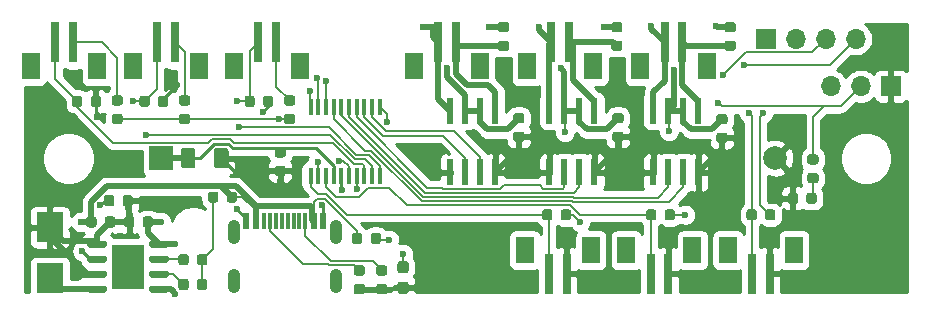
<source format=gbr>
%TF.GenerationSoftware,KiCad,Pcbnew,5.1.12-84ad8e8a86~92~ubuntu20.04.1*%
%TF.CreationDate,2021-11-18T17:44:13-07:00*%
%TF.ProjectId,snail-bot,736e6169-6c2d-4626-9f74-2e6b69636164,rev?*%
%TF.SameCoordinates,Original*%
%TF.FileFunction,Copper,L1,Top*%
%TF.FilePolarity,Positive*%
%FSLAX46Y46*%
G04 Gerber Fmt 4.6, Leading zero omitted, Abs format (unit mm)*
G04 Created by KiCad (PCBNEW 5.1.12-84ad8e8a86~92~ubuntu20.04.1) date 2021-11-18 17:44:13*
%MOMM*%
%LPD*%
G01*
G04 APERTURE LIST*
%TA.AperFunction,SMDPad,CuDef*%
%ADD10R,2.700000X3.800000*%
%TD*%
%TA.AperFunction,ComponentPad*%
%ADD11C,0.600000*%
%TD*%
%TA.AperFunction,SMDPad,CuDef*%
%ADD12R,1.500000X2.300000*%
%TD*%
%TA.AperFunction,SMDPad,CuDef*%
%ADD13R,0.700000X3.500000*%
%TD*%
%TA.AperFunction,SMDPad,CuDef*%
%ADD14R,0.600000X2.200000*%
%TD*%
%TA.AperFunction,SMDPad,CuDef*%
%ADD15R,0.450000X1.450000*%
%TD*%
%TA.AperFunction,ComponentPad*%
%ADD16O,1.700000X1.700000*%
%TD*%
%TA.AperFunction,ComponentPad*%
%ADD17R,1.700000X1.700000*%
%TD*%
%TA.AperFunction,ComponentPad*%
%ADD18O,1.050000X2.100000*%
%TD*%
%TA.AperFunction,SMDPad,CuDef*%
%ADD19R,0.600000X1.450000*%
%TD*%
%TA.AperFunction,SMDPad,CuDef*%
%ADD20R,0.300000X1.450000*%
%TD*%
%TA.AperFunction,SMDPad,CuDef*%
%ADD21R,2.300000X2.500000*%
%TD*%
%TA.AperFunction,ComponentPad*%
%ADD22R,2.000000X2.000000*%
%TD*%
%TA.AperFunction,ComponentPad*%
%ADD23C,2.000000*%
%TD*%
%TA.AperFunction,ViaPad*%
%ADD24C,0.600000*%
%TD*%
%TA.AperFunction,Conductor*%
%ADD25C,0.500000*%
%TD*%
%TA.AperFunction,Conductor*%
%ADD26C,0.250000*%
%TD*%
%TA.AperFunction,Conductor*%
%ADD27C,0.150000*%
%TD*%
%TA.AperFunction,Conductor*%
%ADD28C,0.254000*%
%TD*%
%TA.AperFunction,Conductor*%
%ADD29C,0.100000*%
%TD*%
G04 APERTURE END LIST*
D10*
%TO.P,U5,9*%
%TO.N,N/C*%
X49400000Y-84200000D03*
%TO.P,U5,8*%
%TO.N,VCC*%
%TA.AperFunction,SMDPad,CuDef*%
G36*
G01*
X51200000Y-82445000D02*
X51200000Y-82145000D01*
G75*
G02*
X51350000Y-81995000I150000J0D01*
G01*
X52700000Y-81995000D01*
G75*
G02*
X52850000Y-82145000I0J-150000D01*
G01*
X52850000Y-82445000D01*
G75*
G02*
X52700000Y-82595000I-150000J0D01*
G01*
X51350000Y-82595000D01*
G75*
G02*
X51200000Y-82445000I0J150000D01*
G01*
G37*
%TD.AperFunction*%
%TO.P,U5,7*%
%TO.N,Net-(D3-Pad1)*%
%TA.AperFunction,SMDPad,CuDef*%
G36*
G01*
X51200000Y-83715000D02*
X51200000Y-83415000D01*
G75*
G02*
X51350000Y-83265000I150000J0D01*
G01*
X52700000Y-83265000D01*
G75*
G02*
X52850000Y-83415000I0J-150000D01*
G01*
X52850000Y-83715000D01*
G75*
G02*
X52700000Y-83865000I-150000J0D01*
G01*
X51350000Y-83865000D01*
G75*
G02*
X51200000Y-83715000I0J150000D01*
G01*
G37*
%TD.AperFunction*%
%TO.P,U5,6*%
%TO.N,Net-(D2-Pad1)*%
%TA.AperFunction,SMDPad,CuDef*%
G36*
G01*
X51200000Y-84985000D02*
X51200000Y-84685000D01*
G75*
G02*
X51350000Y-84535000I150000J0D01*
G01*
X52700000Y-84535000D01*
G75*
G02*
X52850000Y-84685000I0J-150000D01*
G01*
X52850000Y-84985000D01*
G75*
G02*
X52700000Y-85135000I-150000J0D01*
G01*
X51350000Y-85135000D01*
G75*
G02*
X51200000Y-84985000I0J150000D01*
G01*
G37*
%TD.AperFunction*%
%TO.P,U5,5*%
%TO.N,VCC*%
%TA.AperFunction,SMDPad,CuDef*%
G36*
G01*
X51200000Y-86255000D02*
X51200000Y-85955000D01*
G75*
G02*
X51350000Y-85805000I150000J0D01*
G01*
X52700000Y-85805000D01*
G75*
G02*
X52850000Y-85955000I0J-150000D01*
G01*
X52850000Y-86255000D01*
G75*
G02*
X52700000Y-86405000I-150000J0D01*
G01*
X51350000Y-86405000D01*
G75*
G02*
X51200000Y-86255000I0J150000D01*
G01*
G37*
%TD.AperFunction*%
%TO.P,U5,4*%
%TO.N,+5V*%
%TA.AperFunction,SMDPad,CuDef*%
G36*
G01*
X45950000Y-86255000D02*
X45950000Y-85955000D01*
G75*
G02*
X46100000Y-85805000I150000J0D01*
G01*
X47450000Y-85805000D01*
G75*
G02*
X47600000Y-85955000I0J-150000D01*
G01*
X47600000Y-86255000D01*
G75*
G02*
X47450000Y-86405000I-150000J0D01*
G01*
X46100000Y-86405000D01*
G75*
G02*
X45950000Y-86255000I0J150000D01*
G01*
G37*
%TD.AperFunction*%
%TO.P,U5,3*%
%TO.N,GND*%
%TA.AperFunction,SMDPad,CuDef*%
G36*
G01*
X45950000Y-84985000D02*
X45950000Y-84685000D01*
G75*
G02*
X46100000Y-84535000I150000J0D01*
G01*
X47450000Y-84535000D01*
G75*
G02*
X47600000Y-84685000I0J-150000D01*
G01*
X47600000Y-84985000D01*
G75*
G02*
X47450000Y-85135000I-150000J0D01*
G01*
X46100000Y-85135000D01*
G75*
G02*
X45950000Y-84985000I0J150000D01*
G01*
G37*
%TD.AperFunction*%
%TO.P,U5,2*%
%TO.N,Net-(R8-Pad2)*%
%TA.AperFunction,SMDPad,CuDef*%
G36*
G01*
X45950000Y-83715000D02*
X45950000Y-83415000D01*
G75*
G02*
X46100000Y-83265000I150000J0D01*
G01*
X47450000Y-83265000D01*
G75*
G02*
X47600000Y-83415000I0J-150000D01*
G01*
X47600000Y-83715000D01*
G75*
G02*
X47450000Y-83865000I-150000J0D01*
G01*
X46100000Y-83865000D01*
G75*
G02*
X45950000Y-83715000I0J150000D01*
G01*
G37*
%TD.AperFunction*%
%TO.P,U5,1*%
%TO.N,GND*%
%TA.AperFunction,SMDPad,CuDef*%
G36*
G01*
X45950000Y-82445000D02*
X45950000Y-82145000D01*
G75*
G02*
X46100000Y-81995000I150000J0D01*
G01*
X47450000Y-81995000D01*
G75*
G02*
X47600000Y-82145000I0J-150000D01*
G01*
X47600000Y-82445000D01*
G75*
G02*
X47450000Y-82595000I-150000J0D01*
G01*
X46100000Y-82595000D01*
G75*
G02*
X45950000Y-82445000I0J150000D01*
G01*
G37*
%TD.AperFunction*%
D11*
%TO.P,U5,9*%
%TO.N,N/C*%
X48400000Y-82600000D03*
X50400000Y-82600000D03*
X48400000Y-85700000D03*
X50400000Y-85700000D03*
X49400000Y-84200000D03*
%TD*%
D12*
%TO.P,J13,~*%
%TO.N,N/C*%
X83000000Y-82800000D03*
X88600000Y-82800000D03*
D13*
%TO.P,J13,2*%
%TO.N,/SW3*%
X85050000Y-84800000D03*
%TO.P,J13,1*%
%TO.N,GND*%
X86550000Y-84800000D03*
%TD*%
D12*
%TO.P,J12,~*%
%TO.N,N/C*%
X46800000Y-67200000D03*
X41200000Y-67200000D03*
D13*
%TO.P,J12,2*%
%TO.N,Net-(J12-Pad2)*%
X44750000Y-65200000D03*
%TO.P,J12,1*%
%TO.N,/SENSOR_1*%
X43250000Y-65200000D03*
%TD*%
D12*
%TO.P,J11,~*%
%TO.N,N/C*%
X64000000Y-67200000D03*
X58400000Y-67200000D03*
D13*
%TO.P,J11,2*%
%TO.N,Net-(J11-Pad2)*%
X61950000Y-65200000D03*
%TO.P,J11,1*%
%TO.N,/SENSOR_3*%
X60450000Y-65200000D03*
%TD*%
D12*
%TO.P,J10,~*%
%TO.N,N/C*%
X55400000Y-67200000D03*
X49800000Y-67200000D03*
D13*
%TO.P,J10,2*%
%TO.N,Net-(J10-Pad2)*%
X53350000Y-65200000D03*
%TO.P,J10,1*%
%TO.N,/SENSOR_2*%
X51850000Y-65200000D03*
%TD*%
D12*
%TO.P,J9,~*%
%TO.N,N/C*%
X91600000Y-82800000D03*
X97200000Y-82800000D03*
D13*
%TO.P,J9,2*%
%TO.N,/SW2*%
X93650000Y-84800000D03*
%TO.P,J9,1*%
%TO.N,GND*%
X95150000Y-84800000D03*
%TD*%
D12*
%TO.P,J7,~*%
%TO.N,N/C*%
X100200000Y-82800000D03*
X105800000Y-82800000D03*
D13*
%TO.P,J7,2*%
%TO.N,/SW1*%
X102250000Y-84800000D03*
%TO.P,J7,1*%
%TO.N,GND*%
X103750000Y-84800000D03*
%TD*%
D12*
%TO.P,J3,~*%
%TO.N,N/C*%
X98400000Y-67200000D03*
X92800000Y-67200000D03*
D13*
%TO.P,J3,2*%
%TO.N,/MOTOR_OUT_3A*%
X96350000Y-65200000D03*
%TO.P,J3,1*%
%TO.N,/MOTOR_OUT_3B*%
X94850000Y-65200000D03*
%TD*%
D12*
%TO.P,J2,~*%
%TO.N,N/C*%
X88800000Y-67200000D03*
X83200000Y-67200000D03*
D13*
%TO.P,J2,2*%
%TO.N,/MOTOR_OUT_2A*%
X86750000Y-65200000D03*
%TO.P,J2,1*%
%TO.N,/MOTOR_OUT_2B*%
X85250000Y-65200000D03*
%TD*%
D12*
%TO.P,J1,~*%
%TO.N,N/C*%
X79200000Y-67200000D03*
X73600000Y-67200000D03*
D13*
%TO.P,J1,2*%
%TO.N,/MOTOR_OUT_1A*%
X77150000Y-65200000D03*
%TO.P,J1,1*%
%TO.N,/MOTOR_OUT_1B*%
X75650000Y-65200000D03*
%TD*%
D14*
%TO.P,U4,5*%
%TO.N,GND*%
X93895000Y-76200000D03*
%TO.P,U4,6*%
%TO.N,/MOTOR_SIGNAL_3A*%
X95165000Y-76200000D03*
%TO.P,U4,8*%
%TO.N,GND*%
X97705000Y-76200000D03*
%TO.P,U4,4*%
%TO.N,/MOTOR_OUT_3B*%
X93895000Y-71000000D03*
%TO.P,U4,3*%
%TO.N,VCC*%
X95165000Y-71000000D03*
%TO.P,U4,1*%
%TO.N,/MOTOR_OUT_3A*%
X97705000Y-71000000D03*
%TO.P,U4,7*%
%TO.N,/MOTOR_SIGNAL_3B*%
X96435000Y-76200000D03*
%TO.P,U4,2*%
%TO.N,VCC*%
X96435000Y-71000000D03*
%TD*%
%TO.P,U3,5*%
%TO.N,GND*%
X85095000Y-76200000D03*
%TO.P,U3,6*%
%TO.N,/MOTOR_SIGNAL_2A*%
X86365000Y-76200000D03*
%TO.P,U3,8*%
%TO.N,GND*%
X88905000Y-76200000D03*
%TO.P,U3,4*%
%TO.N,/MOTOR_OUT_2B*%
X85095000Y-71000000D03*
%TO.P,U3,3*%
%TO.N,VCC*%
X86365000Y-71000000D03*
%TO.P,U3,1*%
%TO.N,/MOTOR_OUT_2A*%
X88905000Y-71000000D03*
%TO.P,U3,7*%
%TO.N,/MOTOR_SIGNAL_2B*%
X87635000Y-76200000D03*
%TO.P,U3,2*%
%TO.N,VCC*%
X87635000Y-71000000D03*
%TD*%
%TO.P,U2,5*%
%TO.N,GND*%
X76695000Y-76200000D03*
%TO.P,U2,6*%
%TO.N,/MOTOR_SIGNAL_1A*%
X77965000Y-76200000D03*
%TO.P,U2,8*%
%TO.N,GND*%
X80505000Y-76200000D03*
%TO.P,U2,4*%
%TO.N,/MOTOR_OUT_1B*%
X76695000Y-71000000D03*
%TO.P,U2,3*%
%TO.N,VCC*%
X77965000Y-71000000D03*
%TO.P,U2,1*%
%TO.N,/MOTOR_OUT_1A*%
X80505000Y-71000000D03*
%TO.P,U2,7*%
%TO.N,/MOTOR_SIGNAL_1B*%
X79235000Y-76200000D03*
%TO.P,U2,2*%
%TO.N,VCC*%
X79235000Y-71000000D03*
%TD*%
D15*
%TO.P,U1,20*%
%TO.N,/SERIAL*%
X64875000Y-70650000D03*
%TO.P,U1,19*%
%TO.N,/SWCLK*%
X65525000Y-70650000D03*
%TO.P,U1,18*%
%TO.N,/SWDIO*%
X66175000Y-70650000D03*
%TO.P,U1,17*%
%TO.N,/MOTOR_SIGNAL_3B*%
X66825000Y-70650000D03*
%TO.P,U1,16*%
%TO.N,/MOTOR_SIGNAL_3A*%
X67475000Y-70650000D03*
%TO.P,U1,15*%
%TO.N,/MOTOR_SIGNAL_2B*%
X68125000Y-70650000D03*
%TO.P,U1,14*%
%TO.N,/MOTOR_SIGNAL_2A*%
X68775000Y-70650000D03*
%TO.P,U1,13*%
%TO.N,/MOTOR_SIGNAL_1A*%
X69425000Y-70650000D03*
%TO.P,U1,12*%
%TO.N,/MOTOR_SIGNAL_1B*%
X70075000Y-70650000D03*
%TO.P,U1,11*%
%TO.N,/SW1*%
X70725000Y-70650000D03*
%TO.P,U1,10*%
%TO.N,/SENSOR_3*%
X70725000Y-76550000D03*
%TO.P,U1,9*%
%TO.N,/SENSOR_2*%
X70075000Y-76550000D03*
%TO.P,U1,8*%
%TO.N,/SENSOR_1*%
X69425000Y-76550000D03*
%TO.P,U1,7*%
%TO.N,Net-(R9-Pad1)*%
X68775000Y-76550000D03*
%TO.P,U1,6*%
%TO.N,Net-(R2-Pad1)*%
X68125000Y-76550000D03*
%TO.P,U1,5*%
%TO.N,GND*%
X67475000Y-76550000D03*
%TO.P,U1,4*%
%TO.N,VCC*%
X66825000Y-76550000D03*
%TO.P,U1,3*%
%TO.N,/SW2*%
X66175000Y-76550000D03*
%TO.P,U1,2*%
%TO.N,/SENSOR_ENABLE*%
X65525000Y-76550000D03*
%TO.P,U1,1*%
%TO.N,/SW3*%
X64875000Y-76550000D03*
%TD*%
%TO.P,R16,2*%
%TO.N,/SW3*%
%TA.AperFunction,SMDPad,CuDef*%
G36*
G01*
X85350000Y-79543750D02*
X85350000Y-80056250D01*
G75*
G02*
X85131250Y-80275000I-218750J0D01*
G01*
X84693750Y-80275000D01*
G75*
G02*
X84475000Y-80056250I0J218750D01*
G01*
X84475000Y-79543750D01*
G75*
G02*
X84693750Y-79325000I218750J0D01*
G01*
X85131250Y-79325000D01*
G75*
G02*
X85350000Y-79543750I0J-218750D01*
G01*
G37*
%TD.AperFunction*%
%TO.P,R16,1*%
%TO.N,VCC*%
%TA.AperFunction,SMDPad,CuDef*%
G36*
G01*
X86925000Y-79543750D02*
X86925000Y-80056250D01*
G75*
G02*
X86706250Y-80275000I-218750J0D01*
G01*
X86268750Y-80275000D01*
G75*
G02*
X86050000Y-80056250I0J218750D01*
G01*
X86050000Y-79543750D01*
G75*
G02*
X86268750Y-79325000I218750J0D01*
G01*
X86706250Y-79325000D01*
G75*
G02*
X86925000Y-79543750I0J-218750D01*
G01*
G37*
%TD.AperFunction*%
%TD*%
%TO.P,R15,2*%
%TO.N,Net-(J12-Pad2)*%
%TA.AperFunction,SMDPad,CuDef*%
G36*
G01*
X48756250Y-70550000D02*
X48243750Y-70550000D01*
G75*
G02*
X48025000Y-70331250I0J218750D01*
G01*
X48025000Y-69893750D01*
G75*
G02*
X48243750Y-69675000I218750J0D01*
G01*
X48756250Y-69675000D01*
G75*
G02*
X48975000Y-69893750I0J-218750D01*
G01*
X48975000Y-70331250D01*
G75*
G02*
X48756250Y-70550000I-218750J0D01*
G01*
G37*
%TD.AperFunction*%
%TO.P,R15,1*%
%TO.N,/SENSOR_ENABLE*%
%TA.AperFunction,SMDPad,CuDef*%
G36*
G01*
X48756250Y-72125000D02*
X48243750Y-72125000D01*
G75*
G02*
X48025000Y-71906250I0J218750D01*
G01*
X48025000Y-71468750D01*
G75*
G02*
X48243750Y-71250000I218750J0D01*
G01*
X48756250Y-71250000D01*
G75*
G02*
X48975000Y-71468750I0J-218750D01*
G01*
X48975000Y-71906250D01*
G75*
G02*
X48756250Y-72125000I-218750J0D01*
G01*
G37*
%TD.AperFunction*%
%TD*%
%TO.P,R14,2*%
%TO.N,Net-(J11-Pad2)*%
%TA.AperFunction,SMDPad,CuDef*%
G36*
G01*
X63356250Y-70550000D02*
X62843750Y-70550000D01*
G75*
G02*
X62625000Y-70331250I0J218750D01*
G01*
X62625000Y-69893750D01*
G75*
G02*
X62843750Y-69675000I218750J0D01*
G01*
X63356250Y-69675000D01*
G75*
G02*
X63575000Y-69893750I0J-218750D01*
G01*
X63575000Y-70331250D01*
G75*
G02*
X63356250Y-70550000I-218750J0D01*
G01*
G37*
%TD.AperFunction*%
%TO.P,R14,1*%
%TO.N,/SENSOR_ENABLE*%
%TA.AperFunction,SMDPad,CuDef*%
G36*
G01*
X63356250Y-72125000D02*
X62843750Y-72125000D01*
G75*
G02*
X62625000Y-71906250I0J218750D01*
G01*
X62625000Y-71468750D01*
G75*
G02*
X62843750Y-71250000I218750J0D01*
G01*
X63356250Y-71250000D01*
G75*
G02*
X63575000Y-71468750I0J-218750D01*
G01*
X63575000Y-71906250D01*
G75*
G02*
X63356250Y-72125000I-218750J0D01*
G01*
G37*
%TD.AperFunction*%
%TD*%
%TO.P,R13,2*%
%TO.N,Net-(J10-Pad2)*%
%TA.AperFunction,SMDPad,CuDef*%
G36*
G01*
X54456250Y-70550000D02*
X53943750Y-70550000D01*
G75*
G02*
X53725000Y-70331250I0J218750D01*
G01*
X53725000Y-69893750D01*
G75*
G02*
X53943750Y-69675000I218750J0D01*
G01*
X54456250Y-69675000D01*
G75*
G02*
X54675000Y-69893750I0J-218750D01*
G01*
X54675000Y-70331250D01*
G75*
G02*
X54456250Y-70550000I-218750J0D01*
G01*
G37*
%TD.AperFunction*%
%TO.P,R13,1*%
%TO.N,/SENSOR_ENABLE*%
%TA.AperFunction,SMDPad,CuDef*%
G36*
G01*
X54456250Y-72125000D02*
X53943750Y-72125000D01*
G75*
G02*
X53725000Y-71906250I0J218750D01*
G01*
X53725000Y-71468750D01*
G75*
G02*
X53943750Y-71250000I218750J0D01*
G01*
X54456250Y-71250000D01*
G75*
G02*
X54675000Y-71468750I0J-218750D01*
G01*
X54675000Y-71906250D01*
G75*
G02*
X54456250Y-72125000I-218750J0D01*
G01*
G37*
%TD.AperFunction*%
%TD*%
%TO.P,R12,2*%
%TO.N,/SW2*%
%TA.AperFunction,SMDPad,CuDef*%
G36*
G01*
X94150000Y-79543750D02*
X94150000Y-80056250D01*
G75*
G02*
X93931250Y-80275000I-218750J0D01*
G01*
X93493750Y-80275000D01*
G75*
G02*
X93275000Y-80056250I0J218750D01*
G01*
X93275000Y-79543750D01*
G75*
G02*
X93493750Y-79325000I218750J0D01*
G01*
X93931250Y-79325000D01*
G75*
G02*
X94150000Y-79543750I0J-218750D01*
G01*
G37*
%TD.AperFunction*%
%TO.P,R12,1*%
%TO.N,VCC*%
%TA.AperFunction,SMDPad,CuDef*%
G36*
G01*
X95725000Y-79543750D02*
X95725000Y-80056250D01*
G75*
G02*
X95506250Y-80275000I-218750J0D01*
G01*
X95068750Y-80275000D01*
G75*
G02*
X94850000Y-80056250I0J218750D01*
G01*
X94850000Y-79543750D01*
G75*
G02*
X95068750Y-79325000I218750J0D01*
G01*
X95506250Y-79325000D01*
G75*
G02*
X95725000Y-79543750I0J-218750D01*
G01*
G37*
%TD.AperFunction*%
%TD*%
%TO.P,R11,2*%
%TO.N,GND*%
%TA.AperFunction,SMDPad,CuDef*%
G36*
G01*
X106150000Y-78143750D02*
X106150000Y-78656250D01*
G75*
G02*
X105931250Y-78875000I-218750J0D01*
G01*
X105493750Y-78875000D01*
G75*
G02*
X105275000Y-78656250I0J218750D01*
G01*
X105275000Y-78143750D01*
G75*
G02*
X105493750Y-77925000I218750J0D01*
G01*
X105931250Y-77925000D01*
G75*
G02*
X106150000Y-78143750I0J-218750D01*
G01*
G37*
%TD.AperFunction*%
%TO.P,R11,1*%
%TO.N,Net-(D4-Pad1)*%
%TA.AperFunction,SMDPad,CuDef*%
G36*
G01*
X107725000Y-78143750D02*
X107725000Y-78656250D01*
G75*
G02*
X107506250Y-78875000I-218750J0D01*
G01*
X107068750Y-78875000D01*
G75*
G02*
X106850000Y-78656250I0J218750D01*
G01*
X106850000Y-78143750D01*
G75*
G02*
X107068750Y-77925000I218750J0D01*
G01*
X107506250Y-77925000D01*
G75*
G02*
X107725000Y-78143750I0J-218750D01*
G01*
G37*
%TD.AperFunction*%
%TD*%
%TO.P,R10,2*%
%TO.N,/SW1*%
%TA.AperFunction,SMDPad,CuDef*%
G36*
G01*
X102650000Y-79543750D02*
X102650000Y-80056250D01*
G75*
G02*
X102431250Y-80275000I-218750J0D01*
G01*
X101993750Y-80275000D01*
G75*
G02*
X101775000Y-80056250I0J218750D01*
G01*
X101775000Y-79543750D01*
G75*
G02*
X101993750Y-79325000I218750J0D01*
G01*
X102431250Y-79325000D01*
G75*
G02*
X102650000Y-79543750I0J-218750D01*
G01*
G37*
%TD.AperFunction*%
%TO.P,R10,1*%
%TO.N,VCC*%
%TA.AperFunction,SMDPad,CuDef*%
G36*
G01*
X104225000Y-79543750D02*
X104225000Y-80056250D01*
G75*
G02*
X104006250Y-80275000I-218750J0D01*
G01*
X103568750Y-80275000D01*
G75*
G02*
X103350000Y-80056250I0J218750D01*
G01*
X103350000Y-79543750D01*
G75*
G02*
X103568750Y-79325000I218750J0D01*
G01*
X104006250Y-79325000D01*
G75*
G02*
X104225000Y-79543750I0J-218750D01*
G01*
G37*
%TD.AperFunction*%
%TD*%
%TO.P,R9,2*%
%TO.N,+5V*%
%TA.AperFunction,SMDPad,CuDef*%
G36*
G01*
X69250000Y-81543750D02*
X69250000Y-82056250D01*
G75*
G02*
X69031250Y-82275000I-218750J0D01*
G01*
X68593750Y-82275000D01*
G75*
G02*
X68375000Y-82056250I0J218750D01*
G01*
X68375000Y-81543750D01*
G75*
G02*
X68593750Y-81325000I218750J0D01*
G01*
X69031250Y-81325000D01*
G75*
G02*
X69250000Y-81543750I0J-218750D01*
G01*
G37*
%TD.AperFunction*%
%TO.P,R9,1*%
%TO.N,Net-(R9-Pad1)*%
%TA.AperFunction,SMDPad,CuDef*%
G36*
G01*
X70825000Y-81543750D02*
X70825000Y-82056250D01*
G75*
G02*
X70606250Y-82275000I-218750J0D01*
G01*
X70168750Y-82275000D01*
G75*
G02*
X69950000Y-82056250I0J218750D01*
G01*
X69950000Y-81543750D01*
G75*
G02*
X70168750Y-81325000I218750J0D01*
G01*
X70606250Y-81325000D01*
G75*
G02*
X70825000Y-81543750I0J-218750D01*
G01*
G37*
%TD.AperFunction*%
%TD*%
%TO.P,R8,2*%
%TO.N,Net-(R8-Pad2)*%
%TA.AperFunction,SMDPad,CuDef*%
G36*
G01*
X48250000Y-78343750D02*
X48250000Y-78856250D01*
G75*
G02*
X48031250Y-79075000I-218750J0D01*
G01*
X47593750Y-79075000D01*
G75*
G02*
X47375000Y-78856250I0J218750D01*
G01*
X47375000Y-78343750D01*
G75*
G02*
X47593750Y-78125000I218750J0D01*
G01*
X48031250Y-78125000D01*
G75*
G02*
X48250000Y-78343750I0J-218750D01*
G01*
G37*
%TD.AperFunction*%
%TO.P,R8,1*%
%TO.N,GND*%
%TA.AperFunction,SMDPad,CuDef*%
G36*
G01*
X49825000Y-78343750D02*
X49825000Y-78856250D01*
G75*
G02*
X49606250Y-79075000I-218750J0D01*
G01*
X49168750Y-79075000D01*
G75*
G02*
X48950000Y-78856250I0J218750D01*
G01*
X48950000Y-78343750D01*
G75*
G02*
X49168750Y-78125000I218750J0D01*
G01*
X49606250Y-78125000D01*
G75*
G02*
X49825000Y-78343750I0J-218750D01*
G01*
G37*
%TD.AperFunction*%
%TD*%
%TO.P,R5,2*%
%TO.N,+5V*%
%TA.AperFunction,SMDPad,CuDef*%
G36*
G01*
X57762500Y-78556250D02*
X57762500Y-78043750D01*
G75*
G02*
X57981250Y-77825000I218750J0D01*
G01*
X58418750Y-77825000D01*
G75*
G02*
X58637500Y-78043750I0J-218750D01*
G01*
X58637500Y-78556250D01*
G75*
G02*
X58418750Y-78775000I-218750J0D01*
G01*
X57981250Y-78775000D01*
G75*
G02*
X57762500Y-78556250I0J218750D01*
G01*
G37*
%TD.AperFunction*%
%TO.P,R5,1*%
%TO.N,Net-(D2-Pad2)*%
%TA.AperFunction,SMDPad,CuDef*%
G36*
G01*
X56187500Y-78556250D02*
X56187500Y-78043750D01*
G75*
G02*
X56406250Y-77825000I218750J0D01*
G01*
X56843750Y-77825000D01*
G75*
G02*
X57062500Y-78043750I0J-218750D01*
G01*
X57062500Y-78556250D01*
G75*
G02*
X56843750Y-78775000I-218750J0D01*
G01*
X56406250Y-78775000D01*
G75*
G02*
X56187500Y-78556250I0J218750D01*
G01*
G37*
%TD.AperFunction*%
%TD*%
%TO.P,R3,2*%
%TO.N,Net-(J4-PadB5)*%
%TA.AperFunction,SMDPad,CuDef*%
G36*
G01*
X71156250Y-84950000D02*
X70643750Y-84950000D01*
G75*
G02*
X70425000Y-84731250I0J218750D01*
G01*
X70425000Y-84293750D01*
G75*
G02*
X70643750Y-84075000I218750J0D01*
G01*
X71156250Y-84075000D01*
G75*
G02*
X71375000Y-84293750I0J-218750D01*
G01*
X71375000Y-84731250D01*
G75*
G02*
X71156250Y-84950000I-218750J0D01*
G01*
G37*
%TD.AperFunction*%
%TO.P,R3,1*%
%TO.N,GND*%
%TA.AperFunction,SMDPad,CuDef*%
G36*
G01*
X71156250Y-86525000D02*
X70643750Y-86525000D01*
G75*
G02*
X70425000Y-86306250I0J218750D01*
G01*
X70425000Y-85868750D01*
G75*
G02*
X70643750Y-85650000I218750J0D01*
G01*
X71156250Y-85650000D01*
G75*
G02*
X71375000Y-85868750I0J-218750D01*
G01*
X71375000Y-86306250D01*
G75*
G02*
X71156250Y-86525000I-218750J0D01*
G01*
G37*
%TD.AperFunction*%
%TD*%
%TO.P,R2,1*%
%TO.N,Net-(R2-Pad1)*%
%TA.AperFunction,SMDPad,CuDef*%
G36*
G01*
X72462500Y-83700000D02*
X72937500Y-83700000D01*
G75*
G02*
X73175000Y-83937500I0J-237500D01*
G01*
X73175000Y-84512500D01*
G75*
G02*
X72937500Y-84750000I-237500J0D01*
G01*
X72462500Y-84750000D01*
G75*
G02*
X72225000Y-84512500I0J237500D01*
G01*
X72225000Y-83937500D01*
G75*
G02*
X72462500Y-83700000I237500J0D01*
G01*
G37*
%TD.AperFunction*%
%TO.P,R2,2*%
%TO.N,GND*%
%TA.AperFunction,SMDPad,CuDef*%
G36*
G01*
X72462500Y-85450000D02*
X72937500Y-85450000D01*
G75*
G02*
X73175000Y-85687500I0J-237500D01*
G01*
X73175000Y-86262500D01*
G75*
G02*
X72937500Y-86500000I-237500J0D01*
G01*
X72462500Y-86500000D01*
G75*
G02*
X72225000Y-86262500I0J237500D01*
G01*
X72225000Y-85687500D01*
G75*
G02*
X72462500Y-85450000I237500J0D01*
G01*
G37*
%TD.AperFunction*%
%TD*%
%TO.P,R1,2*%
%TO.N,Net-(J4-PadA5)*%
%TA.AperFunction,SMDPad,CuDef*%
G36*
G01*
X69256250Y-84950000D02*
X68743750Y-84950000D01*
G75*
G02*
X68525000Y-84731250I0J218750D01*
G01*
X68525000Y-84293750D01*
G75*
G02*
X68743750Y-84075000I218750J0D01*
G01*
X69256250Y-84075000D01*
G75*
G02*
X69475000Y-84293750I0J-218750D01*
G01*
X69475000Y-84731250D01*
G75*
G02*
X69256250Y-84950000I-218750J0D01*
G01*
G37*
%TD.AperFunction*%
%TO.P,R1,1*%
%TO.N,GND*%
%TA.AperFunction,SMDPad,CuDef*%
G36*
G01*
X69256250Y-86525000D02*
X68743750Y-86525000D01*
G75*
G02*
X68525000Y-86306250I0J218750D01*
G01*
X68525000Y-85868750D01*
G75*
G02*
X68743750Y-85650000I218750J0D01*
G01*
X69256250Y-85650000D01*
G75*
G02*
X69475000Y-85868750I0J-218750D01*
G01*
X69475000Y-86306250D01*
G75*
G02*
X69256250Y-86525000I-218750J0D01*
G01*
G37*
%TD.AperFunction*%
%TD*%
D16*
%TO.P,J8,3*%
%TO.N,VCC*%
X108920000Y-68900000D03*
%TO.P,J8,2*%
%TO.N,/SERIAL*%
X111460000Y-68900000D03*
D17*
%TO.P,J8,1*%
%TO.N,GND*%
X114000000Y-68900000D03*
%TD*%
D16*
%TO.P,J6,4*%
%TO.N,/SWCLK*%
X111020000Y-64900000D03*
%TO.P,J6,3*%
%TO.N,/SWDIO*%
X108480000Y-64900000D03*
%TO.P,J6,2*%
%TO.N,GND*%
X105940000Y-64900000D03*
D17*
%TO.P,J6,1*%
%TO.N,VCC*%
X103400000Y-64900000D03*
%TD*%
D18*
%TO.P,J4,S4*%
%TO.N,Net-(J4-PadS1)*%
X67000000Y-85400000D03*
%TO.P,J4,S3*%
X58360000Y-85400000D03*
%TO.P,J4,S2*%
X67000000Y-81220000D03*
%TO.P,J4,S1*%
X58360000Y-81220000D03*
D19*
%TO.P,J4,B1A12*%
%TO.N,GND*%
X65930000Y-80305000D03*
%TO.P,J4,B4A9*%
%TO.N,+5V*%
X65130000Y-80305000D03*
D20*
%TO.P,J4,B5*%
%TO.N,Net-(J4-PadB5)*%
X64430000Y-80305000D03*
%TO.P,J4,A8*%
%TO.N,Net-(J4-PadA8)*%
X63930000Y-80305000D03*
%TO.P,J4,B6*%
%TO.N,Net-(J4-PadB6)*%
X63430000Y-80305000D03*
%TO.P,J4,A7*%
%TO.N,Net-(J4-PadA7)*%
X62930000Y-80305000D03*
%TO.P,J4,B8*%
%TO.N,Net-(J4-PadB8)*%
X60930000Y-80305000D03*
%TO.P,J4,A5*%
%TO.N,Net-(J4-PadA5)*%
X61430000Y-80305000D03*
%TO.P,J4,B7*%
%TO.N,Net-(J4-PadB7)*%
X61930000Y-80305000D03*
%TO.P,J4,A6*%
%TO.N,Net-(J4-PadA6)*%
X62430000Y-80305000D03*
D19*
%TO.P,J4,A4B9*%
%TO.N,+5V*%
X60230000Y-80305000D03*
%TO.P,J4,A1B12*%
%TO.N,GND*%
X59430000Y-80305000D03*
%TD*%
%TO.P,D4,2*%
%TO.N,/SERIAL*%
%TA.AperFunction,SMDPad,CuDef*%
G36*
G01*
X107656250Y-75550000D02*
X107143750Y-75550000D01*
G75*
G02*
X106925000Y-75331250I0J218750D01*
G01*
X106925000Y-74893750D01*
G75*
G02*
X107143750Y-74675000I218750J0D01*
G01*
X107656250Y-74675000D01*
G75*
G02*
X107875000Y-74893750I0J-218750D01*
G01*
X107875000Y-75331250D01*
G75*
G02*
X107656250Y-75550000I-218750J0D01*
G01*
G37*
%TD.AperFunction*%
%TO.P,D4,1*%
%TO.N,Net-(D4-Pad1)*%
%TA.AperFunction,SMDPad,CuDef*%
G36*
G01*
X107656250Y-77125000D02*
X107143750Y-77125000D01*
G75*
G02*
X106925000Y-76906250I0J218750D01*
G01*
X106925000Y-76468750D01*
G75*
G02*
X107143750Y-76250000I218750J0D01*
G01*
X107656250Y-76250000D01*
G75*
G02*
X107875000Y-76468750I0J-218750D01*
G01*
X107875000Y-76906250D01*
G75*
G02*
X107656250Y-77125000I-218750J0D01*
G01*
G37*
%TD.AperFunction*%
%TD*%
%TO.P,D3,2*%
%TO.N,Net-(D2-Pad2)*%
%TA.AperFunction,SMDPad,CuDef*%
G36*
G01*
X55250000Y-83856250D02*
X55250000Y-83343750D01*
G75*
G02*
X55468750Y-83125000I218750J0D01*
G01*
X55906250Y-83125000D01*
G75*
G02*
X56125000Y-83343750I0J-218750D01*
G01*
X56125000Y-83856250D01*
G75*
G02*
X55906250Y-84075000I-218750J0D01*
G01*
X55468750Y-84075000D01*
G75*
G02*
X55250000Y-83856250I0J218750D01*
G01*
G37*
%TD.AperFunction*%
%TO.P,D3,1*%
%TO.N,Net-(D3-Pad1)*%
%TA.AperFunction,SMDPad,CuDef*%
G36*
G01*
X53675000Y-83856250D02*
X53675000Y-83343750D01*
G75*
G02*
X53893750Y-83125000I218750J0D01*
G01*
X54331250Y-83125000D01*
G75*
G02*
X54550000Y-83343750I0J-218750D01*
G01*
X54550000Y-83856250D01*
G75*
G02*
X54331250Y-84075000I-218750J0D01*
G01*
X53893750Y-84075000D01*
G75*
G02*
X53675000Y-83856250I0J218750D01*
G01*
G37*
%TD.AperFunction*%
%TD*%
%TO.P,D2,2*%
%TO.N,Net-(D2-Pad2)*%
%TA.AperFunction,SMDPad,CuDef*%
G36*
G01*
X55250000Y-85956250D02*
X55250000Y-85443750D01*
G75*
G02*
X55468750Y-85225000I218750J0D01*
G01*
X55906250Y-85225000D01*
G75*
G02*
X56125000Y-85443750I0J-218750D01*
G01*
X56125000Y-85956250D01*
G75*
G02*
X55906250Y-86175000I-218750J0D01*
G01*
X55468750Y-86175000D01*
G75*
G02*
X55250000Y-85956250I0J218750D01*
G01*
G37*
%TD.AperFunction*%
%TO.P,D2,1*%
%TO.N,Net-(D2-Pad1)*%
%TA.AperFunction,SMDPad,CuDef*%
G36*
G01*
X53675000Y-85956250D02*
X53675000Y-85443750D01*
G75*
G02*
X53893750Y-85225000I218750J0D01*
G01*
X54331250Y-85225000D01*
G75*
G02*
X54550000Y-85443750I0J-218750D01*
G01*
X54550000Y-85956250D01*
G75*
G02*
X54331250Y-86175000I-218750J0D01*
G01*
X53893750Y-86175000D01*
G75*
G02*
X53675000Y-85956250I0J218750D01*
G01*
G37*
%TD.AperFunction*%
%TD*%
D21*
%TO.P,D1,2*%
%TO.N,GND*%
X42800000Y-80850000D03*
%TO.P,D1,1*%
%TO.N,+5V*%
X42800000Y-85150000D03*
%TD*%
%TO.P,C13,2*%
%TO.N,GND*%
%TA.AperFunction,SMDPad,CuDef*%
G36*
G01*
X46250000Y-70456250D02*
X46250000Y-69943750D01*
G75*
G02*
X46468750Y-69725000I218750J0D01*
G01*
X46906250Y-69725000D01*
G75*
G02*
X47125000Y-69943750I0J-218750D01*
G01*
X47125000Y-70456250D01*
G75*
G02*
X46906250Y-70675000I-218750J0D01*
G01*
X46468750Y-70675000D01*
G75*
G02*
X46250000Y-70456250I0J218750D01*
G01*
G37*
%TD.AperFunction*%
%TO.P,C13,1*%
%TO.N,/SENSOR_1*%
%TA.AperFunction,SMDPad,CuDef*%
G36*
G01*
X44675000Y-70456250D02*
X44675000Y-69943750D01*
G75*
G02*
X44893750Y-69725000I218750J0D01*
G01*
X45331250Y-69725000D01*
G75*
G02*
X45550000Y-69943750I0J-218750D01*
G01*
X45550000Y-70456250D01*
G75*
G02*
X45331250Y-70675000I-218750J0D01*
G01*
X44893750Y-70675000D01*
G75*
G02*
X44675000Y-70456250I0J218750D01*
G01*
G37*
%TD.AperFunction*%
%TD*%
%TO.P,C12,2*%
%TO.N,GND*%
%TA.AperFunction,SMDPad,CuDef*%
G36*
G01*
X60850000Y-70456250D02*
X60850000Y-69943750D01*
G75*
G02*
X61068750Y-69725000I218750J0D01*
G01*
X61506250Y-69725000D01*
G75*
G02*
X61725000Y-69943750I0J-218750D01*
G01*
X61725000Y-70456250D01*
G75*
G02*
X61506250Y-70675000I-218750J0D01*
G01*
X61068750Y-70675000D01*
G75*
G02*
X60850000Y-70456250I0J218750D01*
G01*
G37*
%TD.AperFunction*%
%TO.P,C12,1*%
%TO.N,/SENSOR_3*%
%TA.AperFunction,SMDPad,CuDef*%
G36*
G01*
X59275000Y-70456250D02*
X59275000Y-69943750D01*
G75*
G02*
X59493750Y-69725000I218750J0D01*
G01*
X59931250Y-69725000D01*
G75*
G02*
X60150000Y-69943750I0J-218750D01*
G01*
X60150000Y-70456250D01*
G75*
G02*
X59931250Y-70675000I-218750J0D01*
G01*
X59493750Y-70675000D01*
G75*
G02*
X59275000Y-70456250I0J218750D01*
G01*
G37*
%TD.AperFunction*%
%TD*%
%TO.P,C11,2*%
%TO.N,GND*%
%TA.AperFunction,SMDPad,CuDef*%
G36*
G01*
X51950000Y-70456250D02*
X51950000Y-69943750D01*
G75*
G02*
X52168750Y-69725000I218750J0D01*
G01*
X52606250Y-69725000D01*
G75*
G02*
X52825000Y-69943750I0J-218750D01*
G01*
X52825000Y-70456250D01*
G75*
G02*
X52606250Y-70675000I-218750J0D01*
G01*
X52168750Y-70675000D01*
G75*
G02*
X51950000Y-70456250I0J218750D01*
G01*
G37*
%TD.AperFunction*%
%TO.P,C11,1*%
%TO.N,/SENSOR_2*%
%TA.AperFunction,SMDPad,CuDef*%
G36*
G01*
X50375000Y-70456250D02*
X50375000Y-69943750D01*
G75*
G02*
X50593750Y-69725000I218750J0D01*
G01*
X51031250Y-69725000D01*
G75*
G02*
X51250000Y-69943750I0J-218750D01*
G01*
X51250000Y-70456250D01*
G75*
G02*
X51031250Y-70675000I-218750J0D01*
G01*
X50593750Y-70675000D01*
G75*
G02*
X50375000Y-70456250I0J218750D01*
G01*
G37*
%TD.AperFunction*%
%TD*%
%TO.P,C10,2*%
%TO.N,GND*%
%TA.AperFunction,SMDPad,CuDef*%
G36*
G01*
X49950000Y-80143750D02*
X49950000Y-80656250D01*
G75*
G02*
X49731250Y-80875000I-218750J0D01*
G01*
X49293750Y-80875000D01*
G75*
G02*
X49075000Y-80656250I0J218750D01*
G01*
X49075000Y-80143750D01*
G75*
G02*
X49293750Y-79925000I218750J0D01*
G01*
X49731250Y-79925000D01*
G75*
G02*
X49950000Y-80143750I0J-218750D01*
G01*
G37*
%TD.AperFunction*%
%TO.P,C10,1*%
%TO.N,VCC*%
%TA.AperFunction,SMDPad,CuDef*%
G36*
G01*
X51525000Y-80143750D02*
X51525000Y-80656250D01*
G75*
G02*
X51306250Y-80875000I-218750J0D01*
G01*
X50868750Y-80875000D01*
G75*
G02*
X50650000Y-80656250I0J218750D01*
G01*
X50650000Y-80143750D01*
G75*
G02*
X50868750Y-79925000I218750J0D01*
G01*
X51306250Y-79925000D01*
G75*
G02*
X51525000Y-80143750I0J-218750D01*
G01*
G37*
%TD.AperFunction*%
%TD*%
%TO.P,C9,2*%
%TO.N,GND*%
%TA.AperFunction,SMDPad,CuDef*%
G36*
G01*
X47450000Y-80656250D02*
X47450000Y-80143750D01*
G75*
G02*
X47668750Y-79925000I218750J0D01*
G01*
X48106250Y-79925000D01*
G75*
G02*
X48325000Y-80143750I0J-218750D01*
G01*
X48325000Y-80656250D01*
G75*
G02*
X48106250Y-80875000I-218750J0D01*
G01*
X47668750Y-80875000D01*
G75*
G02*
X47450000Y-80656250I0J218750D01*
G01*
G37*
%TD.AperFunction*%
%TO.P,C9,1*%
%TO.N,+5V*%
%TA.AperFunction,SMDPad,CuDef*%
G36*
G01*
X45875000Y-80656250D02*
X45875000Y-80143750D01*
G75*
G02*
X46093750Y-79925000I218750J0D01*
G01*
X46531250Y-79925000D01*
G75*
G02*
X46750000Y-80143750I0J-218750D01*
G01*
X46750000Y-80656250D01*
G75*
G02*
X46531250Y-80875000I-218750J0D01*
G01*
X46093750Y-80875000D01*
G75*
G02*
X45875000Y-80656250I0J218750D01*
G01*
G37*
%TD.AperFunction*%
%TD*%
%TO.P,C8,2*%
%TO.N,/MOTOR_OUT_3B*%
%TA.AperFunction,SMDPad,CuDef*%
G36*
G01*
X100656250Y-64350000D02*
X100143750Y-64350000D01*
G75*
G02*
X99925000Y-64131250I0J218750D01*
G01*
X99925000Y-63693750D01*
G75*
G02*
X100143750Y-63475000I218750J0D01*
G01*
X100656250Y-63475000D01*
G75*
G02*
X100875000Y-63693750I0J-218750D01*
G01*
X100875000Y-64131250D01*
G75*
G02*
X100656250Y-64350000I-218750J0D01*
G01*
G37*
%TD.AperFunction*%
%TO.P,C8,1*%
%TO.N,/MOTOR_OUT_3A*%
%TA.AperFunction,SMDPad,CuDef*%
G36*
G01*
X100656250Y-65925000D02*
X100143750Y-65925000D01*
G75*
G02*
X99925000Y-65706250I0J218750D01*
G01*
X99925000Y-65268750D01*
G75*
G02*
X100143750Y-65050000I218750J0D01*
G01*
X100656250Y-65050000D01*
G75*
G02*
X100875000Y-65268750I0J-218750D01*
G01*
X100875000Y-65706250D01*
G75*
G02*
X100656250Y-65925000I-218750J0D01*
G01*
G37*
%TD.AperFunction*%
%TD*%
%TO.P,C7,2*%
%TO.N,/MOTOR_OUT_2B*%
%TA.AperFunction,SMDPad,CuDef*%
G36*
G01*
X91056250Y-64350000D02*
X90543750Y-64350000D01*
G75*
G02*
X90325000Y-64131250I0J218750D01*
G01*
X90325000Y-63693750D01*
G75*
G02*
X90543750Y-63475000I218750J0D01*
G01*
X91056250Y-63475000D01*
G75*
G02*
X91275000Y-63693750I0J-218750D01*
G01*
X91275000Y-64131250D01*
G75*
G02*
X91056250Y-64350000I-218750J0D01*
G01*
G37*
%TD.AperFunction*%
%TO.P,C7,1*%
%TO.N,/MOTOR_OUT_2A*%
%TA.AperFunction,SMDPad,CuDef*%
G36*
G01*
X91056250Y-65925000D02*
X90543750Y-65925000D01*
G75*
G02*
X90325000Y-65706250I0J218750D01*
G01*
X90325000Y-65268750D01*
G75*
G02*
X90543750Y-65050000I218750J0D01*
G01*
X91056250Y-65050000D01*
G75*
G02*
X91275000Y-65268750I0J-218750D01*
G01*
X91275000Y-65706250D01*
G75*
G02*
X91056250Y-65925000I-218750J0D01*
G01*
G37*
%TD.AperFunction*%
%TD*%
%TO.P,C6,2*%
%TO.N,/MOTOR_OUT_1B*%
%TA.AperFunction,SMDPad,CuDef*%
G36*
G01*
X81456250Y-64350000D02*
X80943750Y-64350000D01*
G75*
G02*
X80725000Y-64131250I0J218750D01*
G01*
X80725000Y-63693750D01*
G75*
G02*
X80943750Y-63475000I218750J0D01*
G01*
X81456250Y-63475000D01*
G75*
G02*
X81675000Y-63693750I0J-218750D01*
G01*
X81675000Y-64131250D01*
G75*
G02*
X81456250Y-64350000I-218750J0D01*
G01*
G37*
%TD.AperFunction*%
%TO.P,C6,1*%
%TO.N,/MOTOR_OUT_1A*%
%TA.AperFunction,SMDPad,CuDef*%
G36*
G01*
X81456250Y-65925000D02*
X80943750Y-65925000D01*
G75*
G02*
X80725000Y-65706250I0J218750D01*
G01*
X80725000Y-65268750D01*
G75*
G02*
X80943750Y-65050000I218750J0D01*
G01*
X81456250Y-65050000D01*
G75*
G02*
X81675000Y-65268750I0J-218750D01*
G01*
X81675000Y-65706250D01*
G75*
G02*
X81456250Y-65925000I-218750J0D01*
G01*
G37*
%TD.AperFunction*%
%TD*%
%TO.P,C5,2*%
%TO.N,GND*%
%TA.AperFunction,SMDPad,CuDef*%
G36*
G01*
X62043750Y-75650000D02*
X62556250Y-75650000D01*
G75*
G02*
X62775000Y-75868750I0J-218750D01*
G01*
X62775000Y-76306250D01*
G75*
G02*
X62556250Y-76525000I-218750J0D01*
G01*
X62043750Y-76525000D01*
G75*
G02*
X61825000Y-76306250I0J218750D01*
G01*
X61825000Y-75868750D01*
G75*
G02*
X62043750Y-75650000I218750J0D01*
G01*
G37*
%TD.AperFunction*%
%TO.P,C5,1*%
%TO.N,VCC*%
%TA.AperFunction,SMDPad,CuDef*%
G36*
G01*
X62043750Y-74075000D02*
X62556250Y-74075000D01*
G75*
G02*
X62775000Y-74293750I0J-218750D01*
G01*
X62775000Y-74731250D01*
G75*
G02*
X62556250Y-74950000I-218750J0D01*
G01*
X62043750Y-74950000D01*
G75*
G02*
X61825000Y-74731250I0J218750D01*
G01*
X61825000Y-74293750D01*
G75*
G02*
X62043750Y-74075000I218750J0D01*
G01*
G37*
%TD.AperFunction*%
%TD*%
%TO.P,C4,2*%
%TO.N,GND*%
%TA.AperFunction,SMDPad,CuDef*%
G36*
G01*
X99443750Y-72850000D02*
X99956250Y-72850000D01*
G75*
G02*
X100175000Y-73068750I0J-218750D01*
G01*
X100175000Y-73506250D01*
G75*
G02*
X99956250Y-73725000I-218750J0D01*
G01*
X99443750Y-73725000D01*
G75*
G02*
X99225000Y-73506250I0J218750D01*
G01*
X99225000Y-73068750D01*
G75*
G02*
X99443750Y-72850000I218750J0D01*
G01*
G37*
%TD.AperFunction*%
%TO.P,C4,1*%
%TO.N,VCC*%
%TA.AperFunction,SMDPad,CuDef*%
G36*
G01*
X99443750Y-71275000D02*
X99956250Y-71275000D01*
G75*
G02*
X100175000Y-71493750I0J-218750D01*
G01*
X100175000Y-71931250D01*
G75*
G02*
X99956250Y-72150000I-218750J0D01*
G01*
X99443750Y-72150000D01*
G75*
G02*
X99225000Y-71931250I0J218750D01*
G01*
X99225000Y-71493750D01*
G75*
G02*
X99443750Y-71275000I218750J0D01*
G01*
G37*
%TD.AperFunction*%
%TD*%
%TO.P,C3,2*%
%TO.N,GND*%
%TA.AperFunction,SMDPad,CuDef*%
G36*
G01*
X90643750Y-72750000D02*
X91156250Y-72750000D01*
G75*
G02*
X91375000Y-72968750I0J-218750D01*
G01*
X91375000Y-73406250D01*
G75*
G02*
X91156250Y-73625000I-218750J0D01*
G01*
X90643750Y-73625000D01*
G75*
G02*
X90425000Y-73406250I0J218750D01*
G01*
X90425000Y-72968750D01*
G75*
G02*
X90643750Y-72750000I218750J0D01*
G01*
G37*
%TD.AperFunction*%
%TO.P,C3,1*%
%TO.N,VCC*%
%TA.AperFunction,SMDPad,CuDef*%
G36*
G01*
X90643750Y-71175000D02*
X91156250Y-71175000D01*
G75*
G02*
X91375000Y-71393750I0J-218750D01*
G01*
X91375000Y-71831250D01*
G75*
G02*
X91156250Y-72050000I-218750J0D01*
G01*
X90643750Y-72050000D01*
G75*
G02*
X90425000Y-71831250I0J218750D01*
G01*
X90425000Y-71393750D01*
G75*
G02*
X90643750Y-71175000I218750J0D01*
G01*
G37*
%TD.AperFunction*%
%TD*%
%TO.P,C2,2*%
%TO.N,GND*%
%TA.AperFunction,SMDPad,CuDef*%
G36*
G01*
X82243750Y-72750000D02*
X82756250Y-72750000D01*
G75*
G02*
X82975000Y-72968750I0J-218750D01*
G01*
X82975000Y-73406250D01*
G75*
G02*
X82756250Y-73625000I-218750J0D01*
G01*
X82243750Y-73625000D01*
G75*
G02*
X82025000Y-73406250I0J218750D01*
G01*
X82025000Y-72968750D01*
G75*
G02*
X82243750Y-72750000I218750J0D01*
G01*
G37*
%TD.AperFunction*%
%TO.P,C2,1*%
%TO.N,VCC*%
%TA.AperFunction,SMDPad,CuDef*%
G36*
G01*
X82243750Y-71175000D02*
X82756250Y-71175000D01*
G75*
G02*
X82975000Y-71393750I0J-218750D01*
G01*
X82975000Y-71831250D01*
G75*
G02*
X82756250Y-72050000I-218750J0D01*
G01*
X82243750Y-72050000D01*
G75*
G02*
X82025000Y-71831250I0J218750D01*
G01*
X82025000Y-71393750D01*
G75*
G02*
X82243750Y-71175000I218750J0D01*
G01*
G37*
%TD.AperFunction*%
%TD*%
%TO.P,C1,2*%
%TO.N,GND*%
%TA.AperFunction,SMDPad,CuDef*%
G36*
G01*
X56675000Y-75625000D02*
X56675000Y-74375000D01*
G75*
G02*
X56925000Y-74125000I250000J0D01*
G01*
X57675000Y-74125000D01*
G75*
G02*
X57925000Y-74375000I0J-250000D01*
G01*
X57925000Y-75625000D01*
G75*
G02*
X57675000Y-75875000I-250000J0D01*
G01*
X56925000Y-75875000D01*
G75*
G02*
X56675000Y-75625000I0J250000D01*
G01*
G37*
%TD.AperFunction*%
%TO.P,C1,1*%
%TO.N,VCC*%
%TA.AperFunction,SMDPad,CuDef*%
G36*
G01*
X53875000Y-75625000D02*
X53875000Y-74375000D01*
G75*
G02*
X54125000Y-74125000I250000J0D01*
G01*
X54875000Y-74125000D01*
G75*
G02*
X55125000Y-74375000I0J-250000D01*
G01*
X55125000Y-75625000D01*
G75*
G02*
X54875000Y-75875000I-250000J0D01*
G01*
X54125000Y-75875000D01*
G75*
G02*
X53875000Y-75625000I0J250000D01*
G01*
G37*
%TD.AperFunction*%
%TD*%
D22*
%TO.P,BT1,1*%
%TO.N,VCC*%
X52200000Y-75000000D03*
D23*
%TO.P,BT1,2*%
%TO.N,GND*%
X104190000Y-75000000D03*
%TD*%
D24*
%TO.N,VCC*%
X53400000Y-86500000D03*
X53400000Y-82300000D03*
X52200000Y-80400000D03*
X76400000Y-67400000D03*
X95600000Y-67500000D03*
X86100000Y-67400000D03*
X87700000Y-80400000D03*
X86400000Y-72800000D03*
X96600000Y-79800000D03*
X95200000Y-72700000D03*
X103200000Y-71200000D03*
%TO.N,GND*%
X73700000Y-80800000D03*
X83800000Y-86000000D03*
X74100000Y-86000000D03*
X83700000Y-80700000D03*
X87800000Y-86100000D03*
X92400000Y-86000000D03*
X90100000Y-80900000D03*
X95100000Y-81600000D03*
X96500000Y-86000000D03*
X101000000Y-86000000D03*
X98700000Y-80800000D03*
X101100000Y-72100000D03*
X94000000Y-73000000D03*
X92600000Y-77300000D03*
X90100000Y-77300000D03*
X87500000Y-73900000D03*
X85500000Y-74200000D03*
X78600000Y-72900000D03*
X81900000Y-76300000D03*
X103700000Y-81600000D03*
X105300000Y-85800000D03*
X115000000Y-86000000D03*
X115100000Y-64100000D03*
X115000000Y-74400000D03*
X112600000Y-64000000D03*
X108700000Y-77600000D03*
X58600000Y-79300000D03*
X65800000Y-79000000D03*
X67500000Y-77700000D03*
X62300000Y-77000000D03*
X60800000Y-71100000D03*
X55300000Y-78700000D03*
X53300000Y-79400000D03*
X75500000Y-76400000D03*
X72700000Y-74000000D03*
X46800000Y-71500000D03*
X44900000Y-72500000D03*
X53600000Y-68800000D03*
%TO.N,/MOTOR_OUT_1B*%
X80000000Y-63900000D03*
X74400000Y-63900000D03*
%TO.N,/MOTOR_OUT_2B*%
X89700000Y-63900000D03*
X84200000Y-63900000D03*
%TO.N,/MOTOR_OUT_3B*%
X99200000Y-63800000D03*
X93700000Y-63800000D03*
%TO.N,+5V*%
X45400000Y-86100000D03*
X45400000Y-80400000D03*
%TO.N,/SENSOR_2*%
X50900000Y-73000000D03*
X49800000Y-70200000D03*
%TO.N,/SENSOR_3*%
X58800000Y-72400000D03*
X58600000Y-70200000D03*
%TO.N,/SERIAL*%
X99400000Y-70300000D03*
X64800000Y-69300000D03*
%TO.N,/SWCLK*%
X65400000Y-68200000D03*
X101600000Y-67100000D03*
%TO.N,/SWDIO*%
X99800000Y-68000000D03*
X66200000Y-68500020D03*
%TO.N,/SW1*%
X101976697Y-71175011D03*
X71300000Y-71900000D03*
%TO.N,Net-(R2-Pad1)*%
X72700000Y-83100000D03*
X67300000Y-75200000D03*
%TO.N,Net-(R8-Pad2)*%
X45530073Y-82865699D03*
X47062510Y-79007755D03*
%TO.N,Net-(R9-Pad1)*%
X68800000Y-77600000D03*
X71500000Y-81900000D03*
%TO.N,/SENSOR_ENABLE*%
X65500000Y-75300000D03*
X62187500Y-71687500D03*
%TD*%
D25*
%TO.N,VCC*%
X77965000Y-71000000D02*
X79235000Y-71000000D01*
X86365000Y-71000000D02*
X87635000Y-71000000D01*
X95165000Y-71000000D02*
X96435000Y-71000000D01*
X96435000Y-71940002D02*
X96435000Y-71000000D01*
X97044999Y-72550001D02*
X96435000Y-71940002D01*
X98862499Y-72550001D02*
X97044999Y-72550001D01*
X99700000Y-71712500D02*
X98862499Y-72550001D01*
X87635000Y-71940002D02*
X87635000Y-71000000D01*
X88244999Y-72550001D02*
X87635000Y-71940002D01*
X89962499Y-72550001D02*
X88244999Y-72550001D01*
X90900000Y-71612500D02*
X89962499Y-72550001D01*
X79235000Y-71940002D02*
X79235000Y-71000000D01*
X79844999Y-72550001D02*
X79235000Y-71940002D01*
X81562499Y-72550001D02*
X79844999Y-72550001D01*
X82500000Y-71612500D02*
X81562499Y-72550001D01*
X51087500Y-81357500D02*
X52025000Y-82295000D01*
X51087500Y-80400000D02*
X51087500Y-81357500D01*
X53050612Y-86105000D02*
X53286996Y-86341384D01*
X52025000Y-86105000D02*
X53050612Y-86105000D01*
X52030000Y-82300000D02*
X52025000Y-82295000D01*
X53400000Y-82300000D02*
X52030000Y-82300000D01*
X52200000Y-80400000D02*
X51087500Y-80400000D01*
D26*
X55486810Y-75000000D02*
X54500000Y-75000000D01*
X56686820Y-73799990D02*
X55486810Y-75000000D01*
X57913180Y-73799990D02*
X56686820Y-73799990D01*
X58263179Y-74149989D02*
X57913180Y-73799990D01*
X66825000Y-75664998D02*
X65309991Y-74149989D01*
X66825000Y-76550000D02*
X66825000Y-75664998D01*
X63150011Y-74149989D02*
X62662511Y-74149989D01*
X62662511Y-74149989D02*
X62300000Y-74512500D01*
X65309991Y-74149989D02*
X63150011Y-74149989D01*
X63150011Y-74149989D02*
X58263179Y-74149989D01*
D25*
X52200000Y-75000000D02*
X54500000Y-75000000D01*
X77965000Y-69664967D02*
X77965000Y-71000000D01*
X76400000Y-68099967D02*
X77965000Y-69664967D01*
X76400000Y-67400000D02*
X76400000Y-68099967D01*
X95600000Y-70565000D02*
X95165000Y-71000000D01*
X95600000Y-67500000D02*
X95600000Y-70565000D01*
X86365000Y-71000000D02*
X86365000Y-67665000D01*
X86365000Y-67665000D02*
X86100000Y-67400000D01*
D27*
X87100000Y-79800000D02*
X87700000Y-80400000D01*
X86487500Y-79800000D02*
X87100000Y-79800000D01*
X86400000Y-71035000D02*
X86365000Y-71000000D01*
X86400000Y-72800000D02*
X86400000Y-71035000D01*
X95287500Y-79800000D02*
X96600000Y-79800000D01*
X95200000Y-71035000D02*
X95165000Y-71000000D01*
X95200000Y-72700000D02*
X95200000Y-71035000D01*
X102914999Y-71485001D02*
X103200000Y-71200000D01*
X102914999Y-78927499D02*
X102914999Y-71485001D01*
X103787500Y-79800000D02*
X102914999Y-78927499D01*
%TO.N,GND*%
X72587500Y-86087500D02*
X72700000Y-85975000D01*
X69000000Y-86087500D02*
X72587500Y-86087500D01*
D25*
X99700000Y-74205000D02*
X97705000Y-76200000D01*
X99700000Y-73287500D02*
X99700000Y-74205000D01*
X90900000Y-74205000D02*
X88905000Y-76200000D01*
X90900000Y-73187500D02*
X90900000Y-74205000D01*
X82500000Y-74205000D02*
X80505000Y-76200000D01*
X82500000Y-73187500D02*
X82500000Y-74205000D01*
X42800000Y-81685000D02*
X42800000Y-80850000D01*
X45950000Y-84835000D02*
X42800000Y-81685000D01*
X46775000Y-84835000D02*
X45950000Y-84835000D01*
X43945000Y-81995000D02*
X42800000Y-80850000D01*
X46775000Y-82295000D02*
X46475000Y-81995000D01*
X46475000Y-81995000D02*
X43945000Y-81995000D01*
X46775000Y-81512500D02*
X47887500Y-80400000D01*
X46775000Y-82295000D02*
X46775000Y-81512500D01*
X47887500Y-80400000D02*
X49512500Y-80400000D01*
X49512500Y-78725000D02*
X49387500Y-78600000D01*
X49512500Y-80400000D02*
X49512500Y-78725000D01*
D26*
X58387500Y-76087500D02*
X57300000Y-75000000D01*
X62300000Y-76087500D02*
X58387500Y-76087500D01*
X59430000Y-80130000D02*
X58600000Y-79300000D01*
X59430000Y-80305000D02*
X59430000Y-80130000D01*
X65930000Y-79130000D02*
X65800000Y-79000000D01*
X65930000Y-80305000D02*
X65930000Y-79130000D01*
X67475000Y-77675000D02*
X67500000Y-77700000D01*
X67475000Y-76550000D02*
X67475000Y-77675000D01*
X62300000Y-77000000D02*
X62300000Y-76087500D01*
X61287500Y-70612500D02*
X60800000Y-71100000D01*
X61287500Y-70200000D02*
X61287500Y-70612500D01*
X46687500Y-71387500D02*
X46800000Y-71500000D01*
X46687500Y-70200000D02*
X46687500Y-71387500D01*
X52387500Y-70012500D02*
X53600000Y-68800000D01*
X52387500Y-70200000D02*
X52387500Y-70012500D01*
D25*
%TO.N,/MOTOR_OUT_1B*%
X75650000Y-69955000D02*
X75650000Y-65200000D01*
X76695000Y-71000000D02*
X75650000Y-69955000D01*
X80012500Y-63912500D02*
X80000000Y-63900000D01*
X81200000Y-63912500D02*
X80012500Y-63912500D01*
X74400000Y-63900000D02*
X75200000Y-63900000D01*
X75200000Y-64750000D02*
X75650000Y-65200000D01*
X75200000Y-63900000D02*
X75200000Y-64750000D01*
%TO.N,/MOTOR_OUT_1A*%
X77150000Y-67860002D02*
X77150000Y-65200000D01*
X78089999Y-68800001D02*
X77150000Y-67860002D01*
X79905001Y-68800001D02*
X78089999Y-68800001D01*
X80505000Y-69400000D02*
X79905001Y-68800001D01*
X80505000Y-71000000D02*
X80505000Y-69400000D01*
X77437500Y-65487500D02*
X77150000Y-65200000D01*
X81200000Y-65487500D02*
X77437500Y-65487500D01*
%TO.N,/MOTOR_OUT_2B*%
X85095000Y-65355000D02*
X85250000Y-65200000D01*
X85095000Y-71000000D02*
X85095000Y-65355000D01*
X89712500Y-63912500D02*
X89700000Y-63900000D01*
X90800000Y-63912500D02*
X89712500Y-63912500D01*
X84200000Y-64150000D02*
X85250000Y-65200000D01*
X84200000Y-63900000D02*
X84200000Y-64150000D01*
%TO.N,/MOTOR_OUT_2A*%
X90512500Y-65200000D02*
X90800000Y-65487500D01*
X86750000Y-65200000D02*
X90512500Y-65200000D01*
X88905000Y-71000000D02*
X88905000Y-70200000D01*
X87065011Y-65515011D02*
X86750000Y-65200000D01*
X88905000Y-70200000D02*
X87065011Y-68360011D01*
X87065011Y-68360011D02*
X87065011Y-65515011D01*
%TO.N,/MOTOR_OUT_3B*%
X94850000Y-68445000D02*
X94850000Y-65200000D01*
X93895000Y-69400000D02*
X94850000Y-68445000D01*
X93895000Y-71000000D02*
X93895000Y-69400000D01*
X99312500Y-63912500D02*
X99200000Y-63800000D01*
X100400000Y-63912500D02*
X99312500Y-63912500D01*
X93700000Y-64050000D02*
X94850000Y-65200000D01*
X93700000Y-63800000D02*
X93700000Y-64050000D01*
%TO.N,/MOTOR_OUT_3A*%
X96637500Y-65487500D02*
X96350000Y-65200000D01*
X100400000Y-65487500D02*
X96637500Y-65487500D01*
X97705000Y-70200000D02*
X96350000Y-68845000D01*
X97705000Y-71000000D02*
X97705000Y-70200000D01*
X96350000Y-68845000D02*
X96350000Y-65200000D01*
D27*
%TO.N,+5V*%
X59100000Y-78300000D02*
X58200000Y-78300000D01*
X60230000Y-79430000D02*
X59100000Y-78300000D01*
X60230000Y-80305000D02*
X60230000Y-79430000D01*
D25*
X43755000Y-86105000D02*
X42800000Y-85150000D01*
X45405000Y-86105000D02*
X45400000Y-86100000D01*
X46775000Y-86105000D02*
X45405000Y-86105000D01*
X45400000Y-86100000D02*
X43755000Y-86105000D01*
X45400000Y-80400000D02*
X46312500Y-80400000D01*
X47616738Y-77374990D02*
X46312500Y-78679228D01*
X58200000Y-78300000D02*
X57274990Y-77374990D01*
X46312500Y-78679228D02*
X46312500Y-80400000D01*
X60230000Y-79080000D02*
X58524990Y-77374990D01*
X60230000Y-80305000D02*
X60230000Y-79080000D01*
X55825010Y-77374990D02*
X47616738Y-77374990D01*
X58524990Y-77374990D02*
X55825010Y-77374990D01*
X57274990Y-77374990D02*
X55825010Y-77374990D01*
X65030001Y-80205001D02*
X65030001Y-79219999D01*
D27*
X68812500Y-81161496D02*
X68812500Y-81800000D01*
X66076002Y-78424998D02*
X68812500Y-81161496D01*
X65452597Y-78424998D02*
X66076002Y-78424998D01*
X65130000Y-80305000D02*
X65130000Y-78747595D01*
X65130000Y-78747595D02*
X65452597Y-78424998D01*
D25*
X64890002Y-79080000D02*
X60230000Y-79080000D01*
X65030001Y-79219999D02*
X64890002Y-79080000D01*
X65130000Y-80305000D02*
X65030001Y-80205001D01*
D27*
%TO.N,/SENSOR_2*%
X49800000Y-70200000D02*
X50812500Y-70200000D01*
X51850000Y-69162500D02*
X51850000Y-65200000D01*
X50812500Y-70200000D02*
X51850000Y-69162500D01*
X70075000Y-75675000D02*
X69500020Y-75100020D01*
X68610040Y-75100020D02*
X66510020Y-73000000D01*
X69500020Y-75100020D02*
X68610040Y-75100020D01*
X66510020Y-73000000D02*
X50900000Y-73000000D01*
X70075000Y-76550000D02*
X70075000Y-75675000D01*
%TO.N,/SENSOR_3*%
X58600000Y-70200000D02*
X59712500Y-70200000D01*
X59712500Y-65937500D02*
X60450000Y-65200000D01*
X59712500Y-70200000D02*
X59712500Y-65937500D01*
X70725000Y-76550000D02*
X70725000Y-75675000D01*
X69800010Y-74750010D02*
X68755020Y-74750010D01*
X66405010Y-72400000D02*
X58800000Y-72400000D01*
X70725000Y-75675000D02*
X69800010Y-74750010D01*
X68755020Y-74750010D02*
X66405010Y-72400000D01*
%TO.N,/SENSOR_1*%
X43250000Y-68337500D02*
X43250000Y-65200000D01*
X45112500Y-70200000D02*
X43250000Y-68337500D01*
X45112500Y-70675000D02*
X45112500Y-70200000D01*
X56196111Y-73724999D02*
X48162499Y-73724999D01*
X58078869Y-73399979D02*
X56521131Y-73399979D01*
X58403889Y-73724999D02*
X58078869Y-73399979D01*
X68535020Y-75519990D02*
X66740029Y-73724999D01*
X66740029Y-73724999D02*
X58403889Y-73724999D01*
X56521131Y-73399979D02*
X56196111Y-73724999D01*
X69269990Y-75519990D02*
X68535020Y-75519990D01*
X69425000Y-75675000D02*
X69269990Y-75519990D01*
X69425000Y-76550000D02*
X69425000Y-75675000D01*
X48162499Y-73724999D02*
X45112500Y-70675000D01*
%TO.N,Net-(D2-Pad2)*%
X55687500Y-85700000D02*
X55687500Y-83600000D01*
X56625000Y-82662500D02*
X56625000Y-78300000D01*
X55687500Y-83600000D02*
X56625000Y-82662500D01*
%TO.N,Net-(D2-Pad1)*%
X53247500Y-84835000D02*
X54112500Y-85700000D01*
X52025000Y-84835000D02*
X53247500Y-84835000D01*
%TO.N,Net-(D3-Pad1)*%
X54077500Y-83565000D02*
X54112500Y-83600000D01*
X52025000Y-83565000D02*
X54077500Y-83565000D01*
%TO.N,/SERIAL*%
X99700001Y-70600001D02*
X99400000Y-70300000D01*
X64800000Y-70575000D02*
X64875000Y-70650000D01*
X64800000Y-69300000D02*
X64800000Y-70575000D01*
X107760000Y-74752500D02*
X107400000Y-75112500D01*
X111460000Y-68900000D02*
X109759999Y-70600001D01*
X105799999Y-70600001D02*
X99700001Y-70600001D01*
X106059999Y-70600001D02*
X105799999Y-70600001D01*
X107400000Y-71500002D02*
X108300001Y-70600001D01*
X108300001Y-70600001D02*
X105799999Y-70600001D01*
X107400000Y-75112500D02*
X107400000Y-71500002D01*
X109759999Y-70600001D02*
X108300001Y-70600001D01*
%TO.N,Net-(D4-Pad1)*%
X107400000Y-78287500D02*
X107287500Y-78400000D01*
X107400000Y-76687500D02*
X107400000Y-78287500D01*
%TO.N,Net-(J4-PadB5)*%
X70112476Y-83724977D02*
X66584977Y-83724977D01*
X64430000Y-81630000D02*
X64430000Y-81570000D01*
X70900000Y-84512500D02*
X70112476Y-83724977D01*
X64430000Y-81570000D02*
X64430000Y-80305000D01*
X66584977Y-83724977D02*
X64430000Y-81570000D01*
%TO.N,Net-(J4-PadA5)*%
X69000000Y-84512500D02*
X68762490Y-84274990D01*
X64250000Y-84000000D02*
X61430000Y-81180000D01*
X69000000Y-84512500D02*
X68562487Y-84074987D01*
X68562487Y-84074987D02*
X66439997Y-84074987D01*
X66439997Y-84074987D02*
X66365010Y-84000000D01*
X66365010Y-84000000D02*
X64250000Y-84000000D01*
X61430000Y-81180000D02*
X61430000Y-80305000D01*
%TO.N,/SWCLK*%
X65525000Y-68325000D02*
X65400000Y-68200000D01*
X65525000Y-70650000D02*
X65525000Y-68325000D01*
X108820000Y-67100000D02*
X111020000Y-64900000D01*
X101600000Y-67100000D02*
X108820000Y-67100000D01*
%TO.N,/SWDIO*%
X101774999Y-66025001D02*
X99800000Y-68000000D01*
X107354999Y-66025001D02*
X101774999Y-66025001D01*
X108480000Y-64900000D02*
X107354999Y-66025001D01*
X66175000Y-70650000D02*
X66175000Y-68525020D01*
X66175000Y-68525020D02*
X66200000Y-68500020D01*
%TO.N,/SW1*%
X102250000Y-79837500D02*
X102212500Y-79800000D01*
X102250000Y-84800000D02*
X102250000Y-79837500D01*
X70700000Y-70625000D02*
X70725000Y-70650000D01*
X102212500Y-79800000D02*
X102212500Y-71410814D01*
X102212500Y-71410814D02*
X101976697Y-71175011D01*
X71300000Y-71225000D02*
X70725000Y-70650000D01*
X71300000Y-71900000D02*
X71300000Y-71225000D01*
%TO.N,/SW2*%
X93650000Y-79862500D02*
X93712500Y-79800000D01*
X93650000Y-84800000D02*
X93650000Y-79862500D01*
X93712500Y-79800000D02*
X87660784Y-79800000D01*
X86860784Y-79000000D02*
X73000000Y-79000000D01*
X73000000Y-79000000D02*
X71550001Y-77550001D01*
X69701003Y-77550001D02*
X68976002Y-78275002D01*
X67025002Y-78275002D02*
X66175000Y-77425000D01*
X87660784Y-79800000D02*
X86860784Y-79000000D01*
X68976002Y-78275002D02*
X67025002Y-78275002D01*
X71550001Y-77550001D02*
X69701003Y-77550001D01*
X66175000Y-77425000D02*
X66175000Y-76550000D01*
%TO.N,Net-(J10-Pad2)*%
X54200000Y-66050000D02*
X53350000Y-65200000D01*
X54200000Y-70112500D02*
X54200000Y-66050000D01*
%TO.N,Net-(J11-Pad2)*%
X61950000Y-68962500D02*
X61950000Y-65200000D01*
X63100000Y-70112500D02*
X61950000Y-68962500D01*
%TO.N,Net-(J12-Pad2)*%
X47195002Y-65200000D02*
X44750000Y-65200000D01*
X48500000Y-66504998D02*
X47195002Y-65200000D01*
X48500000Y-70112500D02*
X48500000Y-66504998D01*
%TO.N,/SW3*%
X85050000Y-79937500D02*
X84912500Y-79800000D01*
X85050000Y-84800000D02*
X85050000Y-79937500D01*
X64875000Y-77425000D02*
X64875000Y-76550000D01*
X65511006Y-78061006D02*
X64875000Y-77425000D01*
X66207000Y-78061006D02*
X65511006Y-78061006D01*
X67945994Y-79800000D02*
X66207000Y-78061006D01*
X84912500Y-79800000D02*
X67945994Y-79800000D01*
%TO.N,Net-(R2-Pad1)*%
X72700000Y-84225000D02*
X72700000Y-83100000D01*
X68125000Y-75675000D02*
X68125000Y-76550000D01*
X67650000Y-75200000D02*
X68125000Y-75675000D01*
X67300000Y-75200000D02*
X67650000Y-75200000D01*
D26*
%TO.N,Net-(R8-Pad2)*%
X46229374Y-83565000D02*
X45530073Y-82865699D01*
X46775000Y-83565000D02*
X46229374Y-83565000D01*
X47470265Y-78600000D02*
X47062510Y-79007755D01*
X47812500Y-78600000D02*
X47470265Y-78600000D01*
D27*
%TO.N,Net-(R9-Pad1)*%
X68775000Y-77575000D02*
X68800000Y-77600000D01*
X68775000Y-76550000D02*
X68775000Y-77575000D01*
X70487500Y-81900000D02*
X70387500Y-81800000D01*
X71500000Y-81900000D02*
X70487500Y-81900000D01*
%TO.N,/SENSOR_ENABLE*%
X54200000Y-71687500D02*
X48500000Y-71687500D01*
X65525000Y-75325000D02*
X65500000Y-75300000D01*
X65525000Y-76550000D02*
X65525000Y-75325000D01*
X62187500Y-71687500D02*
X54200000Y-71687500D01*
X63100000Y-71687500D02*
X62187500Y-71687500D01*
%TO.N,/MOTOR_SIGNAL_3B*%
X87055774Y-78700000D02*
X95185000Y-78700000D01*
X70020001Y-74399999D02*
X74269991Y-78649989D01*
X74269991Y-78649989D02*
X87005763Y-78649989D01*
X95185000Y-78700000D02*
X96435000Y-77450000D01*
X87005763Y-78649989D02*
X87055774Y-78700000D01*
X66825000Y-71725000D02*
X69499999Y-74399999D01*
X69499999Y-74399999D02*
X70020001Y-74399999D01*
X96435000Y-77450000D02*
X96435000Y-76200000D01*
X66825000Y-70650000D02*
X66825000Y-71725000D01*
%TO.N,/MOTOR_SIGNAL_3A*%
X87150743Y-78299979D02*
X87200753Y-78349989D01*
X87200753Y-78349989D02*
X94265011Y-78349989D01*
X94265011Y-78349989D02*
X95165000Y-77450000D01*
X95165000Y-77450000D02*
X95165000Y-76200000D01*
X67475000Y-70650000D02*
X67475000Y-71360008D01*
X67475000Y-71360008D02*
X74414971Y-78299979D01*
X74414971Y-78299979D02*
X87150743Y-78299979D01*
%TO.N,/MOTOR_SIGNAL_2B*%
X68125000Y-71515018D02*
X74559950Y-77949968D01*
X87635000Y-77450000D02*
X87635000Y-76200000D01*
X74559950Y-77949968D02*
X87135032Y-77949968D01*
X87135032Y-77949968D02*
X87635000Y-77450000D01*
X68125000Y-70650000D02*
X68125000Y-71515018D01*
%TO.N,/MOTOR_SIGNAL_2A*%
X80945039Y-77575001D02*
X81220080Y-77299960D01*
X75989959Y-77499979D02*
X76064981Y-77575001D01*
X84279920Y-77299960D02*
X84554961Y-77575001D01*
X81220080Y-77299960D02*
X84279920Y-77299960D01*
X76064981Y-77575001D02*
X80945039Y-77575001D01*
X68775000Y-71525000D02*
X74749979Y-77499979D01*
X86239999Y-77575001D02*
X86365000Y-77450000D01*
X68775000Y-70650000D02*
X68775000Y-71525000D01*
X86365000Y-77450000D02*
X86365000Y-76200000D01*
X84554961Y-77575001D02*
X86239999Y-77575001D01*
X74749979Y-77499979D02*
X75989959Y-77499979D01*
%TO.N,/MOTOR_SIGNAL_1A*%
X69425000Y-71525000D02*
X71000000Y-73100000D01*
X69425000Y-70650000D02*
X69425000Y-71525000D01*
X77965000Y-74950000D02*
X77965000Y-76200000D01*
X76115000Y-73100000D02*
X77965000Y-74950000D01*
X71000000Y-73100000D02*
X76115000Y-73100000D01*
%TO.N,/MOTOR_SIGNAL_1B*%
X76994990Y-72700000D02*
X79235000Y-74940010D01*
X70075000Y-70650000D02*
X70075000Y-71525000D01*
X70075000Y-71525000D02*
X71250000Y-72700000D01*
X71250000Y-72700000D02*
X76994990Y-72700000D01*
X79235000Y-74940010D02*
X79235000Y-74950000D01*
X79235000Y-74950000D02*
X79235000Y-76200000D01*
%TD*%
D28*
%TO.N,GND*%
X91411928Y-68350000D02*
X91424188Y-68474482D01*
X91460498Y-68594180D01*
X91519463Y-68704494D01*
X91598815Y-68801185D01*
X91695506Y-68880537D01*
X91805820Y-68939502D01*
X91925518Y-68975812D01*
X92050000Y-68988072D01*
X93111691Y-68988072D01*
X93073412Y-69059687D01*
X93022805Y-69226510D01*
X93005719Y-69400000D01*
X93010001Y-69443479D01*
X93010001Y-69647396D01*
X93005498Y-69655820D01*
X92969188Y-69775518D01*
X92956928Y-69900000D01*
X92956928Y-72100000D01*
X92969188Y-72224482D01*
X93005498Y-72344180D01*
X93064463Y-72454494D01*
X93143815Y-72551185D01*
X93240506Y-72630537D01*
X93350820Y-72689502D01*
X93470518Y-72725812D01*
X93595000Y-72738072D01*
X94195000Y-72738072D01*
X94265000Y-72731178D01*
X94265000Y-72792089D01*
X94300932Y-72972729D01*
X94371414Y-73142889D01*
X94473738Y-73296028D01*
X94603972Y-73426262D01*
X94757111Y-73528586D01*
X94927271Y-73599068D01*
X95107911Y-73635000D01*
X95292089Y-73635000D01*
X95472729Y-73599068D01*
X95642889Y-73528586D01*
X95796028Y-73426262D01*
X95926262Y-73296028D01*
X96028586Y-73142889D01*
X96099068Y-72972729D01*
X96118493Y-72875074D01*
X96388469Y-73145050D01*
X96416182Y-73178818D01*
X96449950Y-73206531D01*
X96449952Y-73206533D01*
X96516070Y-73260795D01*
X96550940Y-73289412D01*
X96704686Y-73371590D01*
X96871509Y-73422196D01*
X97001522Y-73435001D01*
X97001530Y-73435001D01*
X97044999Y-73439282D01*
X97088468Y-73435001D01*
X98728249Y-73435001D01*
X98590000Y-73573250D01*
X98586928Y-73725000D01*
X98599188Y-73849482D01*
X98635498Y-73969180D01*
X98694463Y-74079494D01*
X98773815Y-74176185D01*
X98870506Y-74255537D01*
X98980820Y-74314502D01*
X99100518Y-74350812D01*
X99225000Y-74363072D01*
X99414250Y-74360000D01*
X99573000Y-74201250D01*
X99573000Y-73414500D01*
X99827000Y-73414500D01*
X99827000Y-74201250D01*
X99985750Y-74360000D01*
X100175000Y-74363072D01*
X100299482Y-74350812D01*
X100419180Y-74314502D01*
X100529494Y-74255537D01*
X100626185Y-74176185D01*
X100705537Y-74079494D01*
X100764502Y-73969180D01*
X100800812Y-73849482D01*
X100813072Y-73725000D01*
X100810000Y-73573250D01*
X100651250Y-73414500D01*
X99827000Y-73414500D01*
X99573000Y-73414500D01*
X99553000Y-73414500D01*
X99553000Y-73160500D01*
X99573000Y-73160500D01*
X99573000Y-73140500D01*
X99827000Y-73140500D01*
X99827000Y-73160500D01*
X100651250Y-73160500D01*
X100810000Y-73001750D01*
X100813072Y-72850000D01*
X100800812Y-72725518D01*
X100764502Y-72605820D01*
X100705537Y-72495506D01*
X100650900Y-72428930D01*
X100668671Y-72407275D01*
X100747850Y-72259142D01*
X100796608Y-72098408D01*
X100813072Y-71931250D01*
X100813072Y-71493750D01*
X100796608Y-71326592D01*
X100791575Y-71310001D01*
X101050231Y-71310001D01*
X101077629Y-71447740D01*
X101148111Y-71617900D01*
X101250435Y-71771039D01*
X101380669Y-71901273D01*
X101502501Y-71982678D01*
X101502500Y-78843824D01*
X101387885Y-78937885D01*
X101281329Y-79067725D01*
X101202150Y-79215858D01*
X101153392Y-79376592D01*
X101136928Y-79543750D01*
X101136928Y-80056250D01*
X101153392Y-80223408D01*
X101202150Y-80384142D01*
X101281329Y-80532275D01*
X101387885Y-80662115D01*
X101517725Y-80768671D01*
X101540001Y-80780578D01*
X101540001Y-81407464D01*
X101539502Y-81405820D01*
X101480537Y-81295506D01*
X101401185Y-81198815D01*
X101304494Y-81119463D01*
X101194180Y-81060498D01*
X101074482Y-81024188D01*
X100950000Y-81011928D01*
X99450000Y-81011928D01*
X99325518Y-81024188D01*
X99205820Y-81060498D01*
X99095506Y-81119463D01*
X98998815Y-81198815D01*
X98919463Y-81295506D01*
X98860498Y-81405820D01*
X98824188Y-81525518D01*
X98811928Y-81650000D01*
X98811928Y-83950000D01*
X98824188Y-84074482D01*
X98860498Y-84194180D01*
X98919463Y-84304494D01*
X98998815Y-84401185D01*
X99095506Y-84480537D01*
X99205820Y-84539502D01*
X99325518Y-84575812D01*
X99450000Y-84588072D01*
X100950000Y-84588072D01*
X101074482Y-84575812D01*
X101194180Y-84539502D01*
X101261928Y-84503289D01*
X101261928Y-86340000D01*
X96137631Y-86340000D01*
X96135000Y-85085750D01*
X95976250Y-84927000D01*
X95277000Y-84927000D01*
X95277000Y-84947000D01*
X95023000Y-84947000D01*
X95023000Y-84927000D01*
X95003000Y-84927000D01*
X95003000Y-84673000D01*
X95023000Y-84673000D01*
X95023000Y-82573750D01*
X95277000Y-82573750D01*
X95277000Y-84673000D01*
X95976250Y-84673000D01*
X96135000Y-84514250D01*
X96135026Y-84501661D01*
X96205820Y-84539502D01*
X96325518Y-84575812D01*
X96450000Y-84588072D01*
X97950000Y-84588072D01*
X98074482Y-84575812D01*
X98194180Y-84539502D01*
X98304494Y-84480537D01*
X98401185Y-84401185D01*
X98480537Y-84304494D01*
X98539502Y-84194180D01*
X98575812Y-84074482D01*
X98588072Y-83950000D01*
X98588072Y-81650000D01*
X98575812Y-81525518D01*
X98539502Y-81405820D01*
X98480537Y-81295506D01*
X98401185Y-81198815D01*
X98304494Y-81119463D01*
X98194180Y-81060498D01*
X98074482Y-81024188D01*
X97950000Y-81011928D01*
X96450000Y-81011928D01*
X96325518Y-81024188D01*
X96205820Y-81060498D01*
X96095506Y-81119463D01*
X95998815Y-81198815D01*
X95919463Y-81295506D01*
X95860498Y-81405820D01*
X95824188Y-81525518D01*
X95811928Y-81650000D01*
X95811928Y-82496711D01*
X95744180Y-82460498D01*
X95624482Y-82424188D01*
X95500000Y-82411928D01*
X95435750Y-82415000D01*
X95277000Y-82573750D01*
X95023000Y-82573750D01*
X94864250Y-82415000D01*
X94800000Y-82411928D01*
X94675518Y-82424188D01*
X94555820Y-82460498D01*
X94445506Y-82519463D01*
X94400000Y-82556809D01*
X94360000Y-82523982D01*
X94360000Y-80793940D01*
X94407275Y-80768671D01*
X94500000Y-80692574D01*
X94592725Y-80768671D01*
X94740858Y-80847850D01*
X94901592Y-80896608D01*
X95068750Y-80913072D01*
X95506250Y-80913072D01*
X95673408Y-80896608D01*
X95834142Y-80847850D01*
X95982275Y-80768671D01*
X96112115Y-80662115D01*
X96145822Y-80621043D01*
X96157111Y-80628586D01*
X96327271Y-80699068D01*
X96507911Y-80735000D01*
X96692089Y-80735000D01*
X96872729Y-80699068D01*
X97042889Y-80628586D01*
X97196028Y-80526262D01*
X97326262Y-80396028D01*
X97428586Y-80242889D01*
X97499068Y-80072729D01*
X97535000Y-79892089D01*
X97535000Y-79707911D01*
X97499068Y-79527271D01*
X97428586Y-79357111D01*
X97326262Y-79203972D01*
X97196028Y-79073738D01*
X97042889Y-78971414D01*
X96872729Y-78900932D01*
X96692089Y-78865000D01*
X96507911Y-78865000D01*
X96327271Y-78900932D01*
X96157111Y-78971414D01*
X96145822Y-78978957D01*
X96112115Y-78937885D01*
X96023736Y-78865355D01*
X96912389Y-77976703D01*
X96939474Y-77954475D01*
X96961704Y-77927388D01*
X96961707Y-77927385D01*
X97003438Y-77876536D01*
X97070000Y-77840957D01*
X97160820Y-77889502D01*
X97280518Y-77925812D01*
X97405000Y-77938072D01*
X97419250Y-77935000D01*
X97578000Y-77776250D01*
X97578000Y-76327000D01*
X97832000Y-76327000D01*
X97832000Y-77776250D01*
X97990750Y-77935000D01*
X98005000Y-77938072D01*
X98129482Y-77925812D01*
X98249180Y-77889502D01*
X98359494Y-77830537D01*
X98456185Y-77751185D01*
X98535537Y-77654494D01*
X98594502Y-77544180D01*
X98630812Y-77424482D01*
X98643072Y-77300000D01*
X98640000Y-76485750D01*
X98481250Y-76327000D01*
X97832000Y-76327000D01*
X97578000Y-76327000D01*
X97558000Y-76327000D01*
X97558000Y-76073000D01*
X97578000Y-76073000D01*
X97578000Y-74623750D01*
X97832000Y-74623750D01*
X97832000Y-76073000D01*
X98481250Y-76073000D01*
X98640000Y-75914250D01*
X98643072Y-75100000D01*
X98630812Y-74975518D01*
X98594502Y-74855820D01*
X98535537Y-74745506D01*
X98456185Y-74648815D01*
X98359494Y-74569463D01*
X98249180Y-74510498D01*
X98129482Y-74474188D01*
X98005000Y-74461928D01*
X97990750Y-74465000D01*
X97832000Y-74623750D01*
X97578000Y-74623750D01*
X97419250Y-74465000D01*
X97405000Y-74461928D01*
X97280518Y-74474188D01*
X97160820Y-74510498D01*
X97070000Y-74559043D01*
X96979180Y-74510498D01*
X96859482Y-74474188D01*
X96735000Y-74461928D01*
X96135000Y-74461928D01*
X96010518Y-74474188D01*
X95890820Y-74510498D01*
X95800000Y-74559043D01*
X95709180Y-74510498D01*
X95589482Y-74474188D01*
X95465000Y-74461928D01*
X94865000Y-74461928D01*
X94740518Y-74474188D01*
X94620820Y-74510498D01*
X94530000Y-74559043D01*
X94439180Y-74510498D01*
X94319482Y-74474188D01*
X94195000Y-74461928D01*
X94180750Y-74465000D01*
X94022000Y-74623750D01*
X94022000Y-76073000D01*
X94042000Y-76073000D01*
X94042000Y-76327000D01*
X94022000Y-76327000D01*
X94022000Y-76347000D01*
X93768000Y-76347000D01*
X93768000Y-76327000D01*
X93118750Y-76327000D01*
X92960000Y-76485750D01*
X92956928Y-77300000D01*
X92969188Y-77424482D01*
X93005498Y-77544180D01*
X93056710Y-77639989D01*
X89743290Y-77639989D01*
X89794502Y-77544180D01*
X89830812Y-77424482D01*
X89843072Y-77300000D01*
X89840000Y-76485750D01*
X89681250Y-76327000D01*
X89032000Y-76327000D01*
X89032000Y-76347000D01*
X88778000Y-76347000D01*
X88778000Y-76327000D01*
X88758000Y-76327000D01*
X88758000Y-76073000D01*
X88778000Y-76073000D01*
X88778000Y-74623750D01*
X89032000Y-74623750D01*
X89032000Y-76073000D01*
X89681250Y-76073000D01*
X89840000Y-75914250D01*
X89843072Y-75100000D01*
X92956928Y-75100000D01*
X92960000Y-75914250D01*
X93118750Y-76073000D01*
X93768000Y-76073000D01*
X93768000Y-74623750D01*
X93609250Y-74465000D01*
X93595000Y-74461928D01*
X93470518Y-74474188D01*
X93350820Y-74510498D01*
X93240506Y-74569463D01*
X93143815Y-74648815D01*
X93064463Y-74745506D01*
X93005498Y-74855820D01*
X92969188Y-74975518D01*
X92956928Y-75100000D01*
X89843072Y-75100000D01*
X89830812Y-74975518D01*
X89794502Y-74855820D01*
X89735537Y-74745506D01*
X89656185Y-74648815D01*
X89559494Y-74569463D01*
X89449180Y-74510498D01*
X89329482Y-74474188D01*
X89205000Y-74461928D01*
X89190750Y-74465000D01*
X89032000Y-74623750D01*
X88778000Y-74623750D01*
X88619250Y-74465000D01*
X88605000Y-74461928D01*
X88480518Y-74474188D01*
X88360820Y-74510498D01*
X88270000Y-74559043D01*
X88179180Y-74510498D01*
X88059482Y-74474188D01*
X87935000Y-74461928D01*
X87335000Y-74461928D01*
X87210518Y-74474188D01*
X87090820Y-74510498D01*
X87000000Y-74559043D01*
X86909180Y-74510498D01*
X86789482Y-74474188D01*
X86665000Y-74461928D01*
X86065000Y-74461928D01*
X85940518Y-74474188D01*
X85820820Y-74510498D01*
X85730000Y-74559043D01*
X85639180Y-74510498D01*
X85519482Y-74474188D01*
X85395000Y-74461928D01*
X85380750Y-74465000D01*
X85222000Y-74623750D01*
X85222000Y-76073000D01*
X85242000Y-76073000D01*
X85242000Y-76327000D01*
X85222000Y-76327000D01*
X85222000Y-76347000D01*
X84968000Y-76347000D01*
X84968000Y-76327000D01*
X84318750Y-76327000D01*
X84160000Y-76485750D01*
X84159607Y-76589960D01*
X81440393Y-76589960D01*
X81440000Y-76485750D01*
X81281250Y-76327000D01*
X80632000Y-76327000D01*
X80632000Y-76347000D01*
X80378000Y-76347000D01*
X80378000Y-76327000D01*
X80358000Y-76327000D01*
X80358000Y-76073000D01*
X80378000Y-76073000D01*
X80378000Y-74623750D01*
X80632000Y-74623750D01*
X80632000Y-76073000D01*
X81281250Y-76073000D01*
X81440000Y-75914250D01*
X81443072Y-75100000D01*
X84156928Y-75100000D01*
X84160000Y-75914250D01*
X84318750Y-76073000D01*
X84968000Y-76073000D01*
X84968000Y-74623750D01*
X84809250Y-74465000D01*
X84795000Y-74461928D01*
X84670518Y-74474188D01*
X84550820Y-74510498D01*
X84440506Y-74569463D01*
X84343815Y-74648815D01*
X84264463Y-74745506D01*
X84205498Y-74855820D01*
X84169188Y-74975518D01*
X84156928Y-75100000D01*
X81443072Y-75100000D01*
X81430812Y-74975518D01*
X81394502Y-74855820D01*
X81335537Y-74745506D01*
X81256185Y-74648815D01*
X81159494Y-74569463D01*
X81049180Y-74510498D01*
X80929482Y-74474188D01*
X80805000Y-74461928D01*
X80790750Y-74465000D01*
X80632000Y-74623750D01*
X80378000Y-74623750D01*
X80219250Y-74465000D01*
X80205000Y-74461928D01*
X80080518Y-74474188D01*
X79960820Y-74510498D01*
X79870000Y-74559043D01*
X79818043Y-74531271D01*
X79739474Y-74435535D01*
X79712383Y-74413302D01*
X78037153Y-72738072D01*
X78265000Y-72738072D01*
X78389482Y-72725812D01*
X78509180Y-72689502D01*
X78600000Y-72640957D01*
X78690820Y-72689502D01*
X78751254Y-72707835D01*
X79188469Y-73145050D01*
X79216182Y-73178818D01*
X79249950Y-73206531D01*
X79249952Y-73206533D01*
X79316070Y-73260795D01*
X79350940Y-73289412D01*
X79504686Y-73371590D01*
X79671509Y-73422196D01*
X79801522Y-73435001D01*
X79801530Y-73435001D01*
X79844999Y-73439282D01*
X79888468Y-73435001D01*
X81428249Y-73435001D01*
X81390000Y-73473250D01*
X81386928Y-73625000D01*
X81399188Y-73749482D01*
X81435498Y-73869180D01*
X81494463Y-73979494D01*
X81573815Y-74076185D01*
X81670506Y-74155537D01*
X81780820Y-74214502D01*
X81900518Y-74250812D01*
X82025000Y-74263072D01*
X82214250Y-74260000D01*
X82373000Y-74101250D01*
X82373000Y-73314500D01*
X82627000Y-73314500D01*
X82627000Y-74101250D01*
X82785750Y-74260000D01*
X82975000Y-74263072D01*
X83099482Y-74250812D01*
X83219180Y-74214502D01*
X83329494Y-74155537D01*
X83426185Y-74076185D01*
X83505537Y-73979494D01*
X83564502Y-73869180D01*
X83600812Y-73749482D01*
X83613072Y-73625000D01*
X83610000Y-73473250D01*
X83451250Y-73314500D01*
X82627000Y-73314500D01*
X82373000Y-73314500D01*
X82353000Y-73314500D01*
X82353000Y-73060500D01*
X82373000Y-73060500D01*
X82373000Y-73040500D01*
X82627000Y-73040500D01*
X82627000Y-73060500D01*
X83451250Y-73060500D01*
X83610000Y-72901750D01*
X83613072Y-72750000D01*
X83600812Y-72625518D01*
X83564502Y-72505820D01*
X83505537Y-72395506D01*
X83450900Y-72328930D01*
X83468671Y-72307275D01*
X83547850Y-72159142D01*
X83596608Y-71998408D01*
X83613072Y-71831250D01*
X83613072Y-71393750D01*
X83596608Y-71226592D01*
X83547850Y-71065858D01*
X83468671Y-70917725D01*
X83362115Y-70787885D01*
X83232275Y-70681329D01*
X83084142Y-70602150D01*
X82923408Y-70553392D01*
X82756250Y-70536928D01*
X82243750Y-70536928D01*
X82076592Y-70553392D01*
X81915858Y-70602150D01*
X81767725Y-70681329D01*
X81637885Y-70787885D01*
X81531329Y-70917725D01*
X81452150Y-71065858D01*
X81443072Y-71095784D01*
X81443072Y-69900000D01*
X81430812Y-69775518D01*
X81394502Y-69655820D01*
X81390000Y-69647397D01*
X81390000Y-69443469D01*
X81394281Y-69400000D01*
X81390000Y-69356531D01*
X81390000Y-69356523D01*
X81377195Y-69226510D01*
X81326589Y-69059687D01*
X81244411Y-68905941D01*
X81201841Y-68854070D01*
X81161532Y-68804953D01*
X81161530Y-68804951D01*
X81133817Y-68771183D01*
X81100049Y-68743470D01*
X80588072Y-68231494D01*
X80588072Y-66482998D01*
X80615858Y-66497850D01*
X80776592Y-66546608D01*
X80943750Y-66563072D01*
X81456250Y-66563072D01*
X81623408Y-66546608D01*
X81784142Y-66497850D01*
X81811928Y-66482998D01*
X81811928Y-68350000D01*
X81824188Y-68474482D01*
X81860498Y-68594180D01*
X81919463Y-68704494D01*
X81998815Y-68801185D01*
X82095506Y-68880537D01*
X82205820Y-68939502D01*
X82325518Y-68975812D01*
X82450000Y-68988072D01*
X83950000Y-68988072D01*
X84074482Y-68975812D01*
X84194180Y-68939502D01*
X84210000Y-68931046D01*
X84210000Y-69647397D01*
X84205498Y-69655820D01*
X84169188Y-69775518D01*
X84156928Y-69900000D01*
X84156928Y-72100000D01*
X84169188Y-72224482D01*
X84205498Y-72344180D01*
X84264463Y-72454494D01*
X84343815Y-72551185D01*
X84440506Y-72630537D01*
X84550820Y-72689502D01*
X84670518Y-72725812D01*
X84795000Y-72738072D01*
X85395000Y-72738072D01*
X85465000Y-72731178D01*
X85465000Y-72892089D01*
X85500932Y-73072729D01*
X85571414Y-73242889D01*
X85673738Y-73396028D01*
X85803972Y-73526262D01*
X85957111Y-73628586D01*
X86127271Y-73699068D01*
X86307911Y-73735000D01*
X86492089Y-73735000D01*
X86672729Y-73699068D01*
X86842889Y-73628586D01*
X86996028Y-73526262D01*
X87126262Y-73396028D01*
X87228586Y-73242889D01*
X87299068Y-73072729D01*
X87335000Y-72892089D01*
X87335000Y-72891581D01*
X87588469Y-73145050D01*
X87616182Y-73178818D01*
X87649950Y-73206531D01*
X87649952Y-73206533D01*
X87716070Y-73260795D01*
X87750940Y-73289412D01*
X87904686Y-73371590D01*
X88071509Y-73422196D01*
X88201522Y-73435001D01*
X88201530Y-73435001D01*
X88244999Y-73439282D01*
X88288468Y-73435001D01*
X89828249Y-73435001D01*
X89790000Y-73473250D01*
X89786928Y-73625000D01*
X89799188Y-73749482D01*
X89835498Y-73869180D01*
X89894463Y-73979494D01*
X89973815Y-74076185D01*
X90070506Y-74155537D01*
X90180820Y-74214502D01*
X90300518Y-74250812D01*
X90425000Y-74263072D01*
X90614250Y-74260000D01*
X90773000Y-74101250D01*
X90773000Y-73314500D01*
X91027000Y-73314500D01*
X91027000Y-74101250D01*
X91185750Y-74260000D01*
X91375000Y-74263072D01*
X91499482Y-74250812D01*
X91619180Y-74214502D01*
X91729494Y-74155537D01*
X91826185Y-74076185D01*
X91905537Y-73979494D01*
X91964502Y-73869180D01*
X92000812Y-73749482D01*
X92013072Y-73625000D01*
X92010000Y-73473250D01*
X91851250Y-73314500D01*
X91027000Y-73314500D01*
X90773000Y-73314500D01*
X90753000Y-73314500D01*
X90753000Y-73060500D01*
X90773000Y-73060500D01*
X90773000Y-73040500D01*
X91027000Y-73040500D01*
X91027000Y-73060500D01*
X91851250Y-73060500D01*
X92010000Y-72901750D01*
X92013072Y-72750000D01*
X92000812Y-72625518D01*
X91964502Y-72505820D01*
X91905537Y-72395506D01*
X91850900Y-72328930D01*
X91868671Y-72307275D01*
X91947850Y-72159142D01*
X91996608Y-71998408D01*
X92013072Y-71831250D01*
X92013072Y-71393750D01*
X91996608Y-71226592D01*
X91947850Y-71065858D01*
X91868671Y-70917725D01*
X91762115Y-70787885D01*
X91632275Y-70681329D01*
X91484142Y-70602150D01*
X91323408Y-70553392D01*
X91156250Y-70536928D01*
X90643750Y-70536928D01*
X90476592Y-70553392D01*
X90315858Y-70602150D01*
X90167725Y-70681329D01*
X90037885Y-70787885D01*
X89931329Y-70917725D01*
X89852150Y-71065858D01*
X89843072Y-71095784D01*
X89843072Y-69900000D01*
X89830812Y-69775518D01*
X89794502Y-69655820D01*
X89735537Y-69545506D01*
X89656185Y-69448815D01*
X89559494Y-69369463D01*
X89449180Y-69310498D01*
X89329482Y-69274188D01*
X89219982Y-69263404D01*
X88944651Y-68988072D01*
X89550000Y-68988072D01*
X89674482Y-68975812D01*
X89794180Y-68939502D01*
X89904494Y-68880537D01*
X90001185Y-68801185D01*
X90080537Y-68704494D01*
X90139502Y-68594180D01*
X90175812Y-68474482D01*
X90188072Y-68350000D01*
X90188072Y-66482998D01*
X90215858Y-66497850D01*
X90376592Y-66546608D01*
X90543750Y-66563072D01*
X91056250Y-66563072D01*
X91223408Y-66546608D01*
X91384142Y-66497850D01*
X91411928Y-66482998D01*
X91411928Y-68350000D01*
%TA.AperFunction,Conductor*%
D29*
G36*
X91411928Y-68350000D02*
G01*
X91424188Y-68474482D01*
X91460498Y-68594180D01*
X91519463Y-68704494D01*
X91598815Y-68801185D01*
X91695506Y-68880537D01*
X91805820Y-68939502D01*
X91925518Y-68975812D01*
X92050000Y-68988072D01*
X93111691Y-68988072D01*
X93073412Y-69059687D01*
X93022805Y-69226510D01*
X93005719Y-69400000D01*
X93010001Y-69443479D01*
X93010001Y-69647396D01*
X93005498Y-69655820D01*
X92969188Y-69775518D01*
X92956928Y-69900000D01*
X92956928Y-72100000D01*
X92969188Y-72224482D01*
X93005498Y-72344180D01*
X93064463Y-72454494D01*
X93143815Y-72551185D01*
X93240506Y-72630537D01*
X93350820Y-72689502D01*
X93470518Y-72725812D01*
X93595000Y-72738072D01*
X94195000Y-72738072D01*
X94265000Y-72731178D01*
X94265000Y-72792089D01*
X94300932Y-72972729D01*
X94371414Y-73142889D01*
X94473738Y-73296028D01*
X94603972Y-73426262D01*
X94757111Y-73528586D01*
X94927271Y-73599068D01*
X95107911Y-73635000D01*
X95292089Y-73635000D01*
X95472729Y-73599068D01*
X95642889Y-73528586D01*
X95796028Y-73426262D01*
X95926262Y-73296028D01*
X96028586Y-73142889D01*
X96099068Y-72972729D01*
X96118493Y-72875074D01*
X96388469Y-73145050D01*
X96416182Y-73178818D01*
X96449950Y-73206531D01*
X96449952Y-73206533D01*
X96516070Y-73260795D01*
X96550940Y-73289412D01*
X96704686Y-73371590D01*
X96871509Y-73422196D01*
X97001522Y-73435001D01*
X97001530Y-73435001D01*
X97044999Y-73439282D01*
X97088468Y-73435001D01*
X98728249Y-73435001D01*
X98590000Y-73573250D01*
X98586928Y-73725000D01*
X98599188Y-73849482D01*
X98635498Y-73969180D01*
X98694463Y-74079494D01*
X98773815Y-74176185D01*
X98870506Y-74255537D01*
X98980820Y-74314502D01*
X99100518Y-74350812D01*
X99225000Y-74363072D01*
X99414250Y-74360000D01*
X99573000Y-74201250D01*
X99573000Y-73414500D01*
X99827000Y-73414500D01*
X99827000Y-74201250D01*
X99985750Y-74360000D01*
X100175000Y-74363072D01*
X100299482Y-74350812D01*
X100419180Y-74314502D01*
X100529494Y-74255537D01*
X100626185Y-74176185D01*
X100705537Y-74079494D01*
X100764502Y-73969180D01*
X100800812Y-73849482D01*
X100813072Y-73725000D01*
X100810000Y-73573250D01*
X100651250Y-73414500D01*
X99827000Y-73414500D01*
X99573000Y-73414500D01*
X99553000Y-73414500D01*
X99553000Y-73160500D01*
X99573000Y-73160500D01*
X99573000Y-73140500D01*
X99827000Y-73140500D01*
X99827000Y-73160500D01*
X100651250Y-73160500D01*
X100810000Y-73001750D01*
X100813072Y-72850000D01*
X100800812Y-72725518D01*
X100764502Y-72605820D01*
X100705537Y-72495506D01*
X100650900Y-72428930D01*
X100668671Y-72407275D01*
X100747850Y-72259142D01*
X100796608Y-72098408D01*
X100813072Y-71931250D01*
X100813072Y-71493750D01*
X100796608Y-71326592D01*
X100791575Y-71310001D01*
X101050231Y-71310001D01*
X101077629Y-71447740D01*
X101148111Y-71617900D01*
X101250435Y-71771039D01*
X101380669Y-71901273D01*
X101502501Y-71982678D01*
X101502500Y-78843824D01*
X101387885Y-78937885D01*
X101281329Y-79067725D01*
X101202150Y-79215858D01*
X101153392Y-79376592D01*
X101136928Y-79543750D01*
X101136928Y-80056250D01*
X101153392Y-80223408D01*
X101202150Y-80384142D01*
X101281329Y-80532275D01*
X101387885Y-80662115D01*
X101517725Y-80768671D01*
X101540001Y-80780578D01*
X101540001Y-81407464D01*
X101539502Y-81405820D01*
X101480537Y-81295506D01*
X101401185Y-81198815D01*
X101304494Y-81119463D01*
X101194180Y-81060498D01*
X101074482Y-81024188D01*
X100950000Y-81011928D01*
X99450000Y-81011928D01*
X99325518Y-81024188D01*
X99205820Y-81060498D01*
X99095506Y-81119463D01*
X98998815Y-81198815D01*
X98919463Y-81295506D01*
X98860498Y-81405820D01*
X98824188Y-81525518D01*
X98811928Y-81650000D01*
X98811928Y-83950000D01*
X98824188Y-84074482D01*
X98860498Y-84194180D01*
X98919463Y-84304494D01*
X98998815Y-84401185D01*
X99095506Y-84480537D01*
X99205820Y-84539502D01*
X99325518Y-84575812D01*
X99450000Y-84588072D01*
X100950000Y-84588072D01*
X101074482Y-84575812D01*
X101194180Y-84539502D01*
X101261928Y-84503289D01*
X101261928Y-86340000D01*
X96137631Y-86340000D01*
X96135000Y-85085750D01*
X95976250Y-84927000D01*
X95277000Y-84927000D01*
X95277000Y-84947000D01*
X95023000Y-84947000D01*
X95023000Y-84927000D01*
X95003000Y-84927000D01*
X95003000Y-84673000D01*
X95023000Y-84673000D01*
X95023000Y-82573750D01*
X95277000Y-82573750D01*
X95277000Y-84673000D01*
X95976250Y-84673000D01*
X96135000Y-84514250D01*
X96135026Y-84501661D01*
X96205820Y-84539502D01*
X96325518Y-84575812D01*
X96450000Y-84588072D01*
X97950000Y-84588072D01*
X98074482Y-84575812D01*
X98194180Y-84539502D01*
X98304494Y-84480537D01*
X98401185Y-84401185D01*
X98480537Y-84304494D01*
X98539502Y-84194180D01*
X98575812Y-84074482D01*
X98588072Y-83950000D01*
X98588072Y-81650000D01*
X98575812Y-81525518D01*
X98539502Y-81405820D01*
X98480537Y-81295506D01*
X98401185Y-81198815D01*
X98304494Y-81119463D01*
X98194180Y-81060498D01*
X98074482Y-81024188D01*
X97950000Y-81011928D01*
X96450000Y-81011928D01*
X96325518Y-81024188D01*
X96205820Y-81060498D01*
X96095506Y-81119463D01*
X95998815Y-81198815D01*
X95919463Y-81295506D01*
X95860498Y-81405820D01*
X95824188Y-81525518D01*
X95811928Y-81650000D01*
X95811928Y-82496711D01*
X95744180Y-82460498D01*
X95624482Y-82424188D01*
X95500000Y-82411928D01*
X95435750Y-82415000D01*
X95277000Y-82573750D01*
X95023000Y-82573750D01*
X94864250Y-82415000D01*
X94800000Y-82411928D01*
X94675518Y-82424188D01*
X94555820Y-82460498D01*
X94445506Y-82519463D01*
X94400000Y-82556809D01*
X94360000Y-82523982D01*
X94360000Y-80793940D01*
X94407275Y-80768671D01*
X94500000Y-80692574D01*
X94592725Y-80768671D01*
X94740858Y-80847850D01*
X94901592Y-80896608D01*
X95068750Y-80913072D01*
X95506250Y-80913072D01*
X95673408Y-80896608D01*
X95834142Y-80847850D01*
X95982275Y-80768671D01*
X96112115Y-80662115D01*
X96145822Y-80621043D01*
X96157111Y-80628586D01*
X96327271Y-80699068D01*
X96507911Y-80735000D01*
X96692089Y-80735000D01*
X96872729Y-80699068D01*
X97042889Y-80628586D01*
X97196028Y-80526262D01*
X97326262Y-80396028D01*
X97428586Y-80242889D01*
X97499068Y-80072729D01*
X97535000Y-79892089D01*
X97535000Y-79707911D01*
X97499068Y-79527271D01*
X97428586Y-79357111D01*
X97326262Y-79203972D01*
X97196028Y-79073738D01*
X97042889Y-78971414D01*
X96872729Y-78900932D01*
X96692089Y-78865000D01*
X96507911Y-78865000D01*
X96327271Y-78900932D01*
X96157111Y-78971414D01*
X96145822Y-78978957D01*
X96112115Y-78937885D01*
X96023736Y-78865355D01*
X96912389Y-77976703D01*
X96939474Y-77954475D01*
X96961704Y-77927388D01*
X96961707Y-77927385D01*
X97003438Y-77876536D01*
X97070000Y-77840957D01*
X97160820Y-77889502D01*
X97280518Y-77925812D01*
X97405000Y-77938072D01*
X97419250Y-77935000D01*
X97578000Y-77776250D01*
X97578000Y-76327000D01*
X97832000Y-76327000D01*
X97832000Y-77776250D01*
X97990750Y-77935000D01*
X98005000Y-77938072D01*
X98129482Y-77925812D01*
X98249180Y-77889502D01*
X98359494Y-77830537D01*
X98456185Y-77751185D01*
X98535537Y-77654494D01*
X98594502Y-77544180D01*
X98630812Y-77424482D01*
X98643072Y-77300000D01*
X98640000Y-76485750D01*
X98481250Y-76327000D01*
X97832000Y-76327000D01*
X97578000Y-76327000D01*
X97558000Y-76327000D01*
X97558000Y-76073000D01*
X97578000Y-76073000D01*
X97578000Y-74623750D01*
X97832000Y-74623750D01*
X97832000Y-76073000D01*
X98481250Y-76073000D01*
X98640000Y-75914250D01*
X98643072Y-75100000D01*
X98630812Y-74975518D01*
X98594502Y-74855820D01*
X98535537Y-74745506D01*
X98456185Y-74648815D01*
X98359494Y-74569463D01*
X98249180Y-74510498D01*
X98129482Y-74474188D01*
X98005000Y-74461928D01*
X97990750Y-74465000D01*
X97832000Y-74623750D01*
X97578000Y-74623750D01*
X97419250Y-74465000D01*
X97405000Y-74461928D01*
X97280518Y-74474188D01*
X97160820Y-74510498D01*
X97070000Y-74559043D01*
X96979180Y-74510498D01*
X96859482Y-74474188D01*
X96735000Y-74461928D01*
X96135000Y-74461928D01*
X96010518Y-74474188D01*
X95890820Y-74510498D01*
X95800000Y-74559043D01*
X95709180Y-74510498D01*
X95589482Y-74474188D01*
X95465000Y-74461928D01*
X94865000Y-74461928D01*
X94740518Y-74474188D01*
X94620820Y-74510498D01*
X94530000Y-74559043D01*
X94439180Y-74510498D01*
X94319482Y-74474188D01*
X94195000Y-74461928D01*
X94180750Y-74465000D01*
X94022000Y-74623750D01*
X94022000Y-76073000D01*
X94042000Y-76073000D01*
X94042000Y-76327000D01*
X94022000Y-76327000D01*
X94022000Y-76347000D01*
X93768000Y-76347000D01*
X93768000Y-76327000D01*
X93118750Y-76327000D01*
X92960000Y-76485750D01*
X92956928Y-77300000D01*
X92969188Y-77424482D01*
X93005498Y-77544180D01*
X93056710Y-77639989D01*
X89743290Y-77639989D01*
X89794502Y-77544180D01*
X89830812Y-77424482D01*
X89843072Y-77300000D01*
X89840000Y-76485750D01*
X89681250Y-76327000D01*
X89032000Y-76327000D01*
X89032000Y-76347000D01*
X88778000Y-76347000D01*
X88778000Y-76327000D01*
X88758000Y-76327000D01*
X88758000Y-76073000D01*
X88778000Y-76073000D01*
X88778000Y-74623750D01*
X89032000Y-74623750D01*
X89032000Y-76073000D01*
X89681250Y-76073000D01*
X89840000Y-75914250D01*
X89843072Y-75100000D01*
X92956928Y-75100000D01*
X92960000Y-75914250D01*
X93118750Y-76073000D01*
X93768000Y-76073000D01*
X93768000Y-74623750D01*
X93609250Y-74465000D01*
X93595000Y-74461928D01*
X93470518Y-74474188D01*
X93350820Y-74510498D01*
X93240506Y-74569463D01*
X93143815Y-74648815D01*
X93064463Y-74745506D01*
X93005498Y-74855820D01*
X92969188Y-74975518D01*
X92956928Y-75100000D01*
X89843072Y-75100000D01*
X89830812Y-74975518D01*
X89794502Y-74855820D01*
X89735537Y-74745506D01*
X89656185Y-74648815D01*
X89559494Y-74569463D01*
X89449180Y-74510498D01*
X89329482Y-74474188D01*
X89205000Y-74461928D01*
X89190750Y-74465000D01*
X89032000Y-74623750D01*
X88778000Y-74623750D01*
X88619250Y-74465000D01*
X88605000Y-74461928D01*
X88480518Y-74474188D01*
X88360820Y-74510498D01*
X88270000Y-74559043D01*
X88179180Y-74510498D01*
X88059482Y-74474188D01*
X87935000Y-74461928D01*
X87335000Y-74461928D01*
X87210518Y-74474188D01*
X87090820Y-74510498D01*
X87000000Y-74559043D01*
X86909180Y-74510498D01*
X86789482Y-74474188D01*
X86665000Y-74461928D01*
X86065000Y-74461928D01*
X85940518Y-74474188D01*
X85820820Y-74510498D01*
X85730000Y-74559043D01*
X85639180Y-74510498D01*
X85519482Y-74474188D01*
X85395000Y-74461928D01*
X85380750Y-74465000D01*
X85222000Y-74623750D01*
X85222000Y-76073000D01*
X85242000Y-76073000D01*
X85242000Y-76327000D01*
X85222000Y-76327000D01*
X85222000Y-76347000D01*
X84968000Y-76347000D01*
X84968000Y-76327000D01*
X84318750Y-76327000D01*
X84160000Y-76485750D01*
X84159607Y-76589960D01*
X81440393Y-76589960D01*
X81440000Y-76485750D01*
X81281250Y-76327000D01*
X80632000Y-76327000D01*
X80632000Y-76347000D01*
X80378000Y-76347000D01*
X80378000Y-76327000D01*
X80358000Y-76327000D01*
X80358000Y-76073000D01*
X80378000Y-76073000D01*
X80378000Y-74623750D01*
X80632000Y-74623750D01*
X80632000Y-76073000D01*
X81281250Y-76073000D01*
X81440000Y-75914250D01*
X81443072Y-75100000D01*
X84156928Y-75100000D01*
X84160000Y-75914250D01*
X84318750Y-76073000D01*
X84968000Y-76073000D01*
X84968000Y-74623750D01*
X84809250Y-74465000D01*
X84795000Y-74461928D01*
X84670518Y-74474188D01*
X84550820Y-74510498D01*
X84440506Y-74569463D01*
X84343815Y-74648815D01*
X84264463Y-74745506D01*
X84205498Y-74855820D01*
X84169188Y-74975518D01*
X84156928Y-75100000D01*
X81443072Y-75100000D01*
X81430812Y-74975518D01*
X81394502Y-74855820D01*
X81335537Y-74745506D01*
X81256185Y-74648815D01*
X81159494Y-74569463D01*
X81049180Y-74510498D01*
X80929482Y-74474188D01*
X80805000Y-74461928D01*
X80790750Y-74465000D01*
X80632000Y-74623750D01*
X80378000Y-74623750D01*
X80219250Y-74465000D01*
X80205000Y-74461928D01*
X80080518Y-74474188D01*
X79960820Y-74510498D01*
X79870000Y-74559043D01*
X79818043Y-74531271D01*
X79739474Y-74435535D01*
X79712383Y-74413302D01*
X78037153Y-72738072D01*
X78265000Y-72738072D01*
X78389482Y-72725812D01*
X78509180Y-72689502D01*
X78600000Y-72640957D01*
X78690820Y-72689502D01*
X78751254Y-72707835D01*
X79188469Y-73145050D01*
X79216182Y-73178818D01*
X79249950Y-73206531D01*
X79249952Y-73206533D01*
X79316070Y-73260795D01*
X79350940Y-73289412D01*
X79504686Y-73371590D01*
X79671509Y-73422196D01*
X79801522Y-73435001D01*
X79801530Y-73435001D01*
X79844999Y-73439282D01*
X79888468Y-73435001D01*
X81428249Y-73435001D01*
X81390000Y-73473250D01*
X81386928Y-73625000D01*
X81399188Y-73749482D01*
X81435498Y-73869180D01*
X81494463Y-73979494D01*
X81573815Y-74076185D01*
X81670506Y-74155537D01*
X81780820Y-74214502D01*
X81900518Y-74250812D01*
X82025000Y-74263072D01*
X82214250Y-74260000D01*
X82373000Y-74101250D01*
X82373000Y-73314500D01*
X82627000Y-73314500D01*
X82627000Y-74101250D01*
X82785750Y-74260000D01*
X82975000Y-74263072D01*
X83099482Y-74250812D01*
X83219180Y-74214502D01*
X83329494Y-74155537D01*
X83426185Y-74076185D01*
X83505537Y-73979494D01*
X83564502Y-73869180D01*
X83600812Y-73749482D01*
X83613072Y-73625000D01*
X83610000Y-73473250D01*
X83451250Y-73314500D01*
X82627000Y-73314500D01*
X82373000Y-73314500D01*
X82353000Y-73314500D01*
X82353000Y-73060500D01*
X82373000Y-73060500D01*
X82373000Y-73040500D01*
X82627000Y-73040500D01*
X82627000Y-73060500D01*
X83451250Y-73060500D01*
X83610000Y-72901750D01*
X83613072Y-72750000D01*
X83600812Y-72625518D01*
X83564502Y-72505820D01*
X83505537Y-72395506D01*
X83450900Y-72328930D01*
X83468671Y-72307275D01*
X83547850Y-72159142D01*
X83596608Y-71998408D01*
X83613072Y-71831250D01*
X83613072Y-71393750D01*
X83596608Y-71226592D01*
X83547850Y-71065858D01*
X83468671Y-70917725D01*
X83362115Y-70787885D01*
X83232275Y-70681329D01*
X83084142Y-70602150D01*
X82923408Y-70553392D01*
X82756250Y-70536928D01*
X82243750Y-70536928D01*
X82076592Y-70553392D01*
X81915858Y-70602150D01*
X81767725Y-70681329D01*
X81637885Y-70787885D01*
X81531329Y-70917725D01*
X81452150Y-71065858D01*
X81443072Y-71095784D01*
X81443072Y-69900000D01*
X81430812Y-69775518D01*
X81394502Y-69655820D01*
X81390000Y-69647397D01*
X81390000Y-69443469D01*
X81394281Y-69400000D01*
X81390000Y-69356531D01*
X81390000Y-69356523D01*
X81377195Y-69226510D01*
X81326589Y-69059687D01*
X81244411Y-68905941D01*
X81201841Y-68854070D01*
X81161532Y-68804953D01*
X81161530Y-68804951D01*
X81133817Y-68771183D01*
X81100049Y-68743470D01*
X80588072Y-68231494D01*
X80588072Y-66482998D01*
X80615858Y-66497850D01*
X80776592Y-66546608D01*
X80943750Y-66563072D01*
X81456250Y-66563072D01*
X81623408Y-66546608D01*
X81784142Y-66497850D01*
X81811928Y-66482998D01*
X81811928Y-68350000D01*
X81824188Y-68474482D01*
X81860498Y-68594180D01*
X81919463Y-68704494D01*
X81998815Y-68801185D01*
X82095506Y-68880537D01*
X82205820Y-68939502D01*
X82325518Y-68975812D01*
X82450000Y-68988072D01*
X83950000Y-68988072D01*
X84074482Y-68975812D01*
X84194180Y-68939502D01*
X84210000Y-68931046D01*
X84210000Y-69647397D01*
X84205498Y-69655820D01*
X84169188Y-69775518D01*
X84156928Y-69900000D01*
X84156928Y-72100000D01*
X84169188Y-72224482D01*
X84205498Y-72344180D01*
X84264463Y-72454494D01*
X84343815Y-72551185D01*
X84440506Y-72630537D01*
X84550820Y-72689502D01*
X84670518Y-72725812D01*
X84795000Y-72738072D01*
X85395000Y-72738072D01*
X85465000Y-72731178D01*
X85465000Y-72892089D01*
X85500932Y-73072729D01*
X85571414Y-73242889D01*
X85673738Y-73396028D01*
X85803972Y-73526262D01*
X85957111Y-73628586D01*
X86127271Y-73699068D01*
X86307911Y-73735000D01*
X86492089Y-73735000D01*
X86672729Y-73699068D01*
X86842889Y-73628586D01*
X86996028Y-73526262D01*
X87126262Y-73396028D01*
X87228586Y-73242889D01*
X87299068Y-73072729D01*
X87335000Y-72892089D01*
X87335000Y-72891581D01*
X87588469Y-73145050D01*
X87616182Y-73178818D01*
X87649950Y-73206531D01*
X87649952Y-73206533D01*
X87716070Y-73260795D01*
X87750940Y-73289412D01*
X87904686Y-73371590D01*
X88071509Y-73422196D01*
X88201522Y-73435001D01*
X88201530Y-73435001D01*
X88244999Y-73439282D01*
X88288468Y-73435001D01*
X89828249Y-73435001D01*
X89790000Y-73473250D01*
X89786928Y-73625000D01*
X89799188Y-73749482D01*
X89835498Y-73869180D01*
X89894463Y-73979494D01*
X89973815Y-74076185D01*
X90070506Y-74155537D01*
X90180820Y-74214502D01*
X90300518Y-74250812D01*
X90425000Y-74263072D01*
X90614250Y-74260000D01*
X90773000Y-74101250D01*
X90773000Y-73314500D01*
X91027000Y-73314500D01*
X91027000Y-74101250D01*
X91185750Y-74260000D01*
X91375000Y-74263072D01*
X91499482Y-74250812D01*
X91619180Y-74214502D01*
X91729494Y-74155537D01*
X91826185Y-74076185D01*
X91905537Y-73979494D01*
X91964502Y-73869180D01*
X92000812Y-73749482D01*
X92013072Y-73625000D01*
X92010000Y-73473250D01*
X91851250Y-73314500D01*
X91027000Y-73314500D01*
X90773000Y-73314500D01*
X90753000Y-73314500D01*
X90753000Y-73060500D01*
X90773000Y-73060500D01*
X90773000Y-73040500D01*
X91027000Y-73040500D01*
X91027000Y-73060500D01*
X91851250Y-73060500D01*
X92010000Y-72901750D01*
X92013072Y-72750000D01*
X92000812Y-72625518D01*
X91964502Y-72505820D01*
X91905537Y-72395506D01*
X91850900Y-72328930D01*
X91868671Y-72307275D01*
X91947850Y-72159142D01*
X91996608Y-71998408D01*
X92013072Y-71831250D01*
X92013072Y-71393750D01*
X91996608Y-71226592D01*
X91947850Y-71065858D01*
X91868671Y-70917725D01*
X91762115Y-70787885D01*
X91632275Y-70681329D01*
X91484142Y-70602150D01*
X91323408Y-70553392D01*
X91156250Y-70536928D01*
X90643750Y-70536928D01*
X90476592Y-70553392D01*
X90315858Y-70602150D01*
X90167725Y-70681329D01*
X90037885Y-70787885D01*
X89931329Y-70917725D01*
X89852150Y-71065858D01*
X89843072Y-71095784D01*
X89843072Y-69900000D01*
X89830812Y-69775518D01*
X89794502Y-69655820D01*
X89735537Y-69545506D01*
X89656185Y-69448815D01*
X89559494Y-69369463D01*
X89449180Y-69310498D01*
X89329482Y-69274188D01*
X89219982Y-69263404D01*
X88944651Y-68988072D01*
X89550000Y-68988072D01*
X89674482Y-68975812D01*
X89794180Y-68939502D01*
X89904494Y-68880537D01*
X90001185Y-68801185D01*
X90080537Y-68704494D01*
X90139502Y-68594180D01*
X90175812Y-68474482D01*
X90188072Y-68350000D01*
X90188072Y-66482998D01*
X90215858Y-66497850D01*
X90376592Y-66546608D01*
X90543750Y-66563072D01*
X91056250Y-66563072D01*
X91223408Y-66546608D01*
X91384142Y-66497850D01*
X91411928Y-66482998D01*
X91411928Y-68350000D01*
G37*
%TD.AperFunction*%
D28*
X83981329Y-80532275D02*
X84087885Y-80662115D01*
X84217725Y-80768671D01*
X84340001Y-80834029D01*
X84340001Y-81407464D01*
X84339502Y-81405820D01*
X84280537Y-81295506D01*
X84201185Y-81198815D01*
X84104494Y-81119463D01*
X83994180Y-81060498D01*
X83874482Y-81024188D01*
X83750000Y-81011928D01*
X82250000Y-81011928D01*
X82125518Y-81024188D01*
X82005820Y-81060498D01*
X81895506Y-81119463D01*
X81798815Y-81198815D01*
X81719463Y-81295506D01*
X81660498Y-81405820D01*
X81624188Y-81525518D01*
X81611928Y-81650000D01*
X81611928Y-83950000D01*
X81624188Y-84074482D01*
X81660498Y-84194180D01*
X81719463Y-84304494D01*
X81798815Y-84401185D01*
X81895506Y-84480537D01*
X82005820Y-84539502D01*
X82125518Y-84575812D01*
X82250000Y-84588072D01*
X83750000Y-84588072D01*
X83874482Y-84575812D01*
X83994180Y-84539502D01*
X84061928Y-84503289D01*
X84061928Y-86340000D01*
X73811018Y-86340000D01*
X73810000Y-86260750D01*
X73651250Y-86102000D01*
X72827000Y-86102000D01*
X72827000Y-86122000D01*
X72573000Y-86122000D01*
X72573000Y-86102000D01*
X71748750Y-86102000D01*
X71636250Y-86214500D01*
X71027000Y-86214500D01*
X71027000Y-86234500D01*
X70773000Y-86234500D01*
X70773000Y-86214500D01*
X69127000Y-86214500D01*
X69127000Y-86234500D01*
X68873000Y-86234500D01*
X68873000Y-86214500D01*
X68853000Y-86214500D01*
X68853000Y-85960500D01*
X68873000Y-85960500D01*
X68873000Y-85940500D01*
X69127000Y-85940500D01*
X69127000Y-85960500D01*
X70773000Y-85960500D01*
X70773000Y-85940500D01*
X71027000Y-85940500D01*
X71027000Y-85960500D01*
X71851250Y-85960500D01*
X71963750Y-85848000D01*
X72573000Y-85848000D01*
X72573000Y-85828000D01*
X72827000Y-85828000D01*
X72827000Y-85848000D01*
X73651250Y-85848000D01*
X73810000Y-85689250D01*
X73813072Y-85450000D01*
X73800812Y-85325518D01*
X73764502Y-85205820D01*
X73705537Y-85095506D01*
X73645901Y-85022839D01*
X73665512Y-84998942D01*
X73746423Y-84847567D01*
X73796248Y-84683316D01*
X73813072Y-84512500D01*
X73813072Y-83937500D01*
X73796248Y-83766684D01*
X73746423Y-83602433D01*
X73665512Y-83451058D01*
X73599490Y-83370610D01*
X73635000Y-83192089D01*
X73635000Y-83007911D01*
X73599068Y-82827271D01*
X73528586Y-82657111D01*
X73426262Y-82503972D01*
X73296028Y-82373738D01*
X73142889Y-82271414D01*
X72972729Y-82200932D01*
X72792089Y-82165000D01*
X72607911Y-82165000D01*
X72427271Y-82200932D01*
X72379126Y-82220874D01*
X72399068Y-82172729D01*
X72435000Y-81992089D01*
X72435000Y-81807911D01*
X72399068Y-81627271D01*
X72328586Y-81457111D01*
X72226262Y-81303972D01*
X72096028Y-81173738D01*
X71942889Y-81071414D01*
X71772729Y-81000932D01*
X71592089Y-80965000D01*
X71407911Y-80965000D01*
X71258722Y-80994676D01*
X71212115Y-80937885D01*
X71082275Y-80831329D01*
X70934142Y-80752150D01*
X70773408Y-80703392D01*
X70606250Y-80686928D01*
X70168750Y-80686928D01*
X70001592Y-80703392D01*
X69840858Y-80752150D01*
X69692725Y-80831329D01*
X69600000Y-80907426D01*
X69507275Y-80831329D01*
X69414607Y-80781797D01*
X69405700Y-80765133D01*
X69316974Y-80657021D01*
X69289883Y-80634788D01*
X69165095Y-80510000D01*
X83969423Y-80510000D01*
X83981329Y-80532275D01*
%TA.AperFunction,Conductor*%
D29*
G36*
X83981329Y-80532275D02*
G01*
X84087885Y-80662115D01*
X84217725Y-80768671D01*
X84340001Y-80834029D01*
X84340001Y-81407464D01*
X84339502Y-81405820D01*
X84280537Y-81295506D01*
X84201185Y-81198815D01*
X84104494Y-81119463D01*
X83994180Y-81060498D01*
X83874482Y-81024188D01*
X83750000Y-81011928D01*
X82250000Y-81011928D01*
X82125518Y-81024188D01*
X82005820Y-81060498D01*
X81895506Y-81119463D01*
X81798815Y-81198815D01*
X81719463Y-81295506D01*
X81660498Y-81405820D01*
X81624188Y-81525518D01*
X81611928Y-81650000D01*
X81611928Y-83950000D01*
X81624188Y-84074482D01*
X81660498Y-84194180D01*
X81719463Y-84304494D01*
X81798815Y-84401185D01*
X81895506Y-84480537D01*
X82005820Y-84539502D01*
X82125518Y-84575812D01*
X82250000Y-84588072D01*
X83750000Y-84588072D01*
X83874482Y-84575812D01*
X83994180Y-84539502D01*
X84061928Y-84503289D01*
X84061928Y-86340000D01*
X73811018Y-86340000D01*
X73810000Y-86260750D01*
X73651250Y-86102000D01*
X72827000Y-86102000D01*
X72827000Y-86122000D01*
X72573000Y-86122000D01*
X72573000Y-86102000D01*
X71748750Y-86102000D01*
X71636250Y-86214500D01*
X71027000Y-86214500D01*
X71027000Y-86234500D01*
X70773000Y-86234500D01*
X70773000Y-86214500D01*
X69127000Y-86214500D01*
X69127000Y-86234500D01*
X68873000Y-86234500D01*
X68873000Y-86214500D01*
X68853000Y-86214500D01*
X68853000Y-85960500D01*
X68873000Y-85960500D01*
X68873000Y-85940500D01*
X69127000Y-85940500D01*
X69127000Y-85960500D01*
X70773000Y-85960500D01*
X70773000Y-85940500D01*
X71027000Y-85940500D01*
X71027000Y-85960500D01*
X71851250Y-85960500D01*
X71963750Y-85848000D01*
X72573000Y-85848000D01*
X72573000Y-85828000D01*
X72827000Y-85828000D01*
X72827000Y-85848000D01*
X73651250Y-85848000D01*
X73810000Y-85689250D01*
X73813072Y-85450000D01*
X73800812Y-85325518D01*
X73764502Y-85205820D01*
X73705537Y-85095506D01*
X73645901Y-85022839D01*
X73665512Y-84998942D01*
X73746423Y-84847567D01*
X73796248Y-84683316D01*
X73813072Y-84512500D01*
X73813072Y-83937500D01*
X73796248Y-83766684D01*
X73746423Y-83602433D01*
X73665512Y-83451058D01*
X73599490Y-83370610D01*
X73635000Y-83192089D01*
X73635000Y-83007911D01*
X73599068Y-82827271D01*
X73528586Y-82657111D01*
X73426262Y-82503972D01*
X73296028Y-82373738D01*
X73142889Y-82271414D01*
X72972729Y-82200932D01*
X72792089Y-82165000D01*
X72607911Y-82165000D01*
X72427271Y-82200932D01*
X72379126Y-82220874D01*
X72399068Y-82172729D01*
X72435000Y-81992089D01*
X72435000Y-81807911D01*
X72399068Y-81627271D01*
X72328586Y-81457111D01*
X72226262Y-81303972D01*
X72096028Y-81173738D01*
X71942889Y-81071414D01*
X71772729Y-81000932D01*
X71592089Y-80965000D01*
X71407911Y-80965000D01*
X71258722Y-80994676D01*
X71212115Y-80937885D01*
X71082275Y-80831329D01*
X70934142Y-80752150D01*
X70773408Y-80703392D01*
X70606250Y-80686928D01*
X70168750Y-80686928D01*
X70001592Y-80703392D01*
X69840858Y-80752150D01*
X69692725Y-80831329D01*
X69600000Y-80907426D01*
X69507275Y-80831329D01*
X69414607Y-80781797D01*
X69405700Y-80765133D01*
X69316974Y-80657021D01*
X69289883Y-80634788D01*
X69165095Y-80510000D01*
X83969423Y-80510000D01*
X83981329Y-80532275D01*
G37*
%TD.AperFunction*%
D28*
X42590872Y-68610519D02*
X42656800Y-68733862D01*
X42745525Y-68841974D01*
X42772617Y-68864208D01*
X44036928Y-70128519D01*
X44036928Y-70456250D01*
X44053392Y-70623408D01*
X44102150Y-70784142D01*
X44181329Y-70932275D01*
X44287885Y-71062115D01*
X44417725Y-71168671D01*
X44565858Y-71247850D01*
X44726592Y-71296608D01*
X44730391Y-71296982D01*
X47635791Y-74202383D01*
X47658024Y-74229474D01*
X47766136Y-74318199D01*
X47889479Y-74384127D01*
X48023315Y-74424726D01*
X48127622Y-74434999D01*
X48127624Y-74434999D01*
X48162499Y-74438434D01*
X48197374Y-74434999D01*
X50561928Y-74434999D01*
X50561928Y-76000000D01*
X50574188Y-76124482D01*
X50610498Y-76244180D01*
X50669463Y-76354494D01*
X50748815Y-76451185D01*
X50796099Y-76489990D01*
X47660204Y-76489990D01*
X47616737Y-76485709D01*
X47573271Y-76489990D01*
X47573261Y-76489990D01*
X47443248Y-76502795D01*
X47276425Y-76553401D01*
X47122679Y-76635579D01*
X47122677Y-76635580D01*
X47122678Y-76635580D01*
X47021691Y-76718458D01*
X47021689Y-76718460D01*
X46987921Y-76746173D01*
X46960208Y-76779941D01*
X45717456Y-78022694D01*
X45683683Y-78050411D01*
X45573089Y-78185170D01*
X45490911Y-78338916D01*
X45460501Y-78439163D01*
X45442329Y-78499068D01*
X45440305Y-78505739D01*
X45427500Y-78635752D01*
X45427500Y-78635759D01*
X45423219Y-78679228D01*
X45427500Y-78722697D01*
X45427500Y-79465000D01*
X45307911Y-79465000D01*
X45127271Y-79500932D01*
X44957111Y-79571414D01*
X44803972Y-79673738D01*
X44673738Y-79803972D01*
X44587009Y-79933772D01*
X44588072Y-79600000D01*
X44575812Y-79475518D01*
X44539502Y-79355820D01*
X44480537Y-79245506D01*
X44401185Y-79148815D01*
X44304494Y-79069463D01*
X44194180Y-79010498D01*
X44074482Y-78974188D01*
X43950000Y-78961928D01*
X43085750Y-78965000D01*
X42927000Y-79123750D01*
X42927000Y-80723000D01*
X42947000Y-80723000D01*
X42947000Y-80977000D01*
X42927000Y-80977000D01*
X42927000Y-82576250D01*
X43085750Y-82735000D01*
X43950000Y-82738072D01*
X44074482Y-82725812D01*
X44194180Y-82689502D01*
X44304494Y-82630537D01*
X44401185Y-82551185D01*
X44480537Y-82454494D01*
X44539502Y-82344180D01*
X44575812Y-82224482D01*
X44588072Y-82100000D01*
X44585000Y-81135750D01*
X44426252Y-80977002D01*
X44585000Y-80977002D01*
X44585000Y-80863222D01*
X44673738Y-80996028D01*
X44803972Y-81126262D01*
X44957111Y-81228586D01*
X45127271Y-81299068D01*
X45307911Y-81335000D01*
X45492089Y-81335000D01*
X45560190Y-81321454D01*
X45617725Y-81368671D01*
X45696222Y-81410628D01*
X45595506Y-81464463D01*
X45498815Y-81543815D01*
X45419463Y-81640506D01*
X45360498Y-81750820D01*
X45324188Y-81870518D01*
X45315869Y-81954990D01*
X45257344Y-81966631D01*
X45087184Y-82037113D01*
X44934045Y-82139437D01*
X44803811Y-82269671D01*
X44701487Y-82422810D01*
X44631005Y-82592970D01*
X44595073Y-82773610D01*
X44595073Y-82957788D01*
X44631005Y-83138428D01*
X44701487Y-83308588D01*
X44803811Y-83461727D01*
X44934045Y-83591961D01*
X45087184Y-83694285D01*
X45257344Y-83764767D01*
X45318018Y-83776836D01*
X45327071Y-83868745D01*
X45371916Y-84016582D01*
X45443730Y-84150936D01*
X45419463Y-84180506D01*
X45360498Y-84290820D01*
X45324188Y-84410518D01*
X45311928Y-84535000D01*
X45315000Y-84549250D01*
X45473750Y-84708000D01*
X46648000Y-84708000D01*
X46648000Y-84688000D01*
X46902000Y-84688000D01*
X46902000Y-84708000D01*
X46922000Y-84708000D01*
X46922000Y-84962000D01*
X46902000Y-84962000D01*
X46902000Y-84982000D01*
X46648000Y-84982000D01*
X46648000Y-84962000D01*
X45473750Y-84962000D01*
X45315000Y-85120750D01*
X45311928Y-85135000D01*
X45314883Y-85165000D01*
X45307911Y-85165000D01*
X45127271Y-85200932D01*
X45091050Y-85215935D01*
X44588072Y-85217464D01*
X44588072Y-83900000D01*
X44575812Y-83775518D01*
X44539502Y-83655820D01*
X44480537Y-83545506D01*
X44401185Y-83448815D01*
X44304494Y-83369463D01*
X44194180Y-83310498D01*
X44074482Y-83274188D01*
X43950000Y-83261928D01*
X41650000Y-83261928D01*
X41525518Y-83274188D01*
X41405820Y-83310498D01*
X41295506Y-83369463D01*
X41198815Y-83448815D01*
X41119463Y-83545506D01*
X41060498Y-83655820D01*
X41024188Y-83775518D01*
X41011928Y-83900000D01*
X41011928Y-86340000D01*
X40660000Y-86340000D01*
X40660000Y-82100000D01*
X41011928Y-82100000D01*
X41024188Y-82224482D01*
X41060498Y-82344180D01*
X41119463Y-82454494D01*
X41198815Y-82551185D01*
X41295506Y-82630537D01*
X41405820Y-82689502D01*
X41525518Y-82725812D01*
X41650000Y-82738072D01*
X42514250Y-82735000D01*
X42673000Y-82576250D01*
X42673000Y-80977000D01*
X41173750Y-80977000D01*
X41015000Y-81135750D01*
X41011928Y-82100000D01*
X40660000Y-82100000D01*
X40660000Y-79600000D01*
X41011928Y-79600000D01*
X41015000Y-80564250D01*
X41173750Y-80723000D01*
X42673000Y-80723000D01*
X42673000Y-79123750D01*
X42514250Y-78965000D01*
X41650000Y-78961928D01*
X41525518Y-78974188D01*
X41405820Y-79010498D01*
X41295506Y-79069463D01*
X41198815Y-79148815D01*
X41119463Y-79245506D01*
X41060498Y-79355820D01*
X41024188Y-79475518D01*
X41011928Y-79600000D01*
X40660000Y-79600000D01*
X40660000Y-74779872D01*
X42165000Y-74779872D01*
X42165000Y-75220128D01*
X42250890Y-75651925D01*
X42419369Y-76058669D01*
X42663962Y-76424729D01*
X42975271Y-76736038D01*
X43341331Y-76980631D01*
X43748075Y-77149110D01*
X44179872Y-77235000D01*
X44620128Y-77235000D01*
X45051925Y-77149110D01*
X45458669Y-76980631D01*
X45824729Y-76736038D01*
X46136038Y-76424729D01*
X46380631Y-76058669D01*
X46549110Y-75651925D01*
X46635000Y-75220128D01*
X46635000Y-74779872D01*
X46549110Y-74348075D01*
X46380631Y-73941331D01*
X46136038Y-73575271D01*
X45824729Y-73263962D01*
X45458669Y-73019369D01*
X45051925Y-72850890D01*
X44620128Y-72765000D01*
X44179872Y-72765000D01*
X43748075Y-72850890D01*
X43341331Y-73019369D01*
X42975271Y-73263962D01*
X42663962Y-73575271D01*
X42419369Y-73941331D01*
X42250890Y-74348075D01*
X42165000Y-74779872D01*
X40660000Y-74779872D01*
X40660000Y-68988072D01*
X41950000Y-68988072D01*
X42074482Y-68975812D01*
X42194180Y-68939502D01*
X42304494Y-68880537D01*
X42401185Y-68801185D01*
X42480537Y-68704494D01*
X42539502Y-68594180D01*
X42562709Y-68517678D01*
X42590872Y-68610519D01*
%TA.AperFunction,Conductor*%
D29*
G36*
X42590872Y-68610519D02*
G01*
X42656800Y-68733862D01*
X42745525Y-68841974D01*
X42772617Y-68864208D01*
X44036928Y-70128519D01*
X44036928Y-70456250D01*
X44053392Y-70623408D01*
X44102150Y-70784142D01*
X44181329Y-70932275D01*
X44287885Y-71062115D01*
X44417725Y-71168671D01*
X44565858Y-71247850D01*
X44726592Y-71296608D01*
X44730391Y-71296982D01*
X47635791Y-74202383D01*
X47658024Y-74229474D01*
X47766136Y-74318199D01*
X47889479Y-74384127D01*
X48023315Y-74424726D01*
X48127622Y-74434999D01*
X48127624Y-74434999D01*
X48162499Y-74438434D01*
X48197374Y-74434999D01*
X50561928Y-74434999D01*
X50561928Y-76000000D01*
X50574188Y-76124482D01*
X50610498Y-76244180D01*
X50669463Y-76354494D01*
X50748815Y-76451185D01*
X50796099Y-76489990D01*
X47660204Y-76489990D01*
X47616737Y-76485709D01*
X47573271Y-76489990D01*
X47573261Y-76489990D01*
X47443248Y-76502795D01*
X47276425Y-76553401D01*
X47122679Y-76635579D01*
X47122677Y-76635580D01*
X47122678Y-76635580D01*
X47021691Y-76718458D01*
X47021689Y-76718460D01*
X46987921Y-76746173D01*
X46960208Y-76779941D01*
X45717456Y-78022694D01*
X45683683Y-78050411D01*
X45573089Y-78185170D01*
X45490911Y-78338916D01*
X45460501Y-78439163D01*
X45442329Y-78499068D01*
X45440305Y-78505739D01*
X45427500Y-78635752D01*
X45427500Y-78635759D01*
X45423219Y-78679228D01*
X45427500Y-78722697D01*
X45427500Y-79465000D01*
X45307911Y-79465000D01*
X45127271Y-79500932D01*
X44957111Y-79571414D01*
X44803972Y-79673738D01*
X44673738Y-79803972D01*
X44587009Y-79933772D01*
X44588072Y-79600000D01*
X44575812Y-79475518D01*
X44539502Y-79355820D01*
X44480537Y-79245506D01*
X44401185Y-79148815D01*
X44304494Y-79069463D01*
X44194180Y-79010498D01*
X44074482Y-78974188D01*
X43950000Y-78961928D01*
X43085750Y-78965000D01*
X42927000Y-79123750D01*
X42927000Y-80723000D01*
X42947000Y-80723000D01*
X42947000Y-80977000D01*
X42927000Y-80977000D01*
X42927000Y-82576250D01*
X43085750Y-82735000D01*
X43950000Y-82738072D01*
X44074482Y-82725812D01*
X44194180Y-82689502D01*
X44304494Y-82630537D01*
X44401185Y-82551185D01*
X44480537Y-82454494D01*
X44539502Y-82344180D01*
X44575812Y-82224482D01*
X44588072Y-82100000D01*
X44585000Y-81135750D01*
X44426252Y-80977002D01*
X44585000Y-80977002D01*
X44585000Y-80863222D01*
X44673738Y-80996028D01*
X44803972Y-81126262D01*
X44957111Y-81228586D01*
X45127271Y-81299068D01*
X45307911Y-81335000D01*
X45492089Y-81335000D01*
X45560190Y-81321454D01*
X45617725Y-81368671D01*
X45696222Y-81410628D01*
X45595506Y-81464463D01*
X45498815Y-81543815D01*
X45419463Y-81640506D01*
X45360498Y-81750820D01*
X45324188Y-81870518D01*
X45315869Y-81954990D01*
X45257344Y-81966631D01*
X45087184Y-82037113D01*
X44934045Y-82139437D01*
X44803811Y-82269671D01*
X44701487Y-82422810D01*
X44631005Y-82592970D01*
X44595073Y-82773610D01*
X44595073Y-82957788D01*
X44631005Y-83138428D01*
X44701487Y-83308588D01*
X44803811Y-83461727D01*
X44934045Y-83591961D01*
X45087184Y-83694285D01*
X45257344Y-83764767D01*
X45318018Y-83776836D01*
X45327071Y-83868745D01*
X45371916Y-84016582D01*
X45443730Y-84150936D01*
X45419463Y-84180506D01*
X45360498Y-84290820D01*
X45324188Y-84410518D01*
X45311928Y-84535000D01*
X45315000Y-84549250D01*
X45473750Y-84708000D01*
X46648000Y-84708000D01*
X46648000Y-84688000D01*
X46902000Y-84688000D01*
X46902000Y-84708000D01*
X46922000Y-84708000D01*
X46922000Y-84962000D01*
X46902000Y-84962000D01*
X46902000Y-84982000D01*
X46648000Y-84982000D01*
X46648000Y-84962000D01*
X45473750Y-84962000D01*
X45315000Y-85120750D01*
X45311928Y-85135000D01*
X45314883Y-85165000D01*
X45307911Y-85165000D01*
X45127271Y-85200932D01*
X45091050Y-85215935D01*
X44588072Y-85217464D01*
X44588072Y-83900000D01*
X44575812Y-83775518D01*
X44539502Y-83655820D01*
X44480537Y-83545506D01*
X44401185Y-83448815D01*
X44304494Y-83369463D01*
X44194180Y-83310498D01*
X44074482Y-83274188D01*
X43950000Y-83261928D01*
X41650000Y-83261928D01*
X41525518Y-83274188D01*
X41405820Y-83310498D01*
X41295506Y-83369463D01*
X41198815Y-83448815D01*
X41119463Y-83545506D01*
X41060498Y-83655820D01*
X41024188Y-83775518D01*
X41011928Y-83900000D01*
X41011928Y-86340000D01*
X40660000Y-86340000D01*
X40660000Y-82100000D01*
X41011928Y-82100000D01*
X41024188Y-82224482D01*
X41060498Y-82344180D01*
X41119463Y-82454494D01*
X41198815Y-82551185D01*
X41295506Y-82630537D01*
X41405820Y-82689502D01*
X41525518Y-82725812D01*
X41650000Y-82738072D01*
X42514250Y-82735000D01*
X42673000Y-82576250D01*
X42673000Y-80977000D01*
X41173750Y-80977000D01*
X41015000Y-81135750D01*
X41011928Y-82100000D01*
X40660000Y-82100000D01*
X40660000Y-79600000D01*
X41011928Y-79600000D01*
X41015000Y-80564250D01*
X41173750Y-80723000D01*
X42673000Y-80723000D01*
X42673000Y-79123750D01*
X42514250Y-78965000D01*
X41650000Y-78961928D01*
X41525518Y-78974188D01*
X41405820Y-79010498D01*
X41295506Y-79069463D01*
X41198815Y-79148815D01*
X41119463Y-79245506D01*
X41060498Y-79355820D01*
X41024188Y-79475518D01*
X41011928Y-79600000D01*
X40660000Y-79600000D01*
X40660000Y-74779872D01*
X42165000Y-74779872D01*
X42165000Y-75220128D01*
X42250890Y-75651925D01*
X42419369Y-76058669D01*
X42663962Y-76424729D01*
X42975271Y-76736038D01*
X43341331Y-76980631D01*
X43748075Y-77149110D01*
X44179872Y-77235000D01*
X44620128Y-77235000D01*
X45051925Y-77149110D01*
X45458669Y-76980631D01*
X45824729Y-76736038D01*
X46136038Y-76424729D01*
X46380631Y-76058669D01*
X46549110Y-75651925D01*
X46635000Y-75220128D01*
X46635000Y-74779872D01*
X46549110Y-74348075D01*
X46380631Y-73941331D01*
X46136038Y-73575271D01*
X45824729Y-73263962D01*
X45458669Y-73019369D01*
X45051925Y-72850890D01*
X44620128Y-72765000D01*
X44179872Y-72765000D01*
X43748075Y-72850890D01*
X43341331Y-73019369D01*
X42975271Y-73263962D01*
X42663962Y-73575271D01*
X42419369Y-73941331D01*
X42250890Y-74348075D01*
X42165000Y-74779872D01*
X40660000Y-74779872D01*
X40660000Y-68988072D01*
X41950000Y-68988072D01*
X42074482Y-68975812D01*
X42194180Y-68939502D01*
X42304494Y-68880537D01*
X42401185Y-68801185D01*
X42480537Y-68704494D01*
X42539502Y-68594180D01*
X42562709Y-68517678D01*
X42590872Y-68610519D01*
G37*
%TD.AperFunction*%
D28*
X115340000Y-67646112D02*
X115301185Y-67598815D01*
X115204494Y-67519463D01*
X115094180Y-67460498D01*
X114974482Y-67424188D01*
X114850000Y-67411928D01*
X114285750Y-67415000D01*
X114127000Y-67573750D01*
X114127000Y-68773000D01*
X114147000Y-68773000D01*
X114147000Y-69027000D01*
X114127000Y-69027000D01*
X114127000Y-70226250D01*
X114285750Y-70385000D01*
X114850000Y-70388072D01*
X114974482Y-70375812D01*
X115094180Y-70339502D01*
X115204494Y-70280537D01*
X115301185Y-70201185D01*
X115340000Y-70153888D01*
X115340001Y-86340000D01*
X104737631Y-86340000D01*
X104735000Y-85085750D01*
X104576250Y-84927000D01*
X103877000Y-84927000D01*
X103877000Y-84947000D01*
X103623000Y-84947000D01*
X103623000Y-84927000D01*
X103603000Y-84927000D01*
X103603000Y-84673000D01*
X103623000Y-84673000D01*
X103623000Y-82573750D01*
X103877000Y-82573750D01*
X103877000Y-84673000D01*
X104576250Y-84673000D01*
X104735000Y-84514250D01*
X104735026Y-84501661D01*
X104805820Y-84539502D01*
X104925518Y-84575812D01*
X105050000Y-84588072D01*
X106550000Y-84588072D01*
X106674482Y-84575812D01*
X106794180Y-84539502D01*
X106904494Y-84480537D01*
X107001185Y-84401185D01*
X107080537Y-84304494D01*
X107139502Y-84194180D01*
X107175812Y-84074482D01*
X107188072Y-83950000D01*
X107188072Y-81650000D01*
X107175812Y-81525518D01*
X107139502Y-81405820D01*
X107080537Y-81295506D01*
X107001185Y-81198815D01*
X106904494Y-81119463D01*
X106794180Y-81060498D01*
X106674482Y-81024188D01*
X106550000Y-81011928D01*
X105050000Y-81011928D01*
X104925518Y-81024188D01*
X104805820Y-81060498D01*
X104695506Y-81119463D01*
X104598815Y-81198815D01*
X104519463Y-81295506D01*
X104460498Y-81405820D01*
X104424188Y-81525518D01*
X104411928Y-81650000D01*
X104411928Y-82496711D01*
X104344180Y-82460498D01*
X104224482Y-82424188D01*
X104100000Y-82411928D01*
X104035750Y-82415000D01*
X103877000Y-82573750D01*
X103623000Y-82573750D01*
X103464250Y-82415000D01*
X103400000Y-82411928D01*
X103275518Y-82424188D01*
X103155820Y-82460498D01*
X103045506Y-82519463D01*
X103000000Y-82556809D01*
X102960000Y-82523982D01*
X102960000Y-80725401D01*
X103000000Y-80692574D01*
X103092725Y-80768671D01*
X103240858Y-80847850D01*
X103401592Y-80896608D01*
X103568750Y-80913072D01*
X104006250Y-80913072D01*
X104173408Y-80896608D01*
X104334142Y-80847850D01*
X104482275Y-80768671D01*
X104612115Y-80662115D01*
X104718671Y-80532275D01*
X104797850Y-80384142D01*
X104846608Y-80223408D01*
X104863072Y-80056250D01*
X104863072Y-79543750D01*
X104846608Y-79376592D01*
X104833804Y-79334383D01*
X104920506Y-79405537D01*
X105030820Y-79464502D01*
X105150518Y-79500812D01*
X105275000Y-79513072D01*
X105426750Y-79510000D01*
X105585500Y-79351250D01*
X105585500Y-78527000D01*
X104798750Y-78527000D01*
X104640000Y-78685750D01*
X104636928Y-78875000D01*
X104647350Y-78980819D01*
X104612115Y-78937885D01*
X104482275Y-78831329D01*
X104334142Y-78752150D01*
X104173408Y-78703392D01*
X104006250Y-78686928D01*
X103678519Y-78686928D01*
X103624999Y-78633408D01*
X103624999Y-77925000D01*
X104636928Y-77925000D01*
X104640000Y-78114250D01*
X104798750Y-78273000D01*
X105585500Y-78273000D01*
X105585500Y-77448750D01*
X105426750Y-77290000D01*
X105275000Y-77286928D01*
X105150518Y-77299188D01*
X105030820Y-77335498D01*
X104920506Y-77394463D01*
X104823815Y-77473815D01*
X104744463Y-77570506D01*
X104685498Y-77680820D01*
X104649188Y-77800518D01*
X104636928Y-77925000D01*
X103624999Y-77925000D01*
X103624999Y-76542127D01*
X103931108Y-76622384D01*
X104252595Y-76641718D01*
X104571675Y-76597961D01*
X104876088Y-76492795D01*
X105050044Y-76399814D01*
X105145808Y-76135413D01*
X104190000Y-75179605D01*
X104175858Y-75193748D01*
X103996253Y-75014143D01*
X104010395Y-75000000D01*
X104369605Y-75000000D01*
X105325413Y-75955808D01*
X105589814Y-75860044D01*
X105730704Y-75570429D01*
X105812384Y-75258892D01*
X105831718Y-74937405D01*
X105787961Y-74618325D01*
X105682795Y-74313912D01*
X105589814Y-74139956D01*
X105325413Y-74044192D01*
X104369605Y-75000000D01*
X104010395Y-75000000D01*
X103996253Y-74985858D01*
X104175858Y-74806253D01*
X104190000Y-74820395D01*
X105145808Y-73864587D01*
X105050044Y-73600186D01*
X104760429Y-73459296D01*
X104448892Y-73377616D01*
X104127405Y-73358282D01*
X103808325Y-73402039D01*
X103624999Y-73465373D01*
X103624999Y-72035996D01*
X103642889Y-72028586D01*
X103796028Y-71926262D01*
X103926262Y-71796028D01*
X104028586Y-71642889D01*
X104099068Y-71472729D01*
X104131437Y-71310001D01*
X106715689Y-71310001D01*
X106700274Y-71360818D01*
X106686565Y-71500002D01*
X106690001Y-71534887D01*
X106690000Y-74169423D01*
X106667725Y-74181329D01*
X106537885Y-74287885D01*
X106431329Y-74417725D01*
X106352150Y-74565858D01*
X106303392Y-74726592D01*
X106286928Y-74893750D01*
X106286928Y-75331250D01*
X106303392Y-75498408D01*
X106352150Y-75659142D01*
X106431329Y-75807275D01*
X106507426Y-75900000D01*
X106431329Y-75992725D01*
X106352150Y-76140858D01*
X106303392Y-76301592D01*
X106286928Y-76468750D01*
X106286928Y-76906250D01*
X106303392Y-77073408D01*
X106352150Y-77234142D01*
X106411184Y-77344587D01*
X106394180Y-77335498D01*
X106274482Y-77299188D01*
X106150000Y-77286928D01*
X105998250Y-77290000D01*
X105839500Y-77448750D01*
X105839500Y-78273000D01*
X105859500Y-78273000D01*
X105859500Y-78527000D01*
X105839500Y-78527000D01*
X105839500Y-79351250D01*
X105998250Y-79510000D01*
X106150000Y-79513072D01*
X106274482Y-79500812D01*
X106394180Y-79464502D01*
X106504494Y-79405537D01*
X106571070Y-79350900D01*
X106592725Y-79368671D01*
X106740858Y-79447850D01*
X106901592Y-79496608D01*
X107068750Y-79513072D01*
X107506250Y-79513072D01*
X107673408Y-79496608D01*
X107834142Y-79447850D01*
X107982275Y-79368671D01*
X108112115Y-79262115D01*
X108218671Y-79132275D01*
X108297850Y-78984142D01*
X108346608Y-78823408D01*
X108363072Y-78656250D01*
X108363072Y-78143750D01*
X108346608Y-77976592D01*
X108297850Y-77815858D01*
X108218671Y-77667725D01*
X108159845Y-77596045D01*
X108262115Y-77512115D01*
X108368671Y-77382275D01*
X108447850Y-77234142D01*
X108496608Y-77073408D01*
X108513072Y-76906250D01*
X108513072Y-76468750D01*
X108496608Y-76301592D01*
X108447850Y-76140858D01*
X108368671Y-75992725D01*
X108292574Y-75900000D01*
X108368671Y-75807275D01*
X108447850Y-75659142D01*
X108496608Y-75498408D01*
X108513072Y-75331250D01*
X108513072Y-74893750D01*
X108501856Y-74779872D01*
X109665000Y-74779872D01*
X109665000Y-75220128D01*
X109750890Y-75651925D01*
X109919369Y-76058669D01*
X110163962Y-76424729D01*
X110475271Y-76736038D01*
X110841331Y-76980631D01*
X111248075Y-77149110D01*
X111679872Y-77235000D01*
X112120128Y-77235000D01*
X112551925Y-77149110D01*
X112958669Y-76980631D01*
X113324729Y-76736038D01*
X113636038Y-76424729D01*
X113880631Y-76058669D01*
X114049110Y-75651925D01*
X114135000Y-75220128D01*
X114135000Y-74779872D01*
X114049110Y-74348075D01*
X113880631Y-73941331D01*
X113636038Y-73575271D01*
X113324729Y-73263962D01*
X112958669Y-73019369D01*
X112551925Y-72850890D01*
X112120128Y-72765000D01*
X111679872Y-72765000D01*
X111248075Y-72850890D01*
X110841331Y-73019369D01*
X110475271Y-73263962D01*
X110163962Y-73575271D01*
X109919369Y-73941331D01*
X109750890Y-74348075D01*
X109665000Y-74779872D01*
X108501856Y-74779872D01*
X108496608Y-74726592D01*
X108447850Y-74565858D01*
X108442023Y-74554957D01*
X108419128Y-74479481D01*
X108353199Y-74356137D01*
X108264474Y-74248026D01*
X108156363Y-74159301D01*
X108110000Y-74134519D01*
X108110000Y-71794093D01*
X108594092Y-71310001D01*
X109725124Y-71310001D01*
X109759999Y-71313436D01*
X109794874Y-71310001D01*
X109794876Y-71310001D01*
X109899183Y-71299728D01*
X110033019Y-71259129D01*
X110156362Y-71193201D01*
X110264474Y-71104476D01*
X110286711Y-71077380D01*
X111034614Y-70329478D01*
X111313740Y-70385000D01*
X111606260Y-70385000D01*
X111893158Y-70327932D01*
X112163411Y-70215990D01*
X112406632Y-70053475D01*
X112538487Y-69921620D01*
X112560498Y-69994180D01*
X112619463Y-70104494D01*
X112698815Y-70201185D01*
X112795506Y-70280537D01*
X112905820Y-70339502D01*
X113025518Y-70375812D01*
X113150000Y-70388072D01*
X113714250Y-70385000D01*
X113873000Y-70226250D01*
X113873000Y-69027000D01*
X113853000Y-69027000D01*
X113853000Y-68773000D01*
X113873000Y-68773000D01*
X113873000Y-67573750D01*
X113714250Y-67415000D01*
X113150000Y-67411928D01*
X113025518Y-67424188D01*
X112905820Y-67460498D01*
X112795506Y-67519463D01*
X112698815Y-67598815D01*
X112619463Y-67695506D01*
X112560498Y-67805820D01*
X112538487Y-67878380D01*
X112406632Y-67746525D01*
X112163411Y-67584010D01*
X111893158Y-67472068D01*
X111606260Y-67415000D01*
X111313740Y-67415000D01*
X111026842Y-67472068D01*
X110756589Y-67584010D01*
X110513368Y-67746525D01*
X110306525Y-67953368D01*
X110190000Y-68127760D01*
X110073475Y-67953368D01*
X109866632Y-67746525D01*
X109623411Y-67584010D01*
X109423066Y-67501025D01*
X110594613Y-66329478D01*
X110873740Y-66385000D01*
X111166260Y-66385000D01*
X111453158Y-66327932D01*
X111723411Y-66215990D01*
X111966632Y-66053475D01*
X112173475Y-65846632D01*
X112335990Y-65603411D01*
X112447932Y-65333158D01*
X112505000Y-65046260D01*
X112505000Y-64753740D01*
X112447932Y-64466842D01*
X112335990Y-64196589D01*
X112173475Y-63953368D01*
X111966632Y-63746525D01*
X111837138Y-63660000D01*
X115340000Y-63660000D01*
X115340000Y-67646112D01*
%TA.AperFunction,Conductor*%
D29*
G36*
X115340000Y-67646112D02*
G01*
X115301185Y-67598815D01*
X115204494Y-67519463D01*
X115094180Y-67460498D01*
X114974482Y-67424188D01*
X114850000Y-67411928D01*
X114285750Y-67415000D01*
X114127000Y-67573750D01*
X114127000Y-68773000D01*
X114147000Y-68773000D01*
X114147000Y-69027000D01*
X114127000Y-69027000D01*
X114127000Y-70226250D01*
X114285750Y-70385000D01*
X114850000Y-70388072D01*
X114974482Y-70375812D01*
X115094180Y-70339502D01*
X115204494Y-70280537D01*
X115301185Y-70201185D01*
X115340000Y-70153888D01*
X115340001Y-86340000D01*
X104737631Y-86340000D01*
X104735000Y-85085750D01*
X104576250Y-84927000D01*
X103877000Y-84927000D01*
X103877000Y-84947000D01*
X103623000Y-84947000D01*
X103623000Y-84927000D01*
X103603000Y-84927000D01*
X103603000Y-84673000D01*
X103623000Y-84673000D01*
X103623000Y-82573750D01*
X103877000Y-82573750D01*
X103877000Y-84673000D01*
X104576250Y-84673000D01*
X104735000Y-84514250D01*
X104735026Y-84501661D01*
X104805820Y-84539502D01*
X104925518Y-84575812D01*
X105050000Y-84588072D01*
X106550000Y-84588072D01*
X106674482Y-84575812D01*
X106794180Y-84539502D01*
X106904494Y-84480537D01*
X107001185Y-84401185D01*
X107080537Y-84304494D01*
X107139502Y-84194180D01*
X107175812Y-84074482D01*
X107188072Y-83950000D01*
X107188072Y-81650000D01*
X107175812Y-81525518D01*
X107139502Y-81405820D01*
X107080537Y-81295506D01*
X107001185Y-81198815D01*
X106904494Y-81119463D01*
X106794180Y-81060498D01*
X106674482Y-81024188D01*
X106550000Y-81011928D01*
X105050000Y-81011928D01*
X104925518Y-81024188D01*
X104805820Y-81060498D01*
X104695506Y-81119463D01*
X104598815Y-81198815D01*
X104519463Y-81295506D01*
X104460498Y-81405820D01*
X104424188Y-81525518D01*
X104411928Y-81650000D01*
X104411928Y-82496711D01*
X104344180Y-82460498D01*
X104224482Y-82424188D01*
X104100000Y-82411928D01*
X104035750Y-82415000D01*
X103877000Y-82573750D01*
X103623000Y-82573750D01*
X103464250Y-82415000D01*
X103400000Y-82411928D01*
X103275518Y-82424188D01*
X103155820Y-82460498D01*
X103045506Y-82519463D01*
X103000000Y-82556809D01*
X102960000Y-82523982D01*
X102960000Y-80725401D01*
X103000000Y-80692574D01*
X103092725Y-80768671D01*
X103240858Y-80847850D01*
X103401592Y-80896608D01*
X103568750Y-80913072D01*
X104006250Y-80913072D01*
X104173408Y-80896608D01*
X104334142Y-80847850D01*
X104482275Y-80768671D01*
X104612115Y-80662115D01*
X104718671Y-80532275D01*
X104797850Y-80384142D01*
X104846608Y-80223408D01*
X104863072Y-80056250D01*
X104863072Y-79543750D01*
X104846608Y-79376592D01*
X104833804Y-79334383D01*
X104920506Y-79405537D01*
X105030820Y-79464502D01*
X105150518Y-79500812D01*
X105275000Y-79513072D01*
X105426750Y-79510000D01*
X105585500Y-79351250D01*
X105585500Y-78527000D01*
X104798750Y-78527000D01*
X104640000Y-78685750D01*
X104636928Y-78875000D01*
X104647350Y-78980819D01*
X104612115Y-78937885D01*
X104482275Y-78831329D01*
X104334142Y-78752150D01*
X104173408Y-78703392D01*
X104006250Y-78686928D01*
X103678519Y-78686928D01*
X103624999Y-78633408D01*
X103624999Y-77925000D01*
X104636928Y-77925000D01*
X104640000Y-78114250D01*
X104798750Y-78273000D01*
X105585500Y-78273000D01*
X105585500Y-77448750D01*
X105426750Y-77290000D01*
X105275000Y-77286928D01*
X105150518Y-77299188D01*
X105030820Y-77335498D01*
X104920506Y-77394463D01*
X104823815Y-77473815D01*
X104744463Y-77570506D01*
X104685498Y-77680820D01*
X104649188Y-77800518D01*
X104636928Y-77925000D01*
X103624999Y-77925000D01*
X103624999Y-76542127D01*
X103931108Y-76622384D01*
X104252595Y-76641718D01*
X104571675Y-76597961D01*
X104876088Y-76492795D01*
X105050044Y-76399814D01*
X105145808Y-76135413D01*
X104190000Y-75179605D01*
X104175858Y-75193748D01*
X103996253Y-75014143D01*
X104010395Y-75000000D01*
X104369605Y-75000000D01*
X105325413Y-75955808D01*
X105589814Y-75860044D01*
X105730704Y-75570429D01*
X105812384Y-75258892D01*
X105831718Y-74937405D01*
X105787961Y-74618325D01*
X105682795Y-74313912D01*
X105589814Y-74139956D01*
X105325413Y-74044192D01*
X104369605Y-75000000D01*
X104010395Y-75000000D01*
X103996253Y-74985858D01*
X104175858Y-74806253D01*
X104190000Y-74820395D01*
X105145808Y-73864587D01*
X105050044Y-73600186D01*
X104760429Y-73459296D01*
X104448892Y-73377616D01*
X104127405Y-73358282D01*
X103808325Y-73402039D01*
X103624999Y-73465373D01*
X103624999Y-72035996D01*
X103642889Y-72028586D01*
X103796028Y-71926262D01*
X103926262Y-71796028D01*
X104028586Y-71642889D01*
X104099068Y-71472729D01*
X104131437Y-71310001D01*
X106715689Y-71310001D01*
X106700274Y-71360818D01*
X106686565Y-71500002D01*
X106690001Y-71534887D01*
X106690000Y-74169423D01*
X106667725Y-74181329D01*
X106537885Y-74287885D01*
X106431329Y-74417725D01*
X106352150Y-74565858D01*
X106303392Y-74726592D01*
X106286928Y-74893750D01*
X106286928Y-75331250D01*
X106303392Y-75498408D01*
X106352150Y-75659142D01*
X106431329Y-75807275D01*
X106507426Y-75900000D01*
X106431329Y-75992725D01*
X106352150Y-76140858D01*
X106303392Y-76301592D01*
X106286928Y-76468750D01*
X106286928Y-76906250D01*
X106303392Y-77073408D01*
X106352150Y-77234142D01*
X106411184Y-77344587D01*
X106394180Y-77335498D01*
X106274482Y-77299188D01*
X106150000Y-77286928D01*
X105998250Y-77290000D01*
X105839500Y-77448750D01*
X105839500Y-78273000D01*
X105859500Y-78273000D01*
X105859500Y-78527000D01*
X105839500Y-78527000D01*
X105839500Y-79351250D01*
X105998250Y-79510000D01*
X106150000Y-79513072D01*
X106274482Y-79500812D01*
X106394180Y-79464502D01*
X106504494Y-79405537D01*
X106571070Y-79350900D01*
X106592725Y-79368671D01*
X106740858Y-79447850D01*
X106901592Y-79496608D01*
X107068750Y-79513072D01*
X107506250Y-79513072D01*
X107673408Y-79496608D01*
X107834142Y-79447850D01*
X107982275Y-79368671D01*
X108112115Y-79262115D01*
X108218671Y-79132275D01*
X108297850Y-78984142D01*
X108346608Y-78823408D01*
X108363072Y-78656250D01*
X108363072Y-78143750D01*
X108346608Y-77976592D01*
X108297850Y-77815858D01*
X108218671Y-77667725D01*
X108159845Y-77596045D01*
X108262115Y-77512115D01*
X108368671Y-77382275D01*
X108447850Y-77234142D01*
X108496608Y-77073408D01*
X108513072Y-76906250D01*
X108513072Y-76468750D01*
X108496608Y-76301592D01*
X108447850Y-76140858D01*
X108368671Y-75992725D01*
X108292574Y-75900000D01*
X108368671Y-75807275D01*
X108447850Y-75659142D01*
X108496608Y-75498408D01*
X108513072Y-75331250D01*
X108513072Y-74893750D01*
X108501856Y-74779872D01*
X109665000Y-74779872D01*
X109665000Y-75220128D01*
X109750890Y-75651925D01*
X109919369Y-76058669D01*
X110163962Y-76424729D01*
X110475271Y-76736038D01*
X110841331Y-76980631D01*
X111248075Y-77149110D01*
X111679872Y-77235000D01*
X112120128Y-77235000D01*
X112551925Y-77149110D01*
X112958669Y-76980631D01*
X113324729Y-76736038D01*
X113636038Y-76424729D01*
X113880631Y-76058669D01*
X114049110Y-75651925D01*
X114135000Y-75220128D01*
X114135000Y-74779872D01*
X114049110Y-74348075D01*
X113880631Y-73941331D01*
X113636038Y-73575271D01*
X113324729Y-73263962D01*
X112958669Y-73019369D01*
X112551925Y-72850890D01*
X112120128Y-72765000D01*
X111679872Y-72765000D01*
X111248075Y-72850890D01*
X110841331Y-73019369D01*
X110475271Y-73263962D01*
X110163962Y-73575271D01*
X109919369Y-73941331D01*
X109750890Y-74348075D01*
X109665000Y-74779872D01*
X108501856Y-74779872D01*
X108496608Y-74726592D01*
X108447850Y-74565858D01*
X108442023Y-74554957D01*
X108419128Y-74479481D01*
X108353199Y-74356137D01*
X108264474Y-74248026D01*
X108156363Y-74159301D01*
X108110000Y-74134519D01*
X108110000Y-71794093D01*
X108594092Y-71310001D01*
X109725124Y-71310001D01*
X109759999Y-71313436D01*
X109794874Y-71310001D01*
X109794876Y-71310001D01*
X109899183Y-71299728D01*
X110033019Y-71259129D01*
X110156362Y-71193201D01*
X110264474Y-71104476D01*
X110286711Y-71077380D01*
X111034614Y-70329478D01*
X111313740Y-70385000D01*
X111606260Y-70385000D01*
X111893158Y-70327932D01*
X112163411Y-70215990D01*
X112406632Y-70053475D01*
X112538487Y-69921620D01*
X112560498Y-69994180D01*
X112619463Y-70104494D01*
X112698815Y-70201185D01*
X112795506Y-70280537D01*
X112905820Y-70339502D01*
X113025518Y-70375812D01*
X113150000Y-70388072D01*
X113714250Y-70385000D01*
X113873000Y-70226250D01*
X113873000Y-69027000D01*
X113853000Y-69027000D01*
X113853000Y-68773000D01*
X113873000Y-68773000D01*
X113873000Y-67573750D01*
X113714250Y-67415000D01*
X113150000Y-67411928D01*
X113025518Y-67424188D01*
X112905820Y-67460498D01*
X112795506Y-67519463D01*
X112698815Y-67598815D01*
X112619463Y-67695506D01*
X112560498Y-67805820D01*
X112538487Y-67878380D01*
X112406632Y-67746525D01*
X112163411Y-67584010D01*
X111893158Y-67472068D01*
X111606260Y-67415000D01*
X111313740Y-67415000D01*
X111026842Y-67472068D01*
X110756589Y-67584010D01*
X110513368Y-67746525D01*
X110306525Y-67953368D01*
X110190000Y-68127760D01*
X110073475Y-67953368D01*
X109866632Y-67746525D01*
X109623411Y-67584010D01*
X109423066Y-67501025D01*
X110594613Y-66329478D01*
X110873740Y-66385000D01*
X111166260Y-66385000D01*
X111453158Y-66327932D01*
X111723411Y-66215990D01*
X111966632Y-66053475D01*
X112173475Y-65846632D01*
X112335990Y-65603411D01*
X112447932Y-65333158D01*
X112505000Y-65046260D01*
X112505000Y-64753740D01*
X112447932Y-64466842D01*
X112335990Y-64196589D01*
X112173475Y-63953368D01*
X111966632Y-63746525D01*
X111837138Y-63660000D01*
X115340000Y-63660000D01*
X115340000Y-67646112D01*
G37*
%TD.AperFunction*%
D28*
X92781329Y-80532275D02*
X92887885Y-80662115D01*
X92940001Y-80704885D01*
X92940001Y-81407464D01*
X92939502Y-81405820D01*
X92880537Y-81295506D01*
X92801185Y-81198815D01*
X92704494Y-81119463D01*
X92594180Y-81060498D01*
X92474482Y-81024188D01*
X92350000Y-81011928D01*
X90850000Y-81011928D01*
X90725518Y-81024188D01*
X90605820Y-81060498D01*
X90495506Y-81119463D01*
X90398815Y-81198815D01*
X90319463Y-81295506D01*
X90260498Y-81405820D01*
X90224188Y-81525518D01*
X90211928Y-81650000D01*
X90211928Y-83950000D01*
X90224188Y-84074482D01*
X90260498Y-84194180D01*
X90319463Y-84304494D01*
X90398815Y-84401185D01*
X90495506Y-84480537D01*
X90605820Y-84539502D01*
X90725518Y-84575812D01*
X90850000Y-84588072D01*
X92350000Y-84588072D01*
X92474482Y-84575812D01*
X92594180Y-84539502D01*
X92661928Y-84503289D01*
X92661928Y-86340000D01*
X87537631Y-86340000D01*
X87535000Y-85085750D01*
X87376250Y-84927000D01*
X86677000Y-84927000D01*
X86677000Y-84947000D01*
X86423000Y-84947000D01*
X86423000Y-84927000D01*
X86403000Y-84927000D01*
X86403000Y-84673000D01*
X86423000Y-84673000D01*
X86423000Y-82573750D01*
X86264250Y-82415000D01*
X86200000Y-82411928D01*
X86075518Y-82424188D01*
X85955820Y-82460498D01*
X85845506Y-82519463D01*
X85800000Y-82556809D01*
X85760000Y-82523982D01*
X85760000Y-80741815D01*
X85792725Y-80768671D01*
X85940858Y-80847850D01*
X86101592Y-80896608D01*
X86268750Y-80913072D01*
X86706250Y-80913072D01*
X86873408Y-80896608D01*
X86901595Y-80888058D01*
X86973738Y-80996028D01*
X87103972Y-81126262D01*
X87257111Y-81228586D01*
X87344632Y-81264838D01*
X87319463Y-81295506D01*
X87260498Y-81405820D01*
X87224188Y-81525518D01*
X87211928Y-81650000D01*
X87211928Y-82496711D01*
X87144180Y-82460498D01*
X87024482Y-82424188D01*
X86900000Y-82411928D01*
X86835750Y-82415000D01*
X86677000Y-82573750D01*
X86677000Y-84673000D01*
X87376250Y-84673000D01*
X87535000Y-84514250D01*
X87535026Y-84501661D01*
X87605820Y-84539502D01*
X87725518Y-84575812D01*
X87850000Y-84588072D01*
X89350000Y-84588072D01*
X89474482Y-84575812D01*
X89594180Y-84539502D01*
X89704494Y-84480537D01*
X89801185Y-84401185D01*
X89880537Y-84304494D01*
X89939502Y-84194180D01*
X89975812Y-84074482D01*
X89988072Y-83950000D01*
X89988072Y-81650000D01*
X89975812Y-81525518D01*
X89939502Y-81405820D01*
X89880537Y-81295506D01*
X89801185Y-81198815D01*
X89704494Y-81119463D01*
X89594180Y-81060498D01*
X89474482Y-81024188D01*
X89350000Y-81011928D01*
X88410362Y-81011928D01*
X88426262Y-80996028D01*
X88528586Y-80842889D01*
X88599068Y-80672729D01*
X88631437Y-80510000D01*
X92769423Y-80510000D01*
X92781329Y-80532275D01*
%TA.AperFunction,Conductor*%
D29*
G36*
X92781329Y-80532275D02*
G01*
X92887885Y-80662115D01*
X92940001Y-80704885D01*
X92940001Y-81407464D01*
X92939502Y-81405820D01*
X92880537Y-81295506D01*
X92801185Y-81198815D01*
X92704494Y-81119463D01*
X92594180Y-81060498D01*
X92474482Y-81024188D01*
X92350000Y-81011928D01*
X90850000Y-81011928D01*
X90725518Y-81024188D01*
X90605820Y-81060498D01*
X90495506Y-81119463D01*
X90398815Y-81198815D01*
X90319463Y-81295506D01*
X90260498Y-81405820D01*
X90224188Y-81525518D01*
X90211928Y-81650000D01*
X90211928Y-83950000D01*
X90224188Y-84074482D01*
X90260498Y-84194180D01*
X90319463Y-84304494D01*
X90398815Y-84401185D01*
X90495506Y-84480537D01*
X90605820Y-84539502D01*
X90725518Y-84575812D01*
X90850000Y-84588072D01*
X92350000Y-84588072D01*
X92474482Y-84575812D01*
X92594180Y-84539502D01*
X92661928Y-84503289D01*
X92661928Y-86340000D01*
X87537631Y-86340000D01*
X87535000Y-85085750D01*
X87376250Y-84927000D01*
X86677000Y-84927000D01*
X86677000Y-84947000D01*
X86423000Y-84947000D01*
X86423000Y-84927000D01*
X86403000Y-84927000D01*
X86403000Y-84673000D01*
X86423000Y-84673000D01*
X86423000Y-82573750D01*
X86264250Y-82415000D01*
X86200000Y-82411928D01*
X86075518Y-82424188D01*
X85955820Y-82460498D01*
X85845506Y-82519463D01*
X85800000Y-82556809D01*
X85760000Y-82523982D01*
X85760000Y-80741815D01*
X85792725Y-80768671D01*
X85940858Y-80847850D01*
X86101592Y-80896608D01*
X86268750Y-80913072D01*
X86706250Y-80913072D01*
X86873408Y-80896608D01*
X86901595Y-80888058D01*
X86973738Y-80996028D01*
X87103972Y-81126262D01*
X87257111Y-81228586D01*
X87344632Y-81264838D01*
X87319463Y-81295506D01*
X87260498Y-81405820D01*
X87224188Y-81525518D01*
X87211928Y-81650000D01*
X87211928Y-82496711D01*
X87144180Y-82460498D01*
X87024482Y-82424188D01*
X86900000Y-82411928D01*
X86835750Y-82415000D01*
X86677000Y-82573750D01*
X86677000Y-84673000D01*
X87376250Y-84673000D01*
X87535000Y-84514250D01*
X87535026Y-84501661D01*
X87605820Y-84539502D01*
X87725518Y-84575812D01*
X87850000Y-84588072D01*
X89350000Y-84588072D01*
X89474482Y-84575812D01*
X89594180Y-84539502D01*
X89704494Y-84480537D01*
X89801185Y-84401185D01*
X89880537Y-84304494D01*
X89939502Y-84194180D01*
X89975812Y-84074482D01*
X89988072Y-83950000D01*
X89988072Y-81650000D01*
X89975812Y-81525518D01*
X89939502Y-81405820D01*
X89880537Y-81295506D01*
X89801185Y-81198815D01*
X89704494Y-81119463D01*
X89594180Y-81060498D01*
X89474482Y-81024188D01*
X89350000Y-81011928D01*
X88410362Y-81011928D01*
X88426262Y-80996028D01*
X88528586Y-80842889D01*
X88599068Y-80672729D01*
X88631437Y-80510000D01*
X92769423Y-80510000D01*
X92781329Y-80532275D01*
G37*
%TD.AperFunction*%
D28*
X46902000Y-82168000D02*
X46922000Y-82168000D01*
X46922000Y-82422000D01*
X46902000Y-82422000D01*
X46902000Y-82442000D01*
X46648000Y-82442000D01*
X46648000Y-82422000D01*
X46628000Y-82422000D01*
X46628000Y-82168000D01*
X46648000Y-82168000D01*
X46648000Y-82148000D01*
X46902000Y-82148000D01*
X46902000Y-82168000D01*
%TA.AperFunction,Conductor*%
D29*
G36*
X46902000Y-82168000D02*
G01*
X46922000Y-82168000D01*
X46922000Y-82422000D01*
X46902000Y-82422000D01*
X46902000Y-82442000D01*
X46648000Y-82442000D01*
X46648000Y-82422000D01*
X46628000Y-82422000D01*
X46628000Y-82168000D01*
X46648000Y-82168000D01*
X46648000Y-82148000D01*
X46902000Y-82148000D01*
X46902000Y-82168000D01*
G37*
%TD.AperFunction*%
D28*
X55549428Y-78556250D02*
X55565892Y-78723408D01*
X55614650Y-78884142D01*
X55693829Y-79032275D01*
X55800385Y-79162115D01*
X55915001Y-79256177D01*
X55915001Y-79288535D01*
X55876040Y-79262502D01*
X55520252Y-79115130D01*
X55142551Y-79040000D01*
X54757449Y-79040000D01*
X54379748Y-79115130D01*
X54023960Y-79262502D01*
X53703760Y-79476453D01*
X53431453Y-79748760D01*
X53217502Y-80068960D01*
X53129655Y-80281041D01*
X53099068Y-80127271D01*
X53028586Y-79957111D01*
X52926262Y-79803972D01*
X52796028Y-79673738D01*
X52642889Y-79571414D01*
X52472729Y-79500932D01*
X52292089Y-79465000D01*
X52107911Y-79465000D01*
X51927271Y-79500932D01*
X51893308Y-79515000D01*
X51884229Y-79515000D01*
X51782275Y-79431329D01*
X51634142Y-79352150D01*
X51473408Y-79303392D01*
X51306250Y-79286928D01*
X50868750Y-79286928D01*
X50701592Y-79303392D01*
X50540858Y-79352150D01*
X50392725Y-79431329D01*
X50371070Y-79449100D01*
X50352174Y-79433592D01*
X50355537Y-79429494D01*
X50414502Y-79319180D01*
X50450812Y-79199482D01*
X50463072Y-79075000D01*
X50460000Y-78885750D01*
X50301250Y-78727000D01*
X49514500Y-78727000D01*
X49514500Y-79551250D01*
X49639500Y-79676250D01*
X49639500Y-80273000D01*
X49659500Y-80273000D01*
X49659500Y-80527000D01*
X49639500Y-80527000D01*
X49639500Y-81351250D01*
X49798250Y-81510000D01*
X49950000Y-81513072D01*
X50074482Y-81500812D01*
X50194180Y-81464502D01*
X50208028Y-81457100D01*
X50215305Y-81530990D01*
X50255026Y-81661928D01*
X48141987Y-81661928D01*
X48130537Y-81640506D01*
X48051185Y-81543815D01*
X48009981Y-81510000D01*
X48014502Y-81510000D01*
X48014502Y-81351252D01*
X48173250Y-81510000D01*
X48325000Y-81513072D01*
X48449482Y-81500812D01*
X48569180Y-81464502D01*
X48679494Y-81405537D01*
X48700000Y-81388708D01*
X48720506Y-81405537D01*
X48830820Y-81464502D01*
X48950518Y-81500812D01*
X49075000Y-81513072D01*
X49226750Y-81510000D01*
X49385500Y-81351250D01*
X49385500Y-80527000D01*
X48014500Y-80527000D01*
X48014500Y-80547000D01*
X47760500Y-80547000D01*
X47760500Y-80527000D01*
X47740500Y-80527000D01*
X47740500Y-80273000D01*
X47760500Y-80273000D01*
X47760500Y-80253000D01*
X48014500Y-80253000D01*
X48014500Y-80273000D01*
X49385500Y-80273000D01*
X49385500Y-79448750D01*
X49260500Y-79323750D01*
X49260500Y-78727000D01*
X49240500Y-78727000D01*
X49240500Y-78473000D01*
X49260500Y-78473000D01*
X49260500Y-78453000D01*
X49514500Y-78453000D01*
X49514500Y-78473000D01*
X50301250Y-78473000D01*
X50460000Y-78314250D01*
X50460881Y-78259990D01*
X55549428Y-78259990D01*
X55549428Y-78556250D01*
%TA.AperFunction,Conductor*%
D29*
G36*
X55549428Y-78556250D02*
G01*
X55565892Y-78723408D01*
X55614650Y-78884142D01*
X55693829Y-79032275D01*
X55800385Y-79162115D01*
X55915001Y-79256177D01*
X55915001Y-79288535D01*
X55876040Y-79262502D01*
X55520252Y-79115130D01*
X55142551Y-79040000D01*
X54757449Y-79040000D01*
X54379748Y-79115130D01*
X54023960Y-79262502D01*
X53703760Y-79476453D01*
X53431453Y-79748760D01*
X53217502Y-80068960D01*
X53129655Y-80281041D01*
X53099068Y-80127271D01*
X53028586Y-79957111D01*
X52926262Y-79803972D01*
X52796028Y-79673738D01*
X52642889Y-79571414D01*
X52472729Y-79500932D01*
X52292089Y-79465000D01*
X52107911Y-79465000D01*
X51927271Y-79500932D01*
X51893308Y-79515000D01*
X51884229Y-79515000D01*
X51782275Y-79431329D01*
X51634142Y-79352150D01*
X51473408Y-79303392D01*
X51306250Y-79286928D01*
X50868750Y-79286928D01*
X50701592Y-79303392D01*
X50540858Y-79352150D01*
X50392725Y-79431329D01*
X50371070Y-79449100D01*
X50352174Y-79433592D01*
X50355537Y-79429494D01*
X50414502Y-79319180D01*
X50450812Y-79199482D01*
X50463072Y-79075000D01*
X50460000Y-78885750D01*
X50301250Y-78727000D01*
X49514500Y-78727000D01*
X49514500Y-79551250D01*
X49639500Y-79676250D01*
X49639500Y-80273000D01*
X49659500Y-80273000D01*
X49659500Y-80527000D01*
X49639500Y-80527000D01*
X49639500Y-81351250D01*
X49798250Y-81510000D01*
X49950000Y-81513072D01*
X50074482Y-81500812D01*
X50194180Y-81464502D01*
X50208028Y-81457100D01*
X50215305Y-81530990D01*
X50255026Y-81661928D01*
X48141987Y-81661928D01*
X48130537Y-81640506D01*
X48051185Y-81543815D01*
X48009981Y-81510000D01*
X48014502Y-81510000D01*
X48014502Y-81351252D01*
X48173250Y-81510000D01*
X48325000Y-81513072D01*
X48449482Y-81500812D01*
X48569180Y-81464502D01*
X48679494Y-81405537D01*
X48700000Y-81388708D01*
X48720506Y-81405537D01*
X48830820Y-81464502D01*
X48950518Y-81500812D01*
X49075000Y-81513072D01*
X49226750Y-81510000D01*
X49385500Y-81351250D01*
X49385500Y-80527000D01*
X48014500Y-80527000D01*
X48014500Y-80547000D01*
X47760500Y-80547000D01*
X47760500Y-80527000D01*
X47740500Y-80527000D01*
X47740500Y-80273000D01*
X47760500Y-80273000D01*
X47760500Y-80253000D01*
X48014500Y-80253000D01*
X48014500Y-80273000D01*
X49385500Y-80273000D01*
X49385500Y-79448750D01*
X49260500Y-79323750D01*
X49260500Y-78727000D01*
X49240500Y-78727000D01*
X49240500Y-78473000D01*
X49260500Y-78473000D01*
X49260500Y-78453000D01*
X49514500Y-78453000D01*
X49514500Y-78473000D01*
X50301250Y-78473000D01*
X50460000Y-78314250D01*
X50460881Y-78259990D01*
X55549428Y-78259990D01*
X55549428Y-78556250D01*
G37*
%TD.AperFunction*%
D28*
X57427000Y-74873000D02*
X58028507Y-74873000D01*
X58114193Y-74898992D01*
X58225846Y-74909989D01*
X58225855Y-74909989D01*
X58263178Y-74913665D01*
X58300501Y-74909989D01*
X61206905Y-74909989D01*
X61252150Y-75059142D01*
X61331329Y-75207275D01*
X61349100Y-75228930D01*
X61294463Y-75295506D01*
X61235498Y-75405820D01*
X61199188Y-75525518D01*
X61186928Y-75650000D01*
X61190000Y-75801750D01*
X61348750Y-75960500D01*
X62173000Y-75960500D01*
X62173000Y-75940500D01*
X62427000Y-75940500D01*
X62427000Y-75960500D01*
X63251250Y-75960500D01*
X63410000Y-75801750D01*
X63413072Y-75650000D01*
X63400812Y-75525518D01*
X63364502Y-75405820D01*
X63305537Y-75295506D01*
X63250900Y-75228930D01*
X63268671Y-75207275D01*
X63347850Y-75059142D01*
X63393095Y-74909989D01*
X64649511Y-74909989D01*
X64600932Y-75027271D01*
X64567559Y-75195047D01*
X64525518Y-75199188D01*
X64405820Y-75235498D01*
X64295506Y-75294463D01*
X64198815Y-75373815D01*
X64119463Y-75470506D01*
X64060498Y-75580820D01*
X64024188Y-75700518D01*
X64011928Y-75825000D01*
X64011928Y-77275000D01*
X64024188Y-77399482D01*
X64060498Y-77519180D01*
X64119463Y-77629494D01*
X64198815Y-77726185D01*
X64256021Y-77773132D01*
X64281800Y-77821362D01*
X64370525Y-77929474D01*
X64397617Y-77951708D01*
X64640909Y-78195000D01*
X60596579Y-78195000D01*
X59181524Y-76779946D01*
X59153807Y-76746173D01*
X59019049Y-76635579D01*
X58865303Y-76553401D01*
X58771679Y-76525000D01*
X61186928Y-76525000D01*
X61199188Y-76649482D01*
X61235498Y-76769180D01*
X61294463Y-76879494D01*
X61373815Y-76976185D01*
X61470506Y-77055537D01*
X61580820Y-77114502D01*
X61700518Y-77150812D01*
X61825000Y-77163072D01*
X62014250Y-77160000D01*
X62173000Y-77001250D01*
X62173000Y-76214500D01*
X62427000Y-76214500D01*
X62427000Y-77001250D01*
X62585750Y-77160000D01*
X62775000Y-77163072D01*
X62899482Y-77150812D01*
X63019180Y-77114502D01*
X63129494Y-77055537D01*
X63226185Y-76976185D01*
X63305537Y-76879494D01*
X63364502Y-76769180D01*
X63400812Y-76649482D01*
X63413072Y-76525000D01*
X63410000Y-76373250D01*
X63251250Y-76214500D01*
X62427000Y-76214500D01*
X62173000Y-76214500D01*
X61348750Y-76214500D01*
X61190000Y-76373250D01*
X61186928Y-76525000D01*
X58771679Y-76525000D01*
X58698480Y-76502795D01*
X58568467Y-76489990D01*
X58568459Y-76489990D01*
X58524990Y-76485709D01*
X58481521Y-76489990D01*
X58085157Y-76489990D01*
X58169180Y-76464502D01*
X58279494Y-76405537D01*
X58376185Y-76326185D01*
X58455537Y-76229494D01*
X58514502Y-76119180D01*
X58550812Y-75999482D01*
X58563072Y-75875000D01*
X58560000Y-75285750D01*
X58401250Y-75127000D01*
X57427000Y-75127000D01*
X57427000Y-75147000D01*
X57173000Y-75147000D01*
X57173000Y-75127000D01*
X57153000Y-75127000D01*
X57153000Y-74873000D01*
X57173000Y-74873000D01*
X57173000Y-74853000D01*
X57427000Y-74853000D01*
X57427000Y-74873000D01*
%TA.AperFunction,Conductor*%
D29*
G36*
X57427000Y-74873000D02*
G01*
X58028507Y-74873000D01*
X58114193Y-74898992D01*
X58225846Y-74909989D01*
X58225855Y-74909989D01*
X58263178Y-74913665D01*
X58300501Y-74909989D01*
X61206905Y-74909989D01*
X61252150Y-75059142D01*
X61331329Y-75207275D01*
X61349100Y-75228930D01*
X61294463Y-75295506D01*
X61235498Y-75405820D01*
X61199188Y-75525518D01*
X61186928Y-75650000D01*
X61190000Y-75801750D01*
X61348750Y-75960500D01*
X62173000Y-75960500D01*
X62173000Y-75940500D01*
X62427000Y-75940500D01*
X62427000Y-75960500D01*
X63251250Y-75960500D01*
X63410000Y-75801750D01*
X63413072Y-75650000D01*
X63400812Y-75525518D01*
X63364502Y-75405820D01*
X63305537Y-75295506D01*
X63250900Y-75228930D01*
X63268671Y-75207275D01*
X63347850Y-75059142D01*
X63393095Y-74909989D01*
X64649511Y-74909989D01*
X64600932Y-75027271D01*
X64567559Y-75195047D01*
X64525518Y-75199188D01*
X64405820Y-75235498D01*
X64295506Y-75294463D01*
X64198815Y-75373815D01*
X64119463Y-75470506D01*
X64060498Y-75580820D01*
X64024188Y-75700518D01*
X64011928Y-75825000D01*
X64011928Y-77275000D01*
X64024188Y-77399482D01*
X64060498Y-77519180D01*
X64119463Y-77629494D01*
X64198815Y-77726185D01*
X64256021Y-77773132D01*
X64281800Y-77821362D01*
X64370525Y-77929474D01*
X64397617Y-77951708D01*
X64640909Y-78195000D01*
X60596579Y-78195000D01*
X59181524Y-76779946D01*
X59153807Y-76746173D01*
X59019049Y-76635579D01*
X58865303Y-76553401D01*
X58771679Y-76525000D01*
X61186928Y-76525000D01*
X61199188Y-76649482D01*
X61235498Y-76769180D01*
X61294463Y-76879494D01*
X61373815Y-76976185D01*
X61470506Y-77055537D01*
X61580820Y-77114502D01*
X61700518Y-77150812D01*
X61825000Y-77163072D01*
X62014250Y-77160000D01*
X62173000Y-77001250D01*
X62173000Y-76214500D01*
X62427000Y-76214500D01*
X62427000Y-77001250D01*
X62585750Y-77160000D01*
X62775000Y-77163072D01*
X62899482Y-77150812D01*
X63019180Y-77114502D01*
X63129494Y-77055537D01*
X63226185Y-76976185D01*
X63305537Y-76879494D01*
X63364502Y-76769180D01*
X63400812Y-76649482D01*
X63413072Y-76525000D01*
X63410000Y-76373250D01*
X63251250Y-76214500D01*
X62427000Y-76214500D01*
X62173000Y-76214500D01*
X61348750Y-76214500D01*
X61190000Y-76373250D01*
X61186928Y-76525000D01*
X58771679Y-76525000D01*
X58698480Y-76502795D01*
X58568467Y-76489990D01*
X58568459Y-76489990D01*
X58524990Y-76485709D01*
X58481521Y-76489990D01*
X58085157Y-76489990D01*
X58169180Y-76464502D01*
X58279494Y-76405537D01*
X58376185Y-76326185D01*
X58455537Y-76229494D01*
X58514502Y-76119180D01*
X58550812Y-75999482D01*
X58563072Y-75875000D01*
X58560000Y-75285750D01*
X58401250Y-75127000D01*
X57427000Y-75127000D01*
X57427000Y-75147000D01*
X57173000Y-75147000D01*
X57173000Y-75127000D01*
X57153000Y-75127000D01*
X57153000Y-74873000D01*
X57173000Y-74873000D01*
X57173000Y-74853000D01*
X57427000Y-74853000D01*
X57427000Y-74873000D01*
G37*
%TD.AperFunction*%
D28*
X76567998Y-74557090D02*
X76567998Y-74623748D01*
X76409250Y-74465000D01*
X76395000Y-74461928D01*
X76270518Y-74474188D01*
X76150820Y-74510498D01*
X76040506Y-74569463D01*
X75943815Y-74648815D01*
X75864463Y-74745506D01*
X75805498Y-74855820D01*
X75769188Y-74975518D01*
X75756928Y-75100000D01*
X75760000Y-75914250D01*
X75918750Y-76073000D01*
X76568000Y-76073000D01*
X76568000Y-76053000D01*
X76822000Y-76053000D01*
X76822000Y-76073000D01*
X76842000Y-76073000D01*
X76842000Y-76327000D01*
X76822000Y-76327000D01*
X76822000Y-76347000D01*
X76568000Y-76347000D01*
X76568000Y-76327000D01*
X75918750Y-76327000D01*
X75760000Y-76485750D01*
X75758852Y-76789979D01*
X75044071Y-76789979D01*
X72064091Y-73810000D01*
X75820909Y-73810000D01*
X76567998Y-74557090D01*
%TA.AperFunction,Conductor*%
D29*
G36*
X76567998Y-74557090D02*
G01*
X76567998Y-74623748D01*
X76409250Y-74465000D01*
X76395000Y-74461928D01*
X76270518Y-74474188D01*
X76150820Y-74510498D01*
X76040506Y-74569463D01*
X75943815Y-74648815D01*
X75864463Y-74745506D01*
X75805498Y-74855820D01*
X75769188Y-74975518D01*
X75756928Y-75100000D01*
X75760000Y-75914250D01*
X75918750Y-76073000D01*
X76568000Y-76073000D01*
X76568000Y-76053000D01*
X76822000Y-76053000D01*
X76822000Y-76073000D01*
X76842000Y-76073000D01*
X76842000Y-76327000D01*
X76822000Y-76327000D01*
X76822000Y-76347000D01*
X76568000Y-76347000D01*
X76568000Y-76327000D01*
X75918750Y-76327000D01*
X75760000Y-76485750D01*
X75758852Y-76789979D01*
X75044071Y-76789979D01*
X72064091Y-73810000D01*
X75820909Y-73810000D01*
X76567998Y-74557090D01*
G37*
%TD.AperFunction*%
D28*
X46973250Y-71310000D02*
X47125000Y-71313072D01*
X47249482Y-71300812D01*
X47369180Y-71264502D01*
X47423441Y-71235498D01*
X47403392Y-71301592D01*
X47386928Y-71468750D01*
X47386928Y-71906250D01*
X47391198Y-71949607D01*
X46751591Y-71310000D01*
X46814502Y-71310000D01*
X46814502Y-71151252D01*
X46973250Y-71310000D01*
%TA.AperFunction,Conductor*%
D29*
G36*
X46973250Y-71310000D02*
G01*
X47125000Y-71313072D01*
X47249482Y-71300812D01*
X47369180Y-71264502D01*
X47423441Y-71235498D01*
X47403392Y-71301592D01*
X47386928Y-71468750D01*
X47386928Y-71906250D01*
X47391198Y-71949607D01*
X46751591Y-71310000D01*
X46814502Y-71310000D01*
X46814502Y-71151252D01*
X46973250Y-71310000D01*
G37*
%TD.AperFunction*%
D28*
X61414500Y-70073000D02*
X61434500Y-70073000D01*
X61434500Y-70327000D01*
X61414500Y-70327000D01*
X61414500Y-70347000D01*
X61160500Y-70347000D01*
X61160500Y-70327000D01*
X61140500Y-70327000D01*
X61140500Y-70073000D01*
X61160500Y-70073000D01*
X61160500Y-70053000D01*
X61414500Y-70053000D01*
X61414500Y-70073000D01*
%TA.AperFunction,Conductor*%
D29*
G36*
X61414500Y-70073000D02*
G01*
X61434500Y-70073000D01*
X61434500Y-70327000D01*
X61414500Y-70327000D01*
X61414500Y-70347000D01*
X61160500Y-70347000D01*
X61160500Y-70327000D01*
X61140500Y-70327000D01*
X61140500Y-70073000D01*
X61160500Y-70073000D01*
X61160500Y-70053000D01*
X61414500Y-70053000D01*
X61414500Y-70073000D01*
G37*
%TD.AperFunction*%
D28*
X52514500Y-70073000D02*
X52534500Y-70073000D01*
X52534500Y-70327000D01*
X52514500Y-70327000D01*
X52514500Y-70347000D01*
X52260500Y-70347000D01*
X52260500Y-70327000D01*
X52240500Y-70327000D01*
X52240500Y-70073000D01*
X52260500Y-70073000D01*
X52260500Y-70053000D01*
X52514500Y-70053000D01*
X52514500Y-70073000D01*
%TA.AperFunction,Conductor*%
D29*
G36*
X52514500Y-70073000D02*
G01*
X52534500Y-70073000D01*
X52534500Y-70327000D01*
X52514500Y-70327000D01*
X52514500Y-70347000D01*
X52260500Y-70347000D01*
X52260500Y-70327000D01*
X52240500Y-70327000D01*
X52240500Y-70073000D01*
X52260500Y-70073000D01*
X52260500Y-70053000D01*
X52514500Y-70053000D01*
X52514500Y-70073000D01*
G37*
%TD.AperFunction*%
D28*
X44045506Y-67480537D02*
X44155820Y-67539502D01*
X44275518Y-67575812D01*
X44400000Y-67588072D01*
X45100000Y-67588072D01*
X45224482Y-67575812D01*
X45344180Y-67539502D01*
X45411928Y-67503289D01*
X45411928Y-68350000D01*
X45424188Y-68474482D01*
X45460498Y-68594180D01*
X45519463Y-68704494D01*
X45598815Y-68801185D01*
X45695506Y-68880537D01*
X45805820Y-68939502D01*
X45925518Y-68975812D01*
X46050000Y-68988072D01*
X47550000Y-68988072D01*
X47674482Y-68975812D01*
X47790000Y-68940770D01*
X47790000Y-69169423D01*
X47767725Y-69181329D01*
X47637885Y-69287885D01*
X47612809Y-69318441D01*
X47576185Y-69273815D01*
X47479494Y-69194463D01*
X47369180Y-69135498D01*
X47249482Y-69099188D01*
X47125000Y-69086928D01*
X46973250Y-69090000D01*
X46814500Y-69248750D01*
X46814500Y-70073000D01*
X46834500Y-70073000D01*
X46834500Y-70327000D01*
X46814500Y-70327000D01*
X46814500Y-70347000D01*
X46560500Y-70347000D01*
X46560500Y-70327000D01*
X46540500Y-70327000D01*
X46540500Y-70073000D01*
X46560500Y-70073000D01*
X46560500Y-69248750D01*
X46401750Y-69090000D01*
X46250000Y-69086928D01*
X46125518Y-69099188D01*
X46005820Y-69135498D01*
X45895506Y-69194463D01*
X45828930Y-69249100D01*
X45807275Y-69231329D01*
X45659142Y-69152150D01*
X45498408Y-69103392D01*
X45331250Y-69086928D01*
X45003519Y-69086928D01*
X43960000Y-68043409D01*
X43960000Y-67476018D01*
X44000000Y-67443191D01*
X44045506Y-67480537D01*
%TA.AperFunction,Conductor*%
D29*
G36*
X44045506Y-67480537D02*
G01*
X44155820Y-67539502D01*
X44275518Y-67575812D01*
X44400000Y-67588072D01*
X45100000Y-67588072D01*
X45224482Y-67575812D01*
X45344180Y-67539502D01*
X45411928Y-67503289D01*
X45411928Y-68350000D01*
X45424188Y-68474482D01*
X45460498Y-68594180D01*
X45519463Y-68704494D01*
X45598815Y-68801185D01*
X45695506Y-68880537D01*
X45805820Y-68939502D01*
X45925518Y-68975812D01*
X46050000Y-68988072D01*
X47550000Y-68988072D01*
X47674482Y-68975812D01*
X47790000Y-68940770D01*
X47790000Y-69169423D01*
X47767725Y-69181329D01*
X47637885Y-69287885D01*
X47612809Y-69318441D01*
X47576185Y-69273815D01*
X47479494Y-69194463D01*
X47369180Y-69135498D01*
X47249482Y-69099188D01*
X47125000Y-69086928D01*
X46973250Y-69090000D01*
X46814500Y-69248750D01*
X46814500Y-70073000D01*
X46834500Y-70073000D01*
X46834500Y-70327000D01*
X46814500Y-70327000D01*
X46814500Y-70347000D01*
X46560500Y-70347000D01*
X46560500Y-70327000D01*
X46540500Y-70327000D01*
X46540500Y-70073000D01*
X46560500Y-70073000D01*
X46560500Y-69248750D01*
X46401750Y-69090000D01*
X46250000Y-69086928D01*
X46125518Y-69099188D01*
X46005820Y-69135498D01*
X45895506Y-69194463D01*
X45828930Y-69249100D01*
X45807275Y-69231329D01*
X45659142Y-69152150D01*
X45498408Y-69103392D01*
X45331250Y-69086928D01*
X45003519Y-69086928D01*
X43960000Y-68043409D01*
X43960000Y-67476018D01*
X44000000Y-67443191D01*
X44045506Y-67480537D01*
G37*
%TD.AperFunction*%
D28*
X52645506Y-67480537D02*
X52755820Y-67539502D01*
X52875518Y-67575812D01*
X53000000Y-67588072D01*
X53490001Y-67588072D01*
X53490000Y-69169423D01*
X53467725Y-69181329D01*
X53337885Y-69287885D01*
X53312809Y-69318441D01*
X53276185Y-69273815D01*
X53179494Y-69194463D01*
X53069180Y-69135498D01*
X52949482Y-69099188D01*
X52825000Y-69086928D01*
X52673250Y-69090000D01*
X52559358Y-69203892D01*
X52563435Y-69162500D01*
X52560000Y-69127623D01*
X52560000Y-67476018D01*
X52600000Y-67443191D01*
X52645506Y-67480537D01*
%TA.AperFunction,Conductor*%
D29*
G36*
X52645506Y-67480537D02*
G01*
X52755820Y-67539502D01*
X52875518Y-67575812D01*
X53000000Y-67588072D01*
X53490001Y-67588072D01*
X53490000Y-69169423D01*
X53467725Y-69181329D01*
X53337885Y-69287885D01*
X53312809Y-69318441D01*
X53276185Y-69273815D01*
X53179494Y-69194463D01*
X53069180Y-69135498D01*
X52949482Y-69099188D01*
X52825000Y-69086928D01*
X52673250Y-69090000D01*
X52559358Y-69203892D01*
X52563435Y-69162500D01*
X52560000Y-69127623D01*
X52560000Y-67476018D01*
X52600000Y-67443191D01*
X52645506Y-67480537D01*
G37*
%TD.AperFunction*%
D28*
X106067000Y-64773000D02*
X106087000Y-64773000D01*
X106087000Y-65027000D01*
X106067000Y-65027000D01*
X106067000Y-65047000D01*
X105813000Y-65047000D01*
X105813000Y-65027000D01*
X105793000Y-65027000D01*
X105793000Y-64773000D01*
X105813000Y-64773000D01*
X105813000Y-64753000D01*
X106067000Y-64753000D01*
X106067000Y-64773000D01*
%TA.AperFunction,Conductor*%
D29*
G36*
X106067000Y-64773000D02*
G01*
X106087000Y-64773000D01*
X106087000Y-65027000D01*
X106067000Y-65027000D01*
X106067000Y-65047000D01*
X105813000Y-65047000D01*
X105813000Y-65027000D01*
X105793000Y-65027000D01*
X105793000Y-64773000D01*
X105813000Y-64773000D01*
X105813000Y-64753000D01*
X106067000Y-64753000D01*
X106067000Y-64773000D01*
G37*
%TD.AperFunction*%
%TD*%
M02*

</source>
